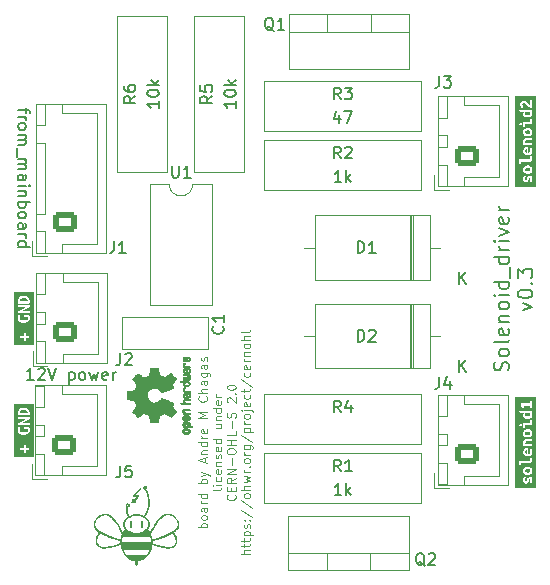
<source format=gto>
G04 #@! TF.GenerationSoftware,KiCad,Pcbnew,(6.0.7)*
G04 #@! TF.CreationDate,2023-03-09T18:45:31+00:00*
G04 #@! TF.ProjectId,solenoid_driver,736f6c65-6e6f-4696-945f-647269766572,rev?*
G04 #@! TF.SameCoordinates,Original*
G04 #@! TF.FileFunction,Legend,Top*
G04 #@! TF.FilePolarity,Positive*
%FSLAX46Y46*%
G04 Gerber Fmt 4.6, Leading zero omitted, Abs format (unit mm)*
G04 Created by KiCad (PCBNEW (6.0.7)) date 2023-03-09 18:45:31*
%MOMM*%
%LPD*%
G01*
G04 APERTURE LIST*
G04 Aperture macros list*
%AMRoundRect*
0 Rectangle with rounded corners*
0 $1 Rounding radius*
0 $2 $3 $4 $5 $6 $7 $8 $9 X,Y pos of 4 corners*
0 Add a 4 corners polygon primitive as box body*
4,1,4,$2,$3,$4,$5,$6,$7,$8,$9,$2,$3,0*
0 Add four circle primitives for the rounded corners*
1,1,$1+$1,$2,$3*
1,1,$1+$1,$4,$5*
1,1,$1+$1,$6,$7*
1,1,$1+$1,$8,$9*
0 Add four rect primitives between the rounded corners*
20,1,$1+$1,$2,$3,$4,$5,0*
20,1,$1+$1,$4,$5,$6,$7,0*
20,1,$1+$1,$6,$7,$8,$9,0*
20,1,$1+$1,$8,$9,$2,$3,0*%
G04 Aperture macros list end*
%ADD10C,0.100000*%
%ADD11C,0.200000*%
%ADD12C,0.150000*%
%ADD13C,0.010000*%
%ADD14C,0.120000*%
%ADD15R,1.600000X1.600000*%
%ADD16O,1.600000X1.600000*%
%ADD17C,2.000000*%
%ADD18C,1.600000*%
%ADD19C,3.200000*%
%ADD20RoundRect,0.250000X0.725000X-0.600000X0.725000X0.600000X-0.725000X0.600000X-0.725000X-0.600000X0*%
%ADD21O,1.950000X1.700000*%
%ADD22O,3.200000X3.200000*%
%ADD23R,3.200000X3.200000*%
%ADD24O,2.000000X1.700000*%
%ADD25RoundRect,0.250000X0.750000X-0.600000X0.750000X0.600000X-0.750000X0.600000X-0.750000X-0.600000X0*%
%ADD26R,1.905000X2.000000*%
%ADD27O,1.905000X2.000000*%
G04 APERTURE END LIST*
D10*
X129028035Y-124696428D02*
X128278035Y-124696428D01*
X128563750Y-124696428D02*
X128528035Y-124625000D01*
X128528035Y-124482142D01*
X128563750Y-124410714D01*
X128599464Y-124375000D01*
X128670892Y-124339285D01*
X128885178Y-124339285D01*
X128956607Y-124375000D01*
X128992321Y-124410714D01*
X129028035Y-124482142D01*
X129028035Y-124625000D01*
X128992321Y-124696428D01*
X129028035Y-123910714D02*
X128992321Y-123982142D01*
X128956607Y-124017857D01*
X128885178Y-124053571D01*
X128670892Y-124053571D01*
X128599464Y-124017857D01*
X128563750Y-123982142D01*
X128528035Y-123910714D01*
X128528035Y-123803571D01*
X128563750Y-123732142D01*
X128599464Y-123696428D01*
X128670892Y-123660714D01*
X128885178Y-123660714D01*
X128956607Y-123696428D01*
X128992321Y-123732142D01*
X129028035Y-123803571D01*
X129028035Y-123910714D01*
X129028035Y-123017857D02*
X128635178Y-123017857D01*
X128563750Y-123053571D01*
X128528035Y-123125000D01*
X128528035Y-123267857D01*
X128563750Y-123339285D01*
X128992321Y-123017857D02*
X129028035Y-123089285D01*
X129028035Y-123267857D01*
X128992321Y-123339285D01*
X128920892Y-123375000D01*
X128849464Y-123375000D01*
X128778035Y-123339285D01*
X128742321Y-123267857D01*
X128742321Y-123089285D01*
X128706607Y-123017857D01*
X129028035Y-122660714D02*
X128528035Y-122660714D01*
X128670892Y-122660714D02*
X128599464Y-122625000D01*
X128563750Y-122589285D01*
X128528035Y-122517857D01*
X128528035Y-122446428D01*
X129028035Y-121875000D02*
X128278035Y-121875000D01*
X128992321Y-121875000D02*
X129028035Y-121946428D01*
X129028035Y-122089285D01*
X128992321Y-122160714D01*
X128956607Y-122196428D01*
X128885178Y-122232142D01*
X128670892Y-122232142D01*
X128599464Y-122196428D01*
X128563750Y-122160714D01*
X128528035Y-122089285D01*
X128528035Y-121946428D01*
X128563750Y-121875000D01*
X129028035Y-120946428D02*
X128278035Y-120946428D01*
X128563750Y-120946428D02*
X128528035Y-120875000D01*
X128528035Y-120732142D01*
X128563750Y-120660714D01*
X128599464Y-120625000D01*
X128670892Y-120589285D01*
X128885178Y-120589285D01*
X128956607Y-120625000D01*
X128992321Y-120660714D01*
X129028035Y-120732142D01*
X129028035Y-120875000D01*
X128992321Y-120946428D01*
X128528035Y-120339285D02*
X129028035Y-120160714D01*
X128528035Y-119982142D02*
X129028035Y-120160714D01*
X129206607Y-120232142D01*
X129242321Y-120267857D01*
X129278035Y-120339285D01*
X128813750Y-119160714D02*
X128813750Y-118803571D01*
X129028035Y-119232142D02*
X128278035Y-118982142D01*
X129028035Y-118732142D01*
X128528035Y-118482142D02*
X129028035Y-118482142D01*
X128599464Y-118482142D02*
X128563750Y-118446428D01*
X128528035Y-118375000D01*
X128528035Y-118267857D01*
X128563750Y-118196428D01*
X128635178Y-118160714D01*
X129028035Y-118160714D01*
X129028035Y-117482142D02*
X128278035Y-117482142D01*
X128992321Y-117482142D02*
X129028035Y-117553571D01*
X129028035Y-117696428D01*
X128992321Y-117767857D01*
X128956607Y-117803571D01*
X128885178Y-117839285D01*
X128670892Y-117839285D01*
X128599464Y-117803571D01*
X128563750Y-117767857D01*
X128528035Y-117696428D01*
X128528035Y-117553571D01*
X128563750Y-117482142D01*
X129028035Y-117125000D02*
X128528035Y-117125000D01*
X128670892Y-117125000D02*
X128599464Y-117089285D01*
X128563750Y-117053571D01*
X128528035Y-116982142D01*
X128528035Y-116910714D01*
X128992321Y-116375000D02*
X129028035Y-116446428D01*
X129028035Y-116589285D01*
X128992321Y-116660714D01*
X128920892Y-116696428D01*
X128635178Y-116696428D01*
X128563750Y-116660714D01*
X128528035Y-116589285D01*
X128528035Y-116446428D01*
X128563750Y-116375000D01*
X128635178Y-116339285D01*
X128706607Y-116339285D01*
X128778035Y-116696428D01*
X129028035Y-115446428D02*
X128278035Y-115446428D01*
X128813750Y-115196428D01*
X128278035Y-114946428D01*
X129028035Y-114946428D01*
X128956607Y-113589285D02*
X128992321Y-113625000D01*
X129028035Y-113732142D01*
X129028035Y-113803571D01*
X128992321Y-113910714D01*
X128920892Y-113982142D01*
X128849464Y-114017857D01*
X128706607Y-114053571D01*
X128599464Y-114053571D01*
X128456607Y-114017857D01*
X128385178Y-113982142D01*
X128313750Y-113910714D01*
X128278035Y-113803571D01*
X128278035Y-113732142D01*
X128313750Y-113625000D01*
X128349464Y-113589285D01*
X129028035Y-113267857D02*
X128278035Y-113267857D01*
X129028035Y-112946428D02*
X128635178Y-112946428D01*
X128563750Y-112982142D01*
X128528035Y-113053571D01*
X128528035Y-113160714D01*
X128563750Y-113232142D01*
X128599464Y-113267857D01*
X129028035Y-112267857D02*
X128635178Y-112267857D01*
X128563750Y-112303571D01*
X128528035Y-112375000D01*
X128528035Y-112517857D01*
X128563750Y-112589285D01*
X128992321Y-112267857D02*
X129028035Y-112339285D01*
X129028035Y-112517857D01*
X128992321Y-112589285D01*
X128920892Y-112625000D01*
X128849464Y-112625000D01*
X128778035Y-112589285D01*
X128742321Y-112517857D01*
X128742321Y-112339285D01*
X128706607Y-112267857D01*
X128528035Y-111589285D02*
X129135178Y-111589285D01*
X129206607Y-111625000D01*
X129242321Y-111660714D01*
X129278035Y-111732142D01*
X129278035Y-111839285D01*
X129242321Y-111910714D01*
X128992321Y-111589285D02*
X129028035Y-111660714D01*
X129028035Y-111803571D01*
X128992321Y-111875000D01*
X128956607Y-111910714D01*
X128885178Y-111946428D01*
X128670892Y-111946428D01*
X128599464Y-111910714D01*
X128563750Y-111875000D01*
X128528035Y-111803571D01*
X128528035Y-111660714D01*
X128563750Y-111589285D01*
X129028035Y-110910714D02*
X128635178Y-110910714D01*
X128563750Y-110946428D01*
X128528035Y-111017857D01*
X128528035Y-111160714D01*
X128563750Y-111232142D01*
X128992321Y-110910714D02*
X129028035Y-110982142D01*
X129028035Y-111160714D01*
X128992321Y-111232142D01*
X128920892Y-111267857D01*
X128849464Y-111267857D01*
X128778035Y-111232142D01*
X128742321Y-111160714D01*
X128742321Y-110982142D01*
X128706607Y-110910714D01*
X128992321Y-110589285D02*
X129028035Y-110517857D01*
X129028035Y-110375000D01*
X128992321Y-110303571D01*
X128920892Y-110267857D01*
X128885178Y-110267857D01*
X128813750Y-110303571D01*
X128778035Y-110375000D01*
X128778035Y-110482142D01*
X128742321Y-110553571D01*
X128670892Y-110589285D01*
X128635178Y-110589285D01*
X128563750Y-110553571D01*
X128528035Y-110482142D01*
X128528035Y-110375000D01*
X128563750Y-110303571D01*
X130235535Y-121392857D02*
X130199821Y-121464285D01*
X130128392Y-121500000D01*
X129485535Y-121500000D01*
X130235535Y-121107142D02*
X129735535Y-121107142D01*
X129485535Y-121107142D02*
X129521250Y-121142857D01*
X129556964Y-121107142D01*
X129521250Y-121071428D01*
X129485535Y-121107142D01*
X129556964Y-121107142D01*
X130199821Y-120428571D02*
X130235535Y-120500000D01*
X130235535Y-120642857D01*
X130199821Y-120714285D01*
X130164107Y-120750000D01*
X130092678Y-120785714D01*
X129878392Y-120785714D01*
X129806964Y-120750000D01*
X129771250Y-120714285D01*
X129735535Y-120642857D01*
X129735535Y-120500000D01*
X129771250Y-120428571D01*
X130199821Y-119821428D02*
X130235535Y-119892857D01*
X130235535Y-120035714D01*
X130199821Y-120107142D01*
X130128392Y-120142857D01*
X129842678Y-120142857D01*
X129771250Y-120107142D01*
X129735535Y-120035714D01*
X129735535Y-119892857D01*
X129771250Y-119821428D01*
X129842678Y-119785714D01*
X129914107Y-119785714D01*
X129985535Y-120142857D01*
X129735535Y-119464285D02*
X130235535Y-119464285D01*
X129806964Y-119464285D02*
X129771250Y-119428571D01*
X129735535Y-119357142D01*
X129735535Y-119250000D01*
X129771250Y-119178571D01*
X129842678Y-119142857D01*
X130235535Y-119142857D01*
X130199821Y-118821428D02*
X130235535Y-118750000D01*
X130235535Y-118607142D01*
X130199821Y-118535714D01*
X130128392Y-118500000D01*
X130092678Y-118500000D01*
X130021250Y-118535714D01*
X129985535Y-118607142D01*
X129985535Y-118714285D01*
X129949821Y-118785714D01*
X129878392Y-118821428D01*
X129842678Y-118821428D01*
X129771250Y-118785714D01*
X129735535Y-118714285D01*
X129735535Y-118607142D01*
X129771250Y-118535714D01*
X130199821Y-117892857D02*
X130235535Y-117964285D01*
X130235535Y-118107142D01*
X130199821Y-118178571D01*
X130128392Y-118214285D01*
X129842678Y-118214285D01*
X129771250Y-118178571D01*
X129735535Y-118107142D01*
X129735535Y-117964285D01*
X129771250Y-117892857D01*
X129842678Y-117857142D01*
X129914107Y-117857142D01*
X129985535Y-118214285D01*
X130235535Y-117214285D02*
X129485535Y-117214285D01*
X130199821Y-117214285D02*
X130235535Y-117285714D01*
X130235535Y-117428571D01*
X130199821Y-117500000D01*
X130164107Y-117535714D01*
X130092678Y-117571428D01*
X129878392Y-117571428D01*
X129806964Y-117535714D01*
X129771250Y-117500000D01*
X129735535Y-117428571D01*
X129735535Y-117285714D01*
X129771250Y-117214285D01*
X129735535Y-115964285D02*
X130235535Y-115964285D01*
X129735535Y-116285714D02*
X130128392Y-116285714D01*
X130199821Y-116250000D01*
X130235535Y-116178571D01*
X130235535Y-116071428D01*
X130199821Y-116000000D01*
X130164107Y-115964285D01*
X129735535Y-115607142D02*
X130235535Y-115607142D01*
X129806964Y-115607142D02*
X129771250Y-115571428D01*
X129735535Y-115500000D01*
X129735535Y-115392857D01*
X129771250Y-115321428D01*
X129842678Y-115285714D01*
X130235535Y-115285714D01*
X130235535Y-114607142D02*
X129485535Y-114607142D01*
X130199821Y-114607142D02*
X130235535Y-114678571D01*
X130235535Y-114821428D01*
X130199821Y-114892857D01*
X130164107Y-114928571D01*
X130092678Y-114964285D01*
X129878392Y-114964285D01*
X129806964Y-114928571D01*
X129771250Y-114892857D01*
X129735535Y-114821428D01*
X129735535Y-114678571D01*
X129771250Y-114607142D01*
X130199821Y-113964285D02*
X130235535Y-114035714D01*
X130235535Y-114178571D01*
X130199821Y-114250000D01*
X130128392Y-114285714D01*
X129842678Y-114285714D01*
X129771250Y-114250000D01*
X129735535Y-114178571D01*
X129735535Y-114035714D01*
X129771250Y-113964285D01*
X129842678Y-113928571D01*
X129914107Y-113928571D01*
X129985535Y-114285714D01*
X130235535Y-113607142D02*
X129735535Y-113607142D01*
X129878392Y-113607142D02*
X129806964Y-113571428D01*
X129771250Y-113535714D01*
X129735535Y-113464285D01*
X129735535Y-113392857D01*
X131371607Y-121928571D02*
X131407321Y-121964285D01*
X131443035Y-122071428D01*
X131443035Y-122142857D01*
X131407321Y-122250000D01*
X131335892Y-122321428D01*
X131264464Y-122357142D01*
X131121607Y-122392857D01*
X131014464Y-122392857D01*
X130871607Y-122357142D01*
X130800178Y-122321428D01*
X130728750Y-122250000D01*
X130693035Y-122142857D01*
X130693035Y-122071428D01*
X130728750Y-121964285D01*
X130764464Y-121928571D01*
X131050178Y-121607142D02*
X131050178Y-121357142D01*
X131443035Y-121250000D02*
X131443035Y-121607142D01*
X130693035Y-121607142D01*
X130693035Y-121250000D01*
X131443035Y-120500000D02*
X131085892Y-120750000D01*
X131443035Y-120928571D02*
X130693035Y-120928571D01*
X130693035Y-120642857D01*
X130728750Y-120571428D01*
X130764464Y-120535714D01*
X130835892Y-120500000D01*
X130943035Y-120500000D01*
X131014464Y-120535714D01*
X131050178Y-120571428D01*
X131085892Y-120642857D01*
X131085892Y-120928571D01*
X131443035Y-120178571D02*
X130693035Y-120178571D01*
X131443035Y-119750000D01*
X130693035Y-119750000D01*
X131157321Y-119392857D02*
X131157321Y-118821428D01*
X130693035Y-118321428D02*
X130693035Y-118178571D01*
X130728750Y-118107142D01*
X130800178Y-118035714D01*
X130943035Y-118000000D01*
X131193035Y-118000000D01*
X131335892Y-118035714D01*
X131407321Y-118107142D01*
X131443035Y-118178571D01*
X131443035Y-118321428D01*
X131407321Y-118392857D01*
X131335892Y-118464285D01*
X131193035Y-118500000D01*
X130943035Y-118500000D01*
X130800178Y-118464285D01*
X130728750Y-118392857D01*
X130693035Y-118321428D01*
X131443035Y-117678571D02*
X130693035Y-117678571D01*
X131050178Y-117678571D02*
X131050178Y-117250000D01*
X131443035Y-117250000D02*
X130693035Y-117250000D01*
X131443035Y-116535714D02*
X131443035Y-116892857D01*
X130693035Y-116892857D01*
X131157321Y-116285714D02*
X131157321Y-115714285D01*
X131407321Y-115392857D02*
X131443035Y-115285714D01*
X131443035Y-115107142D01*
X131407321Y-115035714D01*
X131371607Y-115000000D01*
X131300178Y-114964285D01*
X131228750Y-114964285D01*
X131157321Y-115000000D01*
X131121607Y-115035714D01*
X131085892Y-115107142D01*
X131050178Y-115250000D01*
X131014464Y-115321428D01*
X130978750Y-115357142D01*
X130907321Y-115392857D01*
X130835892Y-115392857D01*
X130764464Y-115357142D01*
X130728750Y-115321428D01*
X130693035Y-115250000D01*
X130693035Y-115071428D01*
X130728750Y-114964285D01*
X130764464Y-114107142D02*
X130728750Y-114071428D01*
X130693035Y-114000000D01*
X130693035Y-113821428D01*
X130728750Y-113750000D01*
X130764464Y-113714285D01*
X130835892Y-113678571D01*
X130907321Y-113678571D01*
X131014464Y-113714285D01*
X131443035Y-114142857D01*
X131443035Y-113678571D01*
X131371607Y-113357142D02*
X131407321Y-113321428D01*
X131443035Y-113357142D01*
X131407321Y-113392857D01*
X131371607Y-113357142D01*
X131443035Y-113357142D01*
X130693035Y-112857142D02*
X130693035Y-112785714D01*
X130728750Y-112714285D01*
X130764464Y-112678571D01*
X130835892Y-112642857D01*
X130978750Y-112607142D01*
X131157321Y-112607142D01*
X131300178Y-112642857D01*
X131371607Y-112678571D01*
X131407321Y-112714285D01*
X131443035Y-112785714D01*
X131443035Y-112857142D01*
X131407321Y-112928571D01*
X131371607Y-112964285D01*
X131300178Y-113000000D01*
X131157321Y-113035714D01*
X130978750Y-113035714D01*
X130835892Y-113000000D01*
X130764464Y-112964285D01*
X130728750Y-112928571D01*
X130693035Y-112857142D01*
X132650535Y-126910714D02*
X131900535Y-126910714D01*
X132650535Y-126589285D02*
X132257678Y-126589285D01*
X132186250Y-126625000D01*
X132150535Y-126696428D01*
X132150535Y-126803571D01*
X132186250Y-126875000D01*
X132221964Y-126910714D01*
X132150535Y-126339285D02*
X132150535Y-126053571D01*
X131900535Y-126232142D02*
X132543392Y-126232142D01*
X132614821Y-126196428D01*
X132650535Y-126125000D01*
X132650535Y-126053571D01*
X132150535Y-125910714D02*
X132150535Y-125625000D01*
X131900535Y-125803571D02*
X132543392Y-125803571D01*
X132614821Y-125767857D01*
X132650535Y-125696428D01*
X132650535Y-125625000D01*
X132150535Y-125375000D02*
X132900535Y-125375000D01*
X132186250Y-125375000D02*
X132150535Y-125303571D01*
X132150535Y-125160714D01*
X132186250Y-125089285D01*
X132221964Y-125053571D01*
X132293392Y-125017857D01*
X132507678Y-125017857D01*
X132579107Y-125053571D01*
X132614821Y-125089285D01*
X132650535Y-125160714D01*
X132650535Y-125303571D01*
X132614821Y-125375000D01*
X132614821Y-124732142D02*
X132650535Y-124660714D01*
X132650535Y-124517857D01*
X132614821Y-124446428D01*
X132543392Y-124410714D01*
X132507678Y-124410714D01*
X132436250Y-124446428D01*
X132400535Y-124517857D01*
X132400535Y-124625000D01*
X132364821Y-124696428D01*
X132293392Y-124732142D01*
X132257678Y-124732142D01*
X132186250Y-124696428D01*
X132150535Y-124625000D01*
X132150535Y-124517857D01*
X132186250Y-124446428D01*
X132579107Y-124089285D02*
X132614821Y-124053571D01*
X132650535Y-124089285D01*
X132614821Y-124125000D01*
X132579107Y-124089285D01*
X132650535Y-124089285D01*
X132186250Y-124089285D02*
X132221964Y-124053571D01*
X132257678Y-124089285D01*
X132221964Y-124125000D01*
X132186250Y-124089285D01*
X132257678Y-124089285D01*
X131864821Y-123196428D02*
X132829107Y-123839285D01*
X131864821Y-122410714D02*
X132829107Y-123053571D01*
X132650535Y-122053571D02*
X132614821Y-122125000D01*
X132579107Y-122160714D01*
X132507678Y-122196428D01*
X132293392Y-122196428D01*
X132221964Y-122160714D01*
X132186250Y-122125000D01*
X132150535Y-122053571D01*
X132150535Y-121946428D01*
X132186250Y-121875000D01*
X132221964Y-121839285D01*
X132293392Y-121803571D01*
X132507678Y-121803571D01*
X132579107Y-121839285D01*
X132614821Y-121875000D01*
X132650535Y-121946428D01*
X132650535Y-122053571D01*
X132650535Y-121482142D02*
X131900535Y-121482142D01*
X132650535Y-121160714D02*
X132257678Y-121160714D01*
X132186250Y-121196428D01*
X132150535Y-121267857D01*
X132150535Y-121375000D01*
X132186250Y-121446428D01*
X132221964Y-121482142D01*
X132150535Y-120875000D02*
X132650535Y-120732142D01*
X132293392Y-120589285D01*
X132650535Y-120446428D01*
X132150535Y-120303571D01*
X132650535Y-120017857D02*
X132150535Y-120017857D01*
X132293392Y-120017857D02*
X132221964Y-119982142D01*
X132186250Y-119946428D01*
X132150535Y-119875000D01*
X132150535Y-119803571D01*
X132579107Y-119553571D02*
X132614821Y-119517857D01*
X132650535Y-119553571D01*
X132614821Y-119589285D01*
X132579107Y-119553571D01*
X132650535Y-119553571D01*
X132650535Y-119089285D02*
X132614821Y-119160714D01*
X132579107Y-119196428D01*
X132507678Y-119232142D01*
X132293392Y-119232142D01*
X132221964Y-119196428D01*
X132186250Y-119160714D01*
X132150535Y-119089285D01*
X132150535Y-118982142D01*
X132186250Y-118910714D01*
X132221964Y-118875000D01*
X132293392Y-118839285D01*
X132507678Y-118839285D01*
X132579107Y-118875000D01*
X132614821Y-118910714D01*
X132650535Y-118982142D01*
X132650535Y-119089285D01*
X132650535Y-118517857D02*
X132150535Y-118517857D01*
X132293392Y-118517857D02*
X132221964Y-118482142D01*
X132186250Y-118446428D01*
X132150535Y-118375000D01*
X132150535Y-118303571D01*
X132150535Y-117732142D02*
X132757678Y-117732142D01*
X132829107Y-117767857D01*
X132864821Y-117803571D01*
X132900535Y-117875000D01*
X132900535Y-117982142D01*
X132864821Y-118053571D01*
X132614821Y-117732142D02*
X132650535Y-117803571D01*
X132650535Y-117946428D01*
X132614821Y-118017857D01*
X132579107Y-118053571D01*
X132507678Y-118089285D01*
X132293392Y-118089285D01*
X132221964Y-118053571D01*
X132186250Y-118017857D01*
X132150535Y-117946428D01*
X132150535Y-117803571D01*
X132186250Y-117732142D01*
X131864821Y-116839285D02*
X132829107Y-117482142D01*
X132150535Y-116589285D02*
X132900535Y-116589285D01*
X132186250Y-116589285D02*
X132150535Y-116517857D01*
X132150535Y-116375000D01*
X132186250Y-116303571D01*
X132221964Y-116267857D01*
X132293392Y-116232142D01*
X132507678Y-116232142D01*
X132579107Y-116267857D01*
X132614821Y-116303571D01*
X132650535Y-116375000D01*
X132650535Y-116517857D01*
X132614821Y-116589285D01*
X132650535Y-115910714D02*
X132150535Y-115910714D01*
X132293392Y-115910714D02*
X132221964Y-115875000D01*
X132186250Y-115839285D01*
X132150535Y-115767857D01*
X132150535Y-115696428D01*
X132650535Y-115339285D02*
X132614821Y-115410714D01*
X132579107Y-115446428D01*
X132507678Y-115482142D01*
X132293392Y-115482142D01*
X132221964Y-115446428D01*
X132186250Y-115410714D01*
X132150535Y-115339285D01*
X132150535Y-115232142D01*
X132186250Y-115160714D01*
X132221964Y-115125000D01*
X132293392Y-115089285D01*
X132507678Y-115089285D01*
X132579107Y-115125000D01*
X132614821Y-115160714D01*
X132650535Y-115232142D01*
X132650535Y-115339285D01*
X132150535Y-114767857D02*
X132793392Y-114767857D01*
X132864821Y-114803571D01*
X132900535Y-114875000D01*
X132900535Y-114910714D01*
X131900535Y-114767857D02*
X131936250Y-114803571D01*
X131971964Y-114767857D01*
X131936250Y-114732142D01*
X131900535Y-114767857D01*
X131971964Y-114767857D01*
X132614821Y-114125000D02*
X132650535Y-114196428D01*
X132650535Y-114339285D01*
X132614821Y-114410714D01*
X132543392Y-114446428D01*
X132257678Y-114446428D01*
X132186250Y-114410714D01*
X132150535Y-114339285D01*
X132150535Y-114196428D01*
X132186250Y-114125000D01*
X132257678Y-114089285D01*
X132329107Y-114089285D01*
X132400535Y-114446428D01*
X132614821Y-113446428D02*
X132650535Y-113517857D01*
X132650535Y-113660714D01*
X132614821Y-113732142D01*
X132579107Y-113767857D01*
X132507678Y-113803571D01*
X132293392Y-113803571D01*
X132221964Y-113767857D01*
X132186250Y-113732142D01*
X132150535Y-113660714D01*
X132150535Y-113517857D01*
X132186250Y-113446428D01*
X132150535Y-113232142D02*
X132150535Y-112946428D01*
X131900535Y-113125000D02*
X132543392Y-113125000D01*
X132614821Y-113089285D01*
X132650535Y-113017857D01*
X132650535Y-112946428D01*
X131864821Y-112160714D02*
X132829107Y-112803571D01*
X132614821Y-111589285D02*
X132650535Y-111660714D01*
X132650535Y-111803571D01*
X132614821Y-111875000D01*
X132579107Y-111910714D01*
X132507678Y-111946428D01*
X132293392Y-111946428D01*
X132221964Y-111910714D01*
X132186250Y-111875000D01*
X132150535Y-111803571D01*
X132150535Y-111660714D01*
X132186250Y-111589285D01*
X132614821Y-110982142D02*
X132650535Y-111053571D01*
X132650535Y-111196428D01*
X132614821Y-111267857D01*
X132543392Y-111303571D01*
X132257678Y-111303571D01*
X132186250Y-111267857D01*
X132150535Y-111196428D01*
X132150535Y-111053571D01*
X132186250Y-110982142D01*
X132257678Y-110946428D01*
X132329107Y-110946428D01*
X132400535Y-111303571D01*
X132650535Y-110625000D02*
X132150535Y-110625000D01*
X132293392Y-110625000D02*
X132221964Y-110589285D01*
X132186250Y-110553571D01*
X132150535Y-110482142D01*
X132150535Y-110410714D01*
X132150535Y-110160714D02*
X132650535Y-110160714D01*
X132221964Y-110160714D02*
X132186250Y-110125000D01*
X132150535Y-110053571D01*
X132150535Y-109946428D01*
X132186250Y-109875000D01*
X132257678Y-109839285D01*
X132650535Y-109839285D01*
X132650535Y-109375000D02*
X132614821Y-109446428D01*
X132579107Y-109482142D01*
X132507678Y-109517857D01*
X132293392Y-109517857D01*
X132221964Y-109482142D01*
X132186250Y-109446428D01*
X132150535Y-109375000D01*
X132150535Y-109267857D01*
X132186250Y-109196428D01*
X132221964Y-109160714D01*
X132293392Y-109125000D01*
X132507678Y-109125000D01*
X132579107Y-109160714D01*
X132614821Y-109196428D01*
X132650535Y-109267857D01*
X132650535Y-109375000D01*
X132650535Y-108803571D02*
X131900535Y-108803571D01*
X132650535Y-108482142D02*
X132257678Y-108482142D01*
X132186250Y-108517857D01*
X132150535Y-108589285D01*
X132150535Y-108696428D01*
X132186250Y-108767857D01*
X132221964Y-108803571D01*
X132650535Y-108017857D02*
X132614821Y-108089285D01*
X132543392Y-108125000D01*
X131900535Y-108125000D01*
D11*
X154499702Y-111404761D02*
X154559226Y-111226190D01*
X154559226Y-110928571D01*
X154499702Y-110809523D01*
X154440178Y-110750000D01*
X154321130Y-110690476D01*
X154202083Y-110690476D01*
X154083035Y-110750000D01*
X154023511Y-110809523D01*
X153963988Y-110928571D01*
X153904464Y-111166666D01*
X153844940Y-111285714D01*
X153785416Y-111345238D01*
X153666369Y-111404761D01*
X153547321Y-111404761D01*
X153428273Y-111345238D01*
X153368750Y-111285714D01*
X153309226Y-111166666D01*
X153309226Y-110869047D01*
X153368750Y-110690476D01*
X154559226Y-109976190D02*
X154499702Y-110095238D01*
X154440178Y-110154761D01*
X154321130Y-110214285D01*
X153963988Y-110214285D01*
X153844940Y-110154761D01*
X153785416Y-110095238D01*
X153725892Y-109976190D01*
X153725892Y-109797619D01*
X153785416Y-109678571D01*
X153844940Y-109619047D01*
X153963988Y-109559523D01*
X154321130Y-109559523D01*
X154440178Y-109619047D01*
X154499702Y-109678571D01*
X154559226Y-109797619D01*
X154559226Y-109976190D01*
X154559226Y-108845238D02*
X154499702Y-108964285D01*
X154380654Y-109023809D01*
X153309226Y-109023809D01*
X154499702Y-107892857D02*
X154559226Y-108011904D01*
X154559226Y-108250000D01*
X154499702Y-108369047D01*
X154380654Y-108428571D01*
X153904464Y-108428571D01*
X153785416Y-108369047D01*
X153725892Y-108250000D01*
X153725892Y-108011904D01*
X153785416Y-107892857D01*
X153904464Y-107833333D01*
X154023511Y-107833333D01*
X154142559Y-108428571D01*
X153725892Y-107297619D02*
X154559226Y-107297619D01*
X153844940Y-107297619D02*
X153785416Y-107238095D01*
X153725892Y-107119047D01*
X153725892Y-106940476D01*
X153785416Y-106821428D01*
X153904464Y-106761904D01*
X154559226Y-106761904D01*
X154559226Y-105988095D02*
X154499702Y-106107142D01*
X154440178Y-106166666D01*
X154321130Y-106226190D01*
X153963988Y-106226190D01*
X153844940Y-106166666D01*
X153785416Y-106107142D01*
X153725892Y-105988095D01*
X153725892Y-105809523D01*
X153785416Y-105690476D01*
X153844940Y-105630952D01*
X153963988Y-105571428D01*
X154321130Y-105571428D01*
X154440178Y-105630952D01*
X154499702Y-105690476D01*
X154559226Y-105809523D01*
X154559226Y-105988095D01*
X154559226Y-105035714D02*
X153725892Y-105035714D01*
X153309226Y-105035714D02*
X153368750Y-105095238D01*
X153428273Y-105035714D01*
X153368750Y-104976190D01*
X153309226Y-105035714D01*
X153428273Y-105035714D01*
X154559226Y-103904761D02*
X153309226Y-103904761D01*
X154499702Y-103904761D02*
X154559226Y-104023809D01*
X154559226Y-104261904D01*
X154499702Y-104380952D01*
X154440178Y-104440476D01*
X154321130Y-104500000D01*
X153963988Y-104500000D01*
X153844940Y-104440476D01*
X153785416Y-104380952D01*
X153725892Y-104261904D01*
X153725892Y-104023809D01*
X153785416Y-103904761D01*
X154678273Y-103607142D02*
X154678273Y-102654761D01*
X154559226Y-101821428D02*
X153309226Y-101821428D01*
X154499702Y-101821428D02*
X154559226Y-101940476D01*
X154559226Y-102178571D01*
X154499702Y-102297619D01*
X154440178Y-102357142D01*
X154321130Y-102416666D01*
X153963988Y-102416666D01*
X153844940Y-102357142D01*
X153785416Y-102297619D01*
X153725892Y-102178571D01*
X153725892Y-101940476D01*
X153785416Y-101821428D01*
X154559226Y-101226190D02*
X153725892Y-101226190D01*
X153963988Y-101226190D02*
X153844940Y-101166666D01*
X153785416Y-101107142D01*
X153725892Y-100988095D01*
X153725892Y-100869047D01*
X154559226Y-100452380D02*
X153725892Y-100452380D01*
X153309226Y-100452380D02*
X153368750Y-100511904D01*
X153428273Y-100452380D01*
X153368750Y-100392857D01*
X153309226Y-100452380D01*
X153428273Y-100452380D01*
X153725892Y-99976190D02*
X154559226Y-99678571D01*
X153725892Y-99380952D01*
X154499702Y-98428571D02*
X154559226Y-98547619D01*
X154559226Y-98785714D01*
X154499702Y-98904761D01*
X154380654Y-98964285D01*
X153904464Y-98964285D01*
X153785416Y-98904761D01*
X153725892Y-98785714D01*
X153725892Y-98547619D01*
X153785416Y-98428571D01*
X153904464Y-98369047D01*
X154023511Y-98369047D01*
X154142559Y-98964285D01*
X154559226Y-97833333D02*
X153725892Y-97833333D01*
X153963988Y-97833333D02*
X153844940Y-97773809D01*
X153785416Y-97714285D01*
X153725892Y-97595238D01*
X153725892Y-97476190D01*
X155738392Y-106285714D02*
X156571726Y-105988095D01*
X155738392Y-105690476D01*
X155321726Y-104976190D02*
X155321726Y-104857142D01*
X155381250Y-104738095D01*
X155440773Y-104678571D01*
X155559821Y-104619047D01*
X155797916Y-104559523D01*
X156095535Y-104559523D01*
X156333630Y-104619047D01*
X156452678Y-104678571D01*
X156512202Y-104738095D01*
X156571726Y-104857142D01*
X156571726Y-104976190D01*
X156512202Y-105095238D01*
X156452678Y-105154761D01*
X156333630Y-105214285D01*
X156095535Y-105273809D01*
X155797916Y-105273809D01*
X155559821Y-105214285D01*
X155440773Y-105154761D01*
X155381250Y-105095238D01*
X155321726Y-104976190D01*
X156452678Y-104023809D02*
X156512202Y-103964285D01*
X156571726Y-104023809D01*
X156512202Y-104083333D01*
X156452678Y-104023809D01*
X156571726Y-104023809D01*
X155321726Y-103547619D02*
X155321726Y-102773809D01*
X155797916Y-103190476D01*
X155797916Y-103011904D01*
X155857440Y-102892857D01*
X155916964Y-102833333D01*
X156036011Y-102773809D01*
X156333630Y-102773809D01*
X156452678Y-102833333D01*
X156512202Y-102892857D01*
X156571726Y-103011904D01*
X156571726Y-103369047D01*
X156512202Y-103488095D01*
X156452678Y-103547619D01*
D12*
X126048095Y-94072380D02*
X126048095Y-94881904D01*
X126095714Y-94977142D01*
X126143333Y-95024761D01*
X126238571Y-95072380D01*
X126429047Y-95072380D01*
X126524285Y-95024761D01*
X126571904Y-94977142D01*
X126619523Y-94881904D01*
X126619523Y-94072380D01*
X127619523Y-95072380D02*
X127048095Y-95072380D01*
X127333809Y-95072380D02*
X127333809Y-94072380D01*
X127238571Y-94215238D01*
X127143333Y-94310476D01*
X127048095Y-94358095D01*
X122952380Y-88166666D02*
X122476190Y-88500000D01*
X122952380Y-88738095D02*
X121952380Y-88738095D01*
X121952380Y-88357142D01*
X122000000Y-88261904D01*
X122047619Y-88214285D01*
X122142857Y-88166666D01*
X122285714Y-88166666D01*
X122380952Y-88214285D01*
X122428571Y-88261904D01*
X122476190Y-88357142D01*
X122476190Y-88738095D01*
X121952380Y-87309523D02*
X121952380Y-87500000D01*
X122000000Y-87595238D01*
X122047619Y-87642857D01*
X122190476Y-87738095D01*
X122380952Y-87785714D01*
X122761904Y-87785714D01*
X122857142Y-87738095D01*
X122904761Y-87690476D01*
X122952380Y-87595238D01*
X122952380Y-87404761D01*
X122904761Y-87309523D01*
X122857142Y-87261904D01*
X122761904Y-87214285D01*
X122523809Y-87214285D01*
X122428571Y-87261904D01*
X122380952Y-87309523D01*
X122333333Y-87404761D01*
X122333333Y-87595238D01*
X122380952Y-87690476D01*
X122428571Y-87738095D01*
X122523809Y-87785714D01*
X124952380Y-88595238D02*
X124952380Y-89166666D01*
X124952380Y-88880952D02*
X123952380Y-88880952D01*
X124095238Y-88976190D01*
X124190476Y-89071428D01*
X124238095Y-89166666D01*
X123952380Y-87976190D02*
X123952380Y-87880952D01*
X124000000Y-87785714D01*
X124047619Y-87738095D01*
X124142857Y-87690476D01*
X124333333Y-87642857D01*
X124571428Y-87642857D01*
X124761904Y-87690476D01*
X124857142Y-87738095D01*
X124904761Y-87785714D01*
X124952380Y-87880952D01*
X124952380Y-87976190D01*
X124904761Y-88071428D01*
X124857142Y-88119047D01*
X124761904Y-88166666D01*
X124571428Y-88214285D01*
X124333333Y-88214285D01*
X124142857Y-88166666D01*
X124047619Y-88119047D01*
X124000000Y-88071428D01*
X123952380Y-87976190D01*
X124952380Y-87214285D02*
X123952380Y-87214285D01*
X124571428Y-87119047D02*
X124952380Y-86833333D01*
X124285714Y-86833333D02*
X124666666Y-87214285D01*
X129452380Y-88166666D02*
X128976190Y-88500000D01*
X129452380Y-88738095D02*
X128452380Y-88738095D01*
X128452380Y-88357142D01*
X128500000Y-88261904D01*
X128547619Y-88214285D01*
X128642857Y-88166666D01*
X128785714Y-88166666D01*
X128880952Y-88214285D01*
X128928571Y-88261904D01*
X128976190Y-88357142D01*
X128976190Y-88738095D01*
X128452380Y-87261904D02*
X128452380Y-87738095D01*
X128928571Y-87785714D01*
X128880952Y-87738095D01*
X128833333Y-87642857D01*
X128833333Y-87404761D01*
X128880952Y-87309523D01*
X128928571Y-87261904D01*
X129023809Y-87214285D01*
X129261904Y-87214285D01*
X129357142Y-87261904D01*
X129404761Y-87309523D01*
X129452380Y-87404761D01*
X129452380Y-87642857D01*
X129404761Y-87738095D01*
X129357142Y-87785714D01*
X131452380Y-88595238D02*
X131452380Y-89166666D01*
X131452380Y-88880952D02*
X130452380Y-88880952D01*
X130595238Y-88976190D01*
X130690476Y-89071428D01*
X130738095Y-89166666D01*
X130452380Y-87976190D02*
X130452380Y-87880952D01*
X130500000Y-87785714D01*
X130547619Y-87738095D01*
X130642857Y-87690476D01*
X130833333Y-87642857D01*
X131071428Y-87642857D01*
X131261904Y-87690476D01*
X131357142Y-87738095D01*
X131404761Y-87785714D01*
X131452380Y-87880952D01*
X131452380Y-87976190D01*
X131404761Y-88071428D01*
X131357142Y-88119047D01*
X131261904Y-88166666D01*
X131071428Y-88214285D01*
X130833333Y-88214285D01*
X130642857Y-88166666D01*
X130547619Y-88119047D01*
X130500000Y-88071428D01*
X130452380Y-87976190D01*
X131452380Y-87214285D02*
X130452380Y-87214285D01*
X131071428Y-87119047D02*
X131452380Y-86833333D01*
X130785714Y-86833333D02*
X131166666Y-87214285D01*
X130357142Y-107666666D02*
X130404761Y-107714285D01*
X130452380Y-107857142D01*
X130452380Y-107952380D01*
X130404761Y-108095238D01*
X130309523Y-108190476D01*
X130214285Y-108238095D01*
X130023809Y-108285714D01*
X129880952Y-108285714D01*
X129690476Y-108238095D01*
X129595238Y-108190476D01*
X129500000Y-108095238D01*
X129452380Y-107952380D01*
X129452380Y-107857142D01*
X129500000Y-107714285D01*
X129547619Y-107666666D01*
X130452380Y-106714285D02*
X130452380Y-107285714D01*
X130452380Y-107000000D02*
X129452380Y-107000000D01*
X129595238Y-107095238D01*
X129690476Y-107190476D01*
X129738095Y-107285714D01*
X121141666Y-100452380D02*
X121141666Y-101166666D01*
X121094047Y-101309523D01*
X120998809Y-101404761D01*
X120855952Y-101452380D01*
X120760714Y-101452380D01*
X122141666Y-101452380D02*
X121570238Y-101452380D01*
X121855952Y-101452380D02*
X121855952Y-100452380D01*
X121760714Y-100595238D01*
X121665476Y-100690476D01*
X121570238Y-100738095D01*
X113689285Y-89194428D02*
X113689285Y-89575380D01*
X113022619Y-89337285D02*
X113879761Y-89337285D01*
X113975000Y-89384904D01*
X114022619Y-89480142D01*
X114022619Y-89575380D01*
X113022619Y-89908714D02*
X113689285Y-89908714D01*
X113498809Y-89908714D02*
X113594047Y-89956333D01*
X113641666Y-90003952D01*
X113689285Y-90099190D01*
X113689285Y-90194428D01*
X113022619Y-90670619D02*
X113070238Y-90575380D01*
X113117857Y-90527761D01*
X113213095Y-90480142D01*
X113498809Y-90480142D01*
X113594047Y-90527761D01*
X113641666Y-90575380D01*
X113689285Y-90670619D01*
X113689285Y-90813476D01*
X113641666Y-90908714D01*
X113594047Y-90956333D01*
X113498809Y-91003952D01*
X113213095Y-91003952D01*
X113117857Y-90956333D01*
X113070238Y-90908714D01*
X113022619Y-90813476D01*
X113022619Y-90670619D01*
X113022619Y-91432523D02*
X113689285Y-91432523D01*
X113594047Y-91432523D02*
X113641666Y-91480142D01*
X113689285Y-91575380D01*
X113689285Y-91718238D01*
X113641666Y-91813476D01*
X113546428Y-91861095D01*
X113022619Y-91861095D01*
X113546428Y-91861095D02*
X113641666Y-91908714D01*
X113689285Y-92003952D01*
X113689285Y-92146809D01*
X113641666Y-92242047D01*
X113546428Y-92289666D01*
X113022619Y-92289666D01*
X112927380Y-92527761D02*
X112927380Y-93289666D01*
X113022619Y-93527761D02*
X113689285Y-93527761D01*
X113594047Y-93527761D02*
X113641666Y-93575380D01*
X113689285Y-93670619D01*
X113689285Y-93813476D01*
X113641666Y-93908714D01*
X113546428Y-93956333D01*
X113022619Y-93956333D01*
X113546428Y-93956333D02*
X113641666Y-94003952D01*
X113689285Y-94099190D01*
X113689285Y-94242047D01*
X113641666Y-94337285D01*
X113546428Y-94384904D01*
X113022619Y-94384904D01*
X113022619Y-95289666D02*
X113546428Y-95289666D01*
X113641666Y-95242047D01*
X113689285Y-95146809D01*
X113689285Y-94956333D01*
X113641666Y-94861095D01*
X113070238Y-95289666D02*
X113022619Y-95194428D01*
X113022619Y-94956333D01*
X113070238Y-94861095D01*
X113165476Y-94813476D01*
X113260714Y-94813476D01*
X113355952Y-94861095D01*
X113403571Y-94956333D01*
X113403571Y-95194428D01*
X113451190Y-95289666D01*
X113022619Y-95765857D02*
X113689285Y-95765857D01*
X114022619Y-95765857D02*
X113975000Y-95718238D01*
X113927380Y-95765857D01*
X113975000Y-95813476D01*
X114022619Y-95765857D01*
X113927380Y-95765857D01*
X113689285Y-96242047D02*
X113022619Y-96242047D01*
X113594047Y-96242047D02*
X113641666Y-96289666D01*
X113689285Y-96384904D01*
X113689285Y-96527761D01*
X113641666Y-96623000D01*
X113546428Y-96670619D01*
X113022619Y-96670619D01*
X113022619Y-97146809D02*
X114022619Y-97146809D01*
X113641666Y-97146809D02*
X113689285Y-97242047D01*
X113689285Y-97432523D01*
X113641666Y-97527761D01*
X113594047Y-97575380D01*
X113498809Y-97623000D01*
X113213095Y-97623000D01*
X113117857Y-97575380D01*
X113070238Y-97527761D01*
X113022619Y-97432523D01*
X113022619Y-97242047D01*
X113070238Y-97146809D01*
X113022619Y-98194428D02*
X113070238Y-98099190D01*
X113117857Y-98051571D01*
X113213095Y-98003952D01*
X113498809Y-98003952D01*
X113594047Y-98051571D01*
X113641666Y-98099190D01*
X113689285Y-98194428D01*
X113689285Y-98337285D01*
X113641666Y-98432523D01*
X113594047Y-98480142D01*
X113498809Y-98527761D01*
X113213095Y-98527761D01*
X113117857Y-98480142D01*
X113070238Y-98432523D01*
X113022619Y-98337285D01*
X113022619Y-98194428D01*
X113022619Y-99384904D02*
X113546428Y-99384904D01*
X113641666Y-99337285D01*
X113689285Y-99242047D01*
X113689285Y-99051571D01*
X113641666Y-98956333D01*
X113070238Y-99384904D02*
X113022619Y-99289666D01*
X113022619Y-99051571D01*
X113070238Y-98956333D01*
X113165476Y-98908714D01*
X113260714Y-98908714D01*
X113355952Y-98956333D01*
X113403571Y-99051571D01*
X113403571Y-99289666D01*
X113451190Y-99384904D01*
X113022619Y-99861095D02*
X113689285Y-99861095D01*
X113498809Y-99861095D02*
X113594047Y-99908714D01*
X113641666Y-99956333D01*
X113689285Y-100051571D01*
X113689285Y-100146809D01*
X113022619Y-100908714D02*
X114022619Y-100908714D01*
X113070238Y-100908714D02*
X113022619Y-100813476D01*
X113022619Y-100623000D01*
X113070238Y-100527761D01*
X113117857Y-100480142D01*
X113213095Y-100432523D01*
X113498809Y-100432523D01*
X113594047Y-100480142D01*
X113641666Y-100527761D01*
X113689285Y-100623000D01*
X113689285Y-100813476D01*
X113641666Y-100908714D01*
X140333333Y-119952380D02*
X140000000Y-119476190D01*
X139761904Y-119952380D02*
X139761904Y-118952380D01*
X140142857Y-118952380D01*
X140238095Y-119000000D01*
X140285714Y-119047619D01*
X140333333Y-119142857D01*
X140333333Y-119285714D01*
X140285714Y-119380952D01*
X140238095Y-119428571D01*
X140142857Y-119476190D01*
X139761904Y-119476190D01*
X141285714Y-119952380D02*
X140714285Y-119952380D01*
X141000000Y-119952380D02*
X141000000Y-118952380D01*
X140904761Y-119095238D01*
X140809523Y-119190476D01*
X140714285Y-119238095D01*
X140380952Y-121952380D02*
X139809523Y-121952380D01*
X140095238Y-121952380D02*
X140095238Y-120952380D01*
X140000000Y-121095238D01*
X139904761Y-121190476D01*
X139809523Y-121238095D01*
X140809523Y-121952380D02*
X140809523Y-120952380D01*
X140904761Y-121571428D02*
X141190476Y-121952380D01*
X141190476Y-121285714D02*
X140809523Y-121666666D01*
X141761904Y-101452380D02*
X141761904Y-100452380D01*
X142000000Y-100452380D01*
X142142857Y-100500000D01*
X142238095Y-100595238D01*
X142285714Y-100690476D01*
X142333333Y-100880952D01*
X142333333Y-101023809D01*
X142285714Y-101214285D01*
X142238095Y-101309523D01*
X142142857Y-101404761D01*
X142000000Y-101452380D01*
X141761904Y-101452380D01*
X143285714Y-101452380D02*
X142714285Y-101452380D01*
X143000000Y-101452380D02*
X143000000Y-100452380D01*
X142904761Y-100595238D01*
X142809523Y-100690476D01*
X142714285Y-100738095D01*
X150358095Y-104052380D02*
X150358095Y-103052380D01*
X150929523Y-104052380D02*
X150500952Y-103480952D01*
X150929523Y-103052380D02*
X150358095Y-103623809D01*
X141761904Y-108952380D02*
X141761904Y-107952380D01*
X142000000Y-107952380D01*
X142142857Y-108000000D01*
X142238095Y-108095238D01*
X142285714Y-108190476D01*
X142333333Y-108380952D01*
X142333333Y-108523809D01*
X142285714Y-108714285D01*
X142238095Y-108809523D01*
X142142857Y-108904761D01*
X142000000Y-108952380D01*
X141761904Y-108952380D01*
X142714285Y-108047619D02*
X142761904Y-108000000D01*
X142857142Y-107952380D01*
X143095238Y-107952380D01*
X143190476Y-108000000D01*
X143238095Y-108047619D01*
X143285714Y-108142857D01*
X143285714Y-108238095D01*
X143238095Y-108380952D01*
X142666666Y-108952380D01*
X143285714Y-108952380D01*
X150358095Y-111552380D02*
X150358095Y-110552380D01*
X150929523Y-111552380D02*
X150500952Y-110980952D01*
X150929523Y-110552380D02*
X150358095Y-111123809D01*
X148666666Y-111952380D02*
X148666666Y-112666666D01*
X148619047Y-112809523D01*
X148523809Y-112904761D01*
X148380952Y-112952380D01*
X148285714Y-112952380D01*
X149571428Y-112285714D02*
X149571428Y-112952380D01*
X149333333Y-111904761D02*
X149095238Y-112619047D01*
X149714285Y-112619047D01*
X134651761Y-82634619D02*
X134556523Y-82587000D01*
X134461285Y-82491761D01*
X134318428Y-82348904D01*
X134223190Y-82301285D01*
X134127952Y-82301285D01*
X134175571Y-82539380D02*
X134080333Y-82491761D01*
X133985095Y-82396523D01*
X133937476Y-82206047D01*
X133937476Y-81872714D01*
X133985095Y-81682238D01*
X134080333Y-81587000D01*
X134175571Y-81539380D01*
X134366047Y-81539380D01*
X134461285Y-81587000D01*
X134556523Y-81682238D01*
X134604142Y-81872714D01*
X134604142Y-82206047D01*
X134556523Y-82396523D01*
X134461285Y-82491761D01*
X134366047Y-82539380D01*
X134175571Y-82539380D01*
X135556523Y-82539380D02*
X134985095Y-82539380D01*
X135270809Y-82539380D02*
X135270809Y-81539380D01*
X135175571Y-81682238D01*
X135080333Y-81777476D01*
X134985095Y-81825095D01*
X147445261Y-127952119D02*
X147350023Y-127904500D01*
X147254785Y-127809261D01*
X147111928Y-127666404D01*
X147016690Y-127618785D01*
X146921452Y-127618785D01*
X146969071Y-127856880D02*
X146873833Y-127809261D01*
X146778595Y-127714023D01*
X146730976Y-127523547D01*
X146730976Y-127190214D01*
X146778595Y-126999738D01*
X146873833Y-126904500D01*
X146969071Y-126856880D01*
X147159547Y-126856880D01*
X147254785Y-126904500D01*
X147350023Y-126999738D01*
X147397642Y-127190214D01*
X147397642Y-127523547D01*
X147350023Y-127714023D01*
X147254785Y-127809261D01*
X147159547Y-127856880D01*
X146969071Y-127856880D01*
X147778595Y-126952119D02*
X147826214Y-126904500D01*
X147921452Y-126856880D01*
X148159547Y-126856880D01*
X148254785Y-126904500D01*
X148302404Y-126952119D01*
X148350023Y-127047357D01*
X148350023Y-127142595D01*
X148302404Y-127285452D01*
X147730976Y-127856880D01*
X148350023Y-127856880D01*
X140333333Y-93452380D02*
X140000000Y-92976190D01*
X139761904Y-93452380D02*
X139761904Y-92452380D01*
X140142857Y-92452380D01*
X140238095Y-92500000D01*
X140285714Y-92547619D01*
X140333333Y-92642857D01*
X140333333Y-92785714D01*
X140285714Y-92880952D01*
X140238095Y-92928571D01*
X140142857Y-92976190D01*
X139761904Y-92976190D01*
X140714285Y-92547619D02*
X140761904Y-92500000D01*
X140857142Y-92452380D01*
X141095238Y-92452380D01*
X141190476Y-92500000D01*
X141238095Y-92547619D01*
X141285714Y-92642857D01*
X141285714Y-92738095D01*
X141238095Y-92880952D01*
X140666666Y-93452380D01*
X141285714Y-93452380D01*
X140380952Y-95452380D02*
X139809523Y-95452380D01*
X140095238Y-95452380D02*
X140095238Y-94452380D01*
X140000000Y-94595238D01*
X139904761Y-94690476D01*
X139809523Y-94738095D01*
X140809523Y-95452380D02*
X140809523Y-94452380D01*
X140904761Y-95071428D02*
X141190476Y-95452380D01*
X141190476Y-94785714D02*
X140809523Y-95166666D01*
X121666666Y-109952380D02*
X121666666Y-110666666D01*
X121619047Y-110809523D01*
X121523809Y-110904761D01*
X121380952Y-110952380D01*
X121285714Y-110952380D01*
X122095238Y-110047619D02*
X122142857Y-110000000D01*
X122238095Y-109952380D01*
X122476190Y-109952380D01*
X122571428Y-110000000D01*
X122619047Y-110047619D01*
X122666666Y-110142857D01*
X122666666Y-110238095D01*
X122619047Y-110380952D01*
X122047619Y-110952380D01*
X122666666Y-110952380D01*
X114333333Y-112202380D02*
X113761904Y-112202380D01*
X114047619Y-112202380D02*
X114047619Y-111202380D01*
X113952380Y-111345238D01*
X113857142Y-111440476D01*
X113761904Y-111488095D01*
X114714285Y-111297619D02*
X114761904Y-111250000D01*
X114857142Y-111202380D01*
X115095238Y-111202380D01*
X115190476Y-111250000D01*
X115238095Y-111297619D01*
X115285714Y-111392857D01*
X115285714Y-111488095D01*
X115238095Y-111630952D01*
X114666666Y-112202380D01*
X115285714Y-112202380D01*
X115571428Y-111202380D02*
X115904761Y-112202380D01*
X116238095Y-111202380D01*
X117333333Y-111535714D02*
X117333333Y-112535714D01*
X117333333Y-111583333D02*
X117428571Y-111535714D01*
X117619047Y-111535714D01*
X117714285Y-111583333D01*
X117761904Y-111630952D01*
X117809523Y-111726190D01*
X117809523Y-112011904D01*
X117761904Y-112107142D01*
X117714285Y-112154761D01*
X117619047Y-112202380D01*
X117428571Y-112202380D01*
X117333333Y-112154761D01*
X118380952Y-112202380D02*
X118285714Y-112154761D01*
X118238095Y-112107142D01*
X118190476Y-112011904D01*
X118190476Y-111726190D01*
X118238095Y-111630952D01*
X118285714Y-111583333D01*
X118380952Y-111535714D01*
X118523809Y-111535714D01*
X118619047Y-111583333D01*
X118666666Y-111630952D01*
X118714285Y-111726190D01*
X118714285Y-112011904D01*
X118666666Y-112107142D01*
X118619047Y-112154761D01*
X118523809Y-112202380D01*
X118380952Y-112202380D01*
X119047619Y-111535714D02*
X119238095Y-112202380D01*
X119428571Y-111726190D01*
X119619047Y-112202380D01*
X119809523Y-111535714D01*
X120571428Y-112154761D02*
X120476190Y-112202380D01*
X120285714Y-112202380D01*
X120190476Y-112154761D01*
X120142857Y-112059523D01*
X120142857Y-111678571D01*
X120190476Y-111583333D01*
X120285714Y-111535714D01*
X120476190Y-111535714D01*
X120571428Y-111583333D01*
X120619047Y-111678571D01*
X120619047Y-111773809D01*
X120142857Y-111869047D01*
X121047619Y-112202380D02*
X121047619Y-111535714D01*
X121047619Y-111726190D02*
X121095238Y-111630952D01*
X121142857Y-111583333D01*
X121238095Y-111535714D01*
X121333333Y-111535714D01*
X148666666Y-86452380D02*
X148666666Y-87166666D01*
X148619047Y-87309523D01*
X148523809Y-87404761D01*
X148380952Y-87452380D01*
X148285714Y-87452380D01*
X149047619Y-86452380D02*
X149666666Y-86452380D01*
X149333333Y-86833333D01*
X149476190Y-86833333D01*
X149571428Y-86880952D01*
X149619047Y-86928571D01*
X149666666Y-87023809D01*
X149666666Y-87261904D01*
X149619047Y-87357142D01*
X149571428Y-87404761D01*
X149476190Y-87452380D01*
X149190476Y-87452380D01*
X149095238Y-87404761D01*
X149047619Y-87357142D01*
X140333333Y-114952380D02*
X140000000Y-114476190D01*
X139761904Y-114952380D02*
X139761904Y-113952380D01*
X140142857Y-113952380D01*
X140238095Y-114000000D01*
X140285714Y-114047619D01*
X140333333Y-114142857D01*
X140333333Y-114285714D01*
X140285714Y-114380952D01*
X140238095Y-114428571D01*
X140142857Y-114476190D01*
X139761904Y-114476190D01*
X141190476Y-114285714D02*
X141190476Y-114952380D01*
X140952380Y-113904761D02*
X140714285Y-114619047D01*
X141333333Y-114619047D01*
X140333333Y-88452380D02*
X140000000Y-87976190D01*
X139761904Y-88452380D02*
X139761904Y-87452380D01*
X140142857Y-87452380D01*
X140238095Y-87500000D01*
X140285714Y-87547619D01*
X140333333Y-87642857D01*
X140333333Y-87785714D01*
X140285714Y-87880952D01*
X140238095Y-87928571D01*
X140142857Y-87976190D01*
X139761904Y-87976190D01*
X140666666Y-87452380D02*
X141285714Y-87452380D01*
X140952380Y-87833333D01*
X141095238Y-87833333D01*
X141190476Y-87880952D01*
X141238095Y-87928571D01*
X141285714Y-88023809D01*
X141285714Y-88261904D01*
X141238095Y-88357142D01*
X141190476Y-88404761D01*
X141095238Y-88452380D01*
X140809523Y-88452380D01*
X140714285Y-88404761D01*
X140666666Y-88357142D01*
X140214285Y-89785714D02*
X140214285Y-90452380D01*
X139976190Y-89404761D02*
X139738095Y-90119047D01*
X140357142Y-90119047D01*
X140642857Y-89452380D02*
X141309523Y-89452380D01*
X140880952Y-90452380D01*
X121666666Y-119452380D02*
X121666666Y-120166666D01*
X121619047Y-120309523D01*
X121523809Y-120404761D01*
X121380952Y-120452380D01*
X121285714Y-120452380D01*
X122619047Y-119452380D02*
X122142857Y-119452380D01*
X122095238Y-119928571D01*
X122142857Y-119880952D01*
X122238095Y-119833333D01*
X122476190Y-119833333D01*
X122571428Y-119880952D01*
X122619047Y-119928571D01*
X122666666Y-120023809D01*
X122666666Y-120261904D01*
X122619047Y-120357142D01*
X122571428Y-120404761D01*
X122476190Y-120452380D01*
X122238095Y-120452380D01*
X122142857Y-120404761D01*
X122095238Y-120357142D01*
G36*
X123508000Y-124673182D02*
G01*
X123404091Y-124673182D01*
X123404091Y-124130546D01*
X123508000Y-124130546D01*
X123508000Y-124673182D01*
G37*
D13*
X123508000Y-124673182D02*
X123404091Y-124673182D01*
X123404091Y-124130546D01*
X123508000Y-124130546D01*
X123508000Y-124673182D01*
G36*
X121691941Y-126142973D02*
G01*
X121689637Y-126125739D01*
X121682618Y-126071614D01*
X121570650Y-126112882D01*
X121370135Y-126183029D01*
X121174241Y-126244185D01*
X120985000Y-126295944D01*
X120804445Y-126337898D01*
X120634607Y-126369639D01*
X120477521Y-126390760D01*
X120335217Y-126400853D01*
X120209729Y-126399511D01*
X120161686Y-126395344D01*
X120037910Y-126375638D01*
X119933391Y-126346125D01*
X119845897Y-126305450D01*
X119773197Y-126252259D01*
X119713059Y-126185198D01*
X119663253Y-126102914D01*
X119656254Y-126088582D01*
X119614305Y-125981123D01*
X119591058Y-125872110D01*
X119588525Y-125820836D01*
X119642626Y-125820836D01*
X119650949Y-125903928D01*
X119669686Y-125980954D01*
X119700217Y-126059775D01*
X119703636Y-126067326D01*
X119743730Y-126134464D01*
X119798466Y-126197768D01*
X119861279Y-126250591D01*
X119915738Y-126282114D01*
X120006610Y-126313382D01*
X120115022Y-126334294D01*
X120237756Y-126344603D01*
X120371592Y-126344064D01*
X120513309Y-126332430D01*
X120536022Y-126329585D01*
X120747840Y-126294568D01*
X120973675Y-126243379D01*
X121211572Y-126176523D01*
X121459575Y-126094501D01*
X121489038Y-126083982D01*
X121674809Y-126017150D01*
X121676918Y-125954728D01*
X121730000Y-125954728D01*
X124273528Y-125954728D01*
X124266408Y-125830287D01*
X124260547Y-125763060D01*
X124316252Y-125763060D01*
X124321954Y-126012174D01*
X124368136Y-126030811D01*
X124439484Y-126058222D01*
X124526724Y-126089564D01*
X124623473Y-126122685D01*
X124723350Y-126155429D01*
X124819972Y-126185644D01*
X124878735Y-126203118D01*
X125093291Y-126260255D01*
X125292609Y-126302908D01*
X125476182Y-126331017D01*
X125643500Y-126344517D01*
X125794056Y-126343349D01*
X125916290Y-126329447D01*
X126012927Y-126307479D01*
X126091872Y-126277436D01*
X126157765Y-126237114D01*
X126209942Y-126190006D01*
X126274118Y-126107281D01*
X126319819Y-126013726D01*
X126347495Y-125907928D01*
X126357597Y-125788470D01*
X126356526Y-125729811D01*
X126340665Y-125588035D01*
X126306955Y-125460390D01*
X126255506Y-125347166D01*
X126186427Y-125248656D01*
X126170098Y-125230306D01*
X126127268Y-125185713D01*
X126094795Y-125157447D01*
X126068600Y-125143813D01*
X126044605Y-125143112D01*
X126018734Y-125153650D01*
X126005226Y-125161713D01*
X125958944Y-125188662D01*
X125895930Y-125222084D01*
X125820825Y-125259719D01*
X125738272Y-125299303D01*
X125652912Y-125338574D01*
X125569387Y-125375271D01*
X125550619Y-125383239D01*
X125457139Y-125420633D01*
X125346529Y-125461571D01*
X125223166Y-125504679D01*
X125091430Y-125548584D01*
X124955698Y-125591912D01*
X124820349Y-125633289D01*
X124689763Y-125671341D01*
X124568317Y-125704694D01*
X124460390Y-125731975D01*
X124385859Y-125748683D01*
X124316252Y-125763060D01*
X124260547Y-125763060D01*
X124259747Y-125753895D01*
X124248535Y-125667625D01*
X124234147Y-125579964D01*
X124217961Y-125499400D01*
X124203276Y-125440955D01*
X124193293Y-125406319D01*
X121805696Y-125406319D01*
X121779732Y-125510228D01*
X121760890Y-125598477D01*
X121745499Y-125695531D01*
X121734820Y-125791740D01*
X121730115Y-125877451D01*
X121730000Y-125890773D01*
X121730000Y-125954728D01*
X121676918Y-125954728D01*
X121679079Y-125890773D01*
X121683355Y-125764228D01*
X121565246Y-125736895D01*
X121498203Y-125720410D01*
X121414263Y-125698273D01*
X121318492Y-125671947D01*
X121215960Y-125642901D01*
X121111733Y-125612598D01*
X121010881Y-125582507D01*
X120918470Y-125554092D01*
X120839569Y-125528820D01*
X120800591Y-125515696D01*
X120676818Y-125471175D01*
X120551015Y-125422730D01*
X120427016Y-125372035D01*
X120308655Y-125320767D01*
X120199765Y-125270601D01*
X120104180Y-125223212D01*
X120025735Y-125180275D01*
X120006185Y-125168554D01*
X119972853Y-125149909D01*
X119946470Y-125142358D01*
X119921874Y-125147357D01*
X119893904Y-125166363D01*
X119857397Y-125200832D01*
X119844130Y-125214282D01*
X119767283Y-125309128D01*
X119708642Y-125418026D01*
X119668325Y-125540673D01*
X119646453Y-125676766D01*
X119643336Y-125723819D01*
X119642626Y-125820836D01*
X119588525Y-125820836D01*
X119585266Y-125754894D01*
X119586693Y-125718046D01*
X119603868Y-125580679D01*
X119638812Y-125452052D01*
X119690427Y-125334840D01*
X119757615Y-125231716D01*
X119811015Y-125171619D01*
X119843100Y-125139059D01*
X119867208Y-125113101D01*
X119879873Y-125097552D01*
X119880861Y-125094895D01*
X119870500Y-125086909D01*
X119845711Y-125068322D01*
X119810646Y-125042238D01*
X119783911Y-125022438D01*
X119707269Y-124961203D01*
X119633882Y-124894100D01*
X119568395Y-124825854D01*
X119515453Y-124761184D01*
X119490478Y-124724148D01*
X119443731Y-124625261D01*
X119417706Y-124519820D01*
X119412710Y-124428698D01*
X119468525Y-124428698D01*
X119469169Y-124460394D01*
X119472559Y-124515291D01*
X119478635Y-124556568D01*
X119489764Y-124593692D01*
X119508315Y-124636134D01*
X119518186Y-124656403D01*
X119574973Y-124748295D01*
X119654171Y-124840169D01*
X119755105Y-124931635D01*
X119877099Y-125022299D01*
X120019476Y-125111771D01*
X120181560Y-125199659D01*
X120362676Y-125285571D01*
X120562148Y-125369116D01*
X120779298Y-125449901D01*
X121013452Y-125527535D01*
X121031500Y-125533164D01*
X121100348Y-125553987D01*
X121176581Y-125576095D01*
X121257097Y-125598684D01*
X121338796Y-125620951D01*
X121418579Y-125642094D01*
X121493343Y-125661309D01*
X121559989Y-125677795D01*
X121615416Y-125690747D01*
X121656524Y-125699364D01*
X121680212Y-125702841D01*
X121684669Y-125702301D01*
X121689475Y-125688430D01*
X121696977Y-125657156D01*
X121705952Y-125613834D01*
X121711356Y-125585273D01*
X121724462Y-125523924D01*
X121742534Y-125452675D01*
X121762502Y-125383276D01*
X121771256Y-125355882D01*
X121811093Y-125236173D01*
X121809078Y-125231736D01*
X124187715Y-125231736D01*
X124224028Y-125341244D01*
X124244940Y-125408541D01*
X124264527Y-125479266D01*
X124281511Y-125548020D01*
X124294618Y-125609401D01*
X124302571Y-125658011D01*
X124304386Y-125681301D01*
X124307638Y-125704155D01*
X124319280Y-125709081D01*
X124324841Y-125707791D01*
X124342821Y-125702968D01*
X124378686Y-125693763D01*
X124427904Y-125681327D01*
X124485942Y-125666807D01*
X124512454Y-125660216D01*
X124763100Y-125594106D01*
X125000962Y-125523487D01*
X125225116Y-125448828D01*
X125434641Y-125370599D01*
X125628614Y-125289271D01*
X125806113Y-125205311D01*
X125966216Y-125119190D01*
X126108001Y-125031377D01*
X126230545Y-124942341D01*
X126332927Y-124852553D01*
X126414223Y-124762482D01*
X126473511Y-124672596D01*
X126480994Y-124658060D01*
X126502829Y-124611304D01*
X126516532Y-124572763D01*
X126524475Y-124533013D01*
X126529027Y-124482632D01*
X126530161Y-124462596D01*
X126525184Y-124339396D01*
X126497675Y-124218093D01*
X126448182Y-124099913D01*
X126377254Y-123986079D01*
X126285439Y-123877816D01*
X126254250Y-123846936D01*
X126145360Y-123755110D01*
X126031263Y-123681317D01*
X125914113Y-123626285D01*
X125796064Y-123590743D01*
X125679268Y-123575421D01*
X125565881Y-123581048D01*
X125505364Y-123593438D01*
X125393310Y-123634032D01*
X125278736Y-123696846D01*
X125162206Y-123781216D01*
X125044283Y-123886476D01*
X124925533Y-124011964D01*
X124806520Y-124157014D01*
X124687807Y-124320963D01*
X124569960Y-124503146D01*
X124453542Y-124702899D01*
X124339118Y-124919558D01*
X124284575Y-125030391D01*
X124187715Y-125231736D01*
X121809078Y-125231736D01*
X121757951Y-125119200D01*
X121655032Y-124903905D01*
X121547824Y-124701117D01*
X121437149Y-124511828D01*
X121323828Y-124337030D01*
X121208682Y-124177714D01*
X121092532Y-124034873D01*
X120976200Y-123909498D01*
X120860506Y-123802582D01*
X120746273Y-123715115D01*
X120634320Y-123648091D01*
X120525470Y-123602500D01*
X120494636Y-123593438D01*
X120384062Y-123575901D01*
X120268887Y-123579716D01*
X120151266Y-123604154D01*
X120033352Y-123648486D01*
X119917299Y-123711983D01*
X119805260Y-123793916D01*
X119745750Y-123846936D01*
X119647717Y-123953518D01*
X119570432Y-124066197D01*
X119514441Y-124183761D01*
X119480290Y-124304999D01*
X119468525Y-124428698D01*
X119412710Y-124428698D01*
X119411675Y-124409826D01*
X119424909Y-124297277D01*
X119456681Y-124184172D01*
X119506264Y-124072512D01*
X119572929Y-123964294D01*
X119655948Y-123861519D01*
X119754595Y-123766185D01*
X119868142Y-123680291D01*
X119871182Y-123678271D01*
X119996469Y-123605441D01*
X120119546Y-123554719D01*
X120241019Y-123526203D01*
X120361491Y-123519991D01*
X120481568Y-123536180D01*
X120601854Y-123574869D01*
X120722954Y-123636155D01*
X120845472Y-123720138D01*
X120970013Y-123826913D01*
X121006715Y-123862274D01*
X121123336Y-123985504D01*
X121236410Y-124121933D01*
X121347122Y-124273333D01*
X121456661Y-124441473D01*
X121566214Y-124628125D01*
X121676968Y-124835058D01*
X121730855Y-124942009D01*
X121843875Y-125170426D01*
X121890709Y-125080554D01*
X121921505Y-125026225D01*
X121959413Y-124966059D01*
X121996845Y-124912031D01*
X122001184Y-124906212D01*
X122064825Y-124821741D01*
X122037249Y-124784984D01*
X121978967Y-124688878D01*
X121938062Y-124581090D01*
X121916267Y-124466923D01*
X121913055Y-124405066D01*
X121913459Y-124395419D01*
X121964040Y-124395419D01*
X121973846Y-124504092D01*
X122004554Y-124609498D01*
X122055071Y-124710166D01*
X122124304Y-124804621D01*
X122211160Y-124891391D01*
X122314544Y-124969002D01*
X122433365Y-125035983D01*
X122566528Y-125090859D01*
X122576997Y-125094423D01*
X122656852Y-125118909D01*
X122731998Y-125136303D01*
X122808715Y-125147415D01*
X122893290Y-125153053D01*
X122992003Y-125154028D01*
X123034636Y-125153341D01*
X123112848Y-125151127D01*
X123174050Y-125147841D01*
X123224321Y-125142791D01*
X123269739Y-125135286D01*
X123316383Y-125124634D01*
X123339248Y-125118667D01*
X123480280Y-125072409D01*
X123607990Y-125013494D01*
X123721255Y-124943288D01*
X123818952Y-124863159D01*
X123899960Y-124774475D01*
X123963155Y-124678601D01*
X124007416Y-124576906D01*
X124031619Y-124470757D01*
X124034643Y-124361520D01*
X124023770Y-124284954D01*
X123988557Y-124173780D01*
X123932382Y-124069313D01*
X123856726Y-123972836D01*
X123763074Y-123885635D01*
X123652907Y-123808997D01*
X123527709Y-123744206D01*
X123388962Y-123692548D01*
X123317435Y-123672657D01*
X123265651Y-123660373D01*
X123220998Y-123651717D01*
X123177290Y-123646071D01*
X123128345Y-123642820D01*
X123067978Y-123641348D01*
X123000000Y-123641035D01*
X122924172Y-123641454D01*
X122865222Y-123643121D01*
X122816945Y-123646649D01*
X122773138Y-123652654D01*
X122727596Y-123661749D01*
X122682500Y-123672464D01*
X122537806Y-123717080D01*
X122405922Y-123775533D01*
X122288332Y-123846534D01*
X122186518Y-123928798D01*
X122101965Y-124021038D01*
X122036156Y-124121968D01*
X121990574Y-124230302D01*
X121976230Y-124284954D01*
X121964040Y-124395419D01*
X121913459Y-124395419D01*
X121916615Y-124320109D01*
X121929268Y-124245900D01*
X121953329Y-124172422D01*
X121981455Y-124109279D01*
X122019793Y-124044292D01*
X122072801Y-123974153D01*
X122135018Y-123905016D01*
X122200982Y-123843036D01*
X122254621Y-123801468D01*
X122318123Y-123757732D01*
X122288693Y-123710343D01*
X122224618Y-123587960D01*
X122184192Y-123472455D01*
X122172388Y-123409787D01*
X122165198Y-123331715D01*
X122162617Y-123245462D01*
X122164642Y-123158249D01*
X122171267Y-123077298D01*
X122182490Y-123009829D01*
X122184453Y-123001771D01*
X122205952Y-122917860D01*
X122176192Y-122894450D01*
X122144897Y-122856554D01*
X122131127Y-122810078D01*
X122132270Y-122793355D01*
X122180273Y-122793355D01*
X122189793Y-122820115D01*
X122213029Y-122847132D01*
X122241995Y-122866780D01*
X122262708Y-122872091D01*
X122289388Y-122864409D01*
X122315188Y-122846988D01*
X122336956Y-122813487D01*
X122340001Y-122777009D01*
X122326694Y-122743629D01*
X122299404Y-122719423D01*
X122261929Y-122710455D01*
X122228815Y-122720588D01*
X122199759Y-122745871D01*
X122182319Y-122778631D01*
X122180273Y-122793355D01*
X122132270Y-122793355D01*
X122134482Y-122760995D01*
X122154561Y-122715281D01*
X122190639Y-122679127D01*
X122235769Y-122657224D01*
X122280150Y-122655593D01*
X122324840Y-122670938D01*
X122360827Y-122699189D01*
X122387568Y-122741053D01*
X122399436Y-122787339D01*
X122399593Y-122793018D01*
X122389292Y-122835048D01*
X122362265Y-122875474D01*
X122324138Y-122906889D01*
X122306671Y-122915417D01*
X122278105Y-122929314D01*
X122260289Y-122947830D01*
X122246674Y-122978772D01*
X122242249Y-122992216D01*
X122230692Y-123044140D01*
X122222568Y-123112171D01*
X122218052Y-123189554D01*
X122217322Y-123269535D01*
X122220553Y-123345360D01*
X122227923Y-123410275D01*
X122230896Y-123426273D01*
X122242704Y-123469706D01*
X122260960Y-123521690D01*
X122283226Y-123576706D01*
X122307064Y-123629238D01*
X122330036Y-123673769D01*
X122349702Y-123704781D01*
X122358025Y-123713911D01*
X122376069Y-123715922D01*
X122412586Y-123706792D01*
X122468325Y-123686330D01*
X122471124Y-123685209D01*
X122643658Y-123628002D01*
X122818957Y-123593434D01*
X122995575Y-123581505D01*
X123172062Y-123592214D01*
X123346972Y-123625560D01*
X123518857Y-123681543D01*
X123529286Y-123685721D01*
X123629227Y-123726196D01*
X123652693Y-123697536D01*
X123675511Y-123666002D01*
X123706046Y-123618665D01*
X123741548Y-123560305D01*
X123779269Y-123495701D01*
X123816461Y-123429633D01*
X123850376Y-123366882D01*
X123878263Y-123312228D01*
X123894974Y-123276182D01*
X123952283Y-123115435D01*
X123993139Y-122941550D01*
X124017692Y-122757437D01*
X124026091Y-122566006D01*
X124018488Y-122370166D01*
X123995032Y-122172826D01*
X123955874Y-121976897D01*
X123901163Y-121785288D01*
X123831050Y-121600908D01*
X123805599Y-121544364D01*
X123782039Y-121494997D01*
X123764405Y-121462296D01*
X123749165Y-121441861D01*
X123732786Y-121429291D01*
X123711739Y-121420188D01*
X123703660Y-121417364D01*
X123659252Y-121393175D01*
X123624129Y-121357209D01*
X123603562Y-121315794D01*
X123600364Y-121293288D01*
X123604074Y-121275694D01*
X123659665Y-121275694D01*
X123662521Y-121311046D01*
X123683492Y-121342990D01*
X123688511Y-121347253D01*
X123725237Y-121367768D01*
X123758193Y-121366362D01*
X123791365Y-121342866D01*
X123791388Y-121342843D01*
X123814899Y-121309669D01*
X123816319Y-121276715D01*
X123795819Y-121239993D01*
X123795798Y-121239966D01*
X123763930Y-121214496D01*
X123738071Y-121209546D01*
X123699613Y-121218908D01*
X123672753Y-121242969D01*
X123659665Y-121275694D01*
X123604074Y-121275694D01*
X123611034Y-121242695D01*
X123639695Y-121198985D01*
X123681320Y-121167184D01*
X123730884Y-121152318D01*
X123741833Y-121151819D01*
X123781124Y-121161728D01*
X123820066Y-121187377D01*
X123850866Y-121222650D01*
X123862381Y-121246443D01*
X123869381Y-121296169D01*
X123860040Y-121344164D01*
X123836291Y-121382547D01*
X123826963Y-121390772D01*
X123800557Y-121410690D01*
X123860848Y-121538141D01*
X123942059Y-121734093D01*
X124003933Y-121938313D01*
X124046800Y-122152394D01*
X124070993Y-122377926D01*
X124077124Y-122577682D01*
X124073712Y-122724672D01*
X124063437Y-122854827D01*
X124045563Y-122973574D01*
X124019354Y-123086342D01*
X123998815Y-123154955D01*
X123968368Y-123236987D01*
X123926952Y-123330997D01*
X123877686Y-123430665D01*
X123823684Y-123529672D01*
X123770857Y-123617323D01*
X123741321Y-123663729D01*
X123716056Y-123703479D01*
X123697810Y-123732246D01*
X123689434Y-123745534D01*
X123694321Y-123757729D01*
X123714538Y-123777895D01*
X123745386Y-123801472D01*
X123810309Y-123852845D01*
X123876016Y-123916479D01*
X123937047Y-123986221D01*
X123987937Y-124055915D01*
X124018545Y-124109279D01*
X124053095Y-124189128D01*
X124074433Y-124261905D01*
X124084874Y-124337629D01*
X124086945Y-124405066D01*
X124076086Y-124520467D01*
X124045188Y-124632328D01*
X123995987Y-124735343D01*
X123962750Y-124784984D01*
X123935175Y-124821741D01*
X123996225Y-124902894D01*
X124032255Y-124954242D01*
X124070613Y-125014339D01*
X124103634Y-125071117D01*
X124106810Y-125077014D01*
X124156345Y-125169982D01*
X124269255Y-124941786D01*
X124379742Y-124726784D01*
X124488243Y-124532834D01*
X124595982Y-124358121D01*
X124704185Y-124200830D01*
X124814075Y-124059147D01*
X124926878Y-123931257D01*
X125004467Y-123852605D01*
X125128950Y-123741502D01*
X125250200Y-123652962D01*
X125369160Y-123586836D01*
X125486770Y-123542977D01*
X125603972Y-123521236D01*
X125721707Y-123521466D01*
X125840917Y-123543519D01*
X125962542Y-123587246D01*
X126087524Y-123652499D01*
X126125835Y-123676265D01*
X126238046Y-123758565D01*
X126336093Y-123851205D01*
X126419199Y-123952068D01*
X126486591Y-124059035D01*
X126537492Y-124169990D01*
X126571127Y-124282815D01*
X126586721Y-124395393D01*
X126583499Y-124505605D01*
X126560685Y-124611335D01*
X126517504Y-124710464D01*
X126509522Y-124724138D01*
X126467783Y-124782863D01*
X126410567Y-124848425D01*
X126342435Y-124916194D01*
X126267951Y-124981537D01*
X126215409Y-125022663D01*
X126176019Y-125051978D01*
X126144162Y-125075822D01*
X126123999Y-125091072D01*
X126119139Y-125094895D01*
X126125036Y-125103996D01*
X126144107Y-125125315D01*
X126172877Y-125155066D01*
X126189509Y-125171619D01*
X126257910Y-125253170D01*
X126316458Y-125351565D01*
X126363304Y-125461991D01*
X126396598Y-125579634D01*
X126414493Y-125699678D01*
X126417102Y-125764228D01*
X126408130Y-125881577D01*
X126382350Y-125992330D01*
X126341250Y-126093721D01*
X126286317Y-126182986D01*
X126219038Y-126257360D01*
X126140903Y-126314077D01*
X126113719Y-126328107D01*
X126009087Y-126365839D01*
X125886866Y-126389603D01*
X125747784Y-126399491D01*
X125592566Y-126395596D01*
X125421940Y-126378011D01*
X125236633Y-126346829D01*
X125037372Y-126302142D01*
X124824883Y-126244044D01*
X124599893Y-126172626D01*
X124430663Y-126113046D01*
X124320008Y-126072564D01*
X124295866Y-126218578D01*
X124253030Y-126413354D01*
X124190764Y-126595947D01*
X124108640Y-126767293D01*
X124006231Y-126928329D01*
X123923258Y-127034228D01*
X123814822Y-127147279D01*
X123693857Y-127246765D01*
X123563822Y-127330581D01*
X123428175Y-127396622D01*
X123290374Y-127442784D01*
X123229531Y-127456334D01*
X123189546Y-127463931D01*
X123158226Y-127470106D01*
X123143514Y-127473255D01*
X123135688Y-127484969D01*
X123123584Y-127514497D01*
X123108873Y-127557339D01*
X123093667Y-127607452D01*
X123076809Y-127666365D01*
X123060376Y-127723781D01*
X123046500Y-127772257D01*
X123038811Y-127799114D01*
X123025628Y-127836932D01*
X123012258Y-127855729D01*
X123000000Y-127859728D01*
X122984712Y-127853083D01*
X122971596Y-127830514D01*
X122961189Y-127799114D01*
X122950794Y-127762807D01*
X122936178Y-127711743D01*
X122919471Y-127653364D01*
X122906333Y-127607452D01*
X122890689Y-127555982D01*
X122876029Y-127513455D01*
X122864023Y-127484371D01*
X122856485Y-127473255D01*
X122839344Y-127469615D01*
X122806870Y-127463240D01*
X122770469Y-127456334D01*
X122632814Y-127419651D01*
X122495781Y-127362154D01*
X122362825Y-127285947D01*
X122237404Y-127193133D01*
X122122974Y-127085815D01*
X122076731Y-127034228D01*
X121960970Y-126880330D01*
X121864743Y-126714564D01*
X121787917Y-126536622D01*
X121780414Y-126511796D01*
X121834015Y-126511796D01*
X121839372Y-126530696D01*
X121853819Y-126565300D01*
X121875126Y-126611187D01*
X121901067Y-126663934D01*
X121929412Y-126719118D01*
X121957934Y-126772316D01*
X121984405Y-126819106D01*
X122006597Y-126855066D01*
X122008015Y-126857185D01*
X122041421Y-126904438D01*
X122079128Y-126954363D01*
X122108646Y-126990932D01*
X122159987Y-127051546D01*
X123841033Y-127051546D01*
X123892441Y-126990932D01*
X123938430Y-126932196D01*
X123986502Y-126862985D01*
X124033888Y-126788071D01*
X124077819Y-126712231D01*
X124115523Y-126640238D01*
X124144233Y-126576867D01*
X124160841Y-126528255D01*
X124168594Y-126497364D01*
X123001251Y-126497364D01*
X122804356Y-126497416D01*
X122629430Y-126497583D01*
X122475352Y-126497878D01*
X122341000Y-126498316D01*
X122225254Y-126498909D01*
X122126991Y-126499671D01*
X122045090Y-126500618D01*
X121978430Y-126501762D01*
X121925889Y-126503117D01*
X121886347Y-126504698D01*
X121858681Y-126506517D01*
X121841771Y-126508590D01*
X121834494Y-126510930D01*
X121834015Y-126511796D01*
X121780414Y-126511796D01*
X121730360Y-126346195D01*
X121691941Y-126142973D01*
G37*
X121691941Y-126142973D02*
X121689637Y-126125739D01*
X121682618Y-126071614D01*
X121570650Y-126112882D01*
X121370135Y-126183029D01*
X121174241Y-126244185D01*
X120985000Y-126295944D01*
X120804445Y-126337898D01*
X120634607Y-126369639D01*
X120477521Y-126390760D01*
X120335217Y-126400853D01*
X120209729Y-126399511D01*
X120161686Y-126395344D01*
X120037910Y-126375638D01*
X119933391Y-126346125D01*
X119845897Y-126305450D01*
X119773197Y-126252259D01*
X119713059Y-126185198D01*
X119663253Y-126102914D01*
X119656254Y-126088582D01*
X119614305Y-125981123D01*
X119591058Y-125872110D01*
X119588525Y-125820836D01*
X119642626Y-125820836D01*
X119650949Y-125903928D01*
X119669686Y-125980954D01*
X119700217Y-126059775D01*
X119703636Y-126067326D01*
X119743730Y-126134464D01*
X119798466Y-126197768D01*
X119861279Y-126250591D01*
X119915738Y-126282114D01*
X120006610Y-126313382D01*
X120115022Y-126334294D01*
X120237756Y-126344603D01*
X120371592Y-126344064D01*
X120513309Y-126332430D01*
X120536022Y-126329585D01*
X120747840Y-126294568D01*
X120973675Y-126243379D01*
X121211572Y-126176523D01*
X121459575Y-126094501D01*
X121489038Y-126083982D01*
X121674809Y-126017150D01*
X121676918Y-125954728D01*
X121730000Y-125954728D01*
X124273528Y-125954728D01*
X124266408Y-125830287D01*
X124260547Y-125763060D01*
X124316252Y-125763060D01*
X124321954Y-126012174D01*
X124368136Y-126030811D01*
X124439484Y-126058222D01*
X124526724Y-126089564D01*
X124623473Y-126122685D01*
X124723350Y-126155429D01*
X124819972Y-126185644D01*
X124878735Y-126203118D01*
X125093291Y-126260255D01*
X125292609Y-126302908D01*
X125476182Y-126331017D01*
X125643500Y-126344517D01*
X125794056Y-126343349D01*
X125916290Y-126329447D01*
X126012927Y-126307479D01*
X126091872Y-126277436D01*
X126157765Y-126237114D01*
X126209942Y-126190006D01*
X126274118Y-126107281D01*
X126319819Y-126013726D01*
X126347495Y-125907928D01*
X126357597Y-125788470D01*
X126356526Y-125729811D01*
X126340665Y-125588035D01*
X126306955Y-125460390D01*
X126255506Y-125347166D01*
X126186427Y-125248656D01*
X126170098Y-125230306D01*
X126127268Y-125185713D01*
X126094795Y-125157447D01*
X126068600Y-125143813D01*
X126044605Y-125143112D01*
X126018734Y-125153650D01*
X126005226Y-125161713D01*
X125958944Y-125188662D01*
X125895930Y-125222084D01*
X125820825Y-125259719D01*
X125738272Y-125299303D01*
X125652912Y-125338574D01*
X125569387Y-125375271D01*
X125550619Y-125383239D01*
X125457139Y-125420633D01*
X125346529Y-125461571D01*
X125223166Y-125504679D01*
X125091430Y-125548584D01*
X124955698Y-125591912D01*
X124820349Y-125633289D01*
X124689763Y-125671341D01*
X124568317Y-125704694D01*
X124460390Y-125731975D01*
X124385859Y-125748683D01*
X124316252Y-125763060D01*
X124260547Y-125763060D01*
X124259747Y-125753895D01*
X124248535Y-125667625D01*
X124234147Y-125579964D01*
X124217961Y-125499400D01*
X124203276Y-125440955D01*
X124193293Y-125406319D01*
X121805696Y-125406319D01*
X121779732Y-125510228D01*
X121760890Y-125598477D01*
X121745499Y-125695531D01*
X121734820Y-125791740D01*
X121730115Y-125877451D01*
X121730000Y-125890773D01*
X121730000Y-125954728D01*
X121676918Y-125954728D01*
X121679079Y-125890773D01*
X121683355Y-125764228D01*
X121565246Y-125736895D01*
X121498203Y-125720410D01*
X121414263Y-125698273D01*
X121318492Y-125671947D01*
X121215960Y-125642901D01*
X121111733Y-125612598D01*
X121010881Y-125582507D01*
X120918470Y-125554092D01*
X120839569Y-125528820D01*
X120800591Y-125515696D01*
X120676818Y-125471175D01*
X120551015Y-125422730D01*
X120427016Y-125372035D01*
X120308655Y-125320767D01*
X120199765Y-125270601D01*
X120104180Y-125223212D01*
X120025735Y-125180275D01*
X120006185Y-125168554D01*
X119972853Y-125149909D01*
X119946470Y-125142358D01*
X119921874Y-125147357D01*
X119893904Y-125166363D01*
X119857397Y-125200832D01*
X119844130Y-125214282D01*
X119767283Y-125309128D01*
X119708642Y-125418026D01*
X119668325Y-125540673D01*
X119646453Y-125676766D01*
X119643336Y-125723819D01*
X119642626Y-125820836D01*
X119588525Y-125820836D01*
X119585266Y-125754894D01*
X119586693Y-125718046D01*
X119603868Y-125580679D01*
X119638812Y-125452052D01*
X119690427Y-125334840D01*
X119757615Y-125231716D01*
X119811015Y-125171619D01*
X119843100Y-125139059D01*
X119867208Y-125113101D01*
X119879873Y-125097552D01*
X119880861Y-125094895D01*
X119870500Y-125086909D01*
X119845711Y-125068322D01*
X119810646Y-125042238D01*
X119783911Y-125022438D01*
X119707269Y-124961203D01*
X119633882Y-124894100D01*
X119568395Y-124825854D01*
X119515453Y-124761184D01*
X119490478Y-124724148D01*
X119443731Y-124625261D01*
X119417706Y-124519820D01*
X119412710Y-124428698D01*
X119468525Y-124428698D01*
X119469169Y-124460394D01*
X119472559Y-124515291D01*
X119478635Y-124556568D01*
X119489764Y-124593692D01*
X119508315Y-124636134D01*
X119518186Y-124656403D01*
X119574973Y-124748295D01*
X119654171Y-124840169D01*
X119755105Y-124931635D01*
X119877099Y-125022299D01*
X120019476Y-125111771D01*
X120181560Y-125199659D01*
X120362676Y-125285571D01*
X120562148Y-125369116D01*
X120779298Y-125449901D01*
X121013452Y-125527535D01*
X121031500Y-125533164D01*
X121100348Y-125553987D01*
X121176581Y-125576095D01*
X121257097Y-125598684D01*
X121338796Y-125620951D01*
X121418579Y-125642094D01*
X121493343Y-125661309D01*
X121559989Y-125677795D01*
X121615416Y-125690747D01*
X121656524Y-125699364D01*
X121680212Y-125702841D01*
X121684669Y-125702301D01*
X121689475Y-125688430D01*
X121696977Y-125657156D01*
X121705952Y-125613834D01*
X121711356Y-125585273D01*
X121724462Y-125523924D01*
X121742534Y-125452675D01*
X121762502Y-125383276D01*
X121771256Y-125355882D01*
X121811093Y-125236173D01*
X121809078Y-125231736D01*
X124187715Y-125231736D01*
X124224028Y-125341244D01*
X124244940Y-125408541D01*
X124264527Y-125479266D01*
X124281511Y-125548020D01*
X124294618Y-125609401D01*
X124302571Y-125658011D01*
X124304386Y-125681301D01*
X124307638Y-125704155D01*
X124319280Y-125709081D01*
X124324841Y-125707791D01*
X124342821Y-125702968D01*
X124378686Y-125693763D01*
X124427904Y-125681327D01*
X124485942Y-125666807D01*
X124512454Y-125660216D01*
X124763100Y-125594106D01*
X125000962Y-125523487D01*
X125225116Y-125448828D01*
X125434641Y-125370599D01*
X125628614Y-125289271D01*
X125806113Y-125205311D01*
X125966216Y-125119190D01*
X126108001Y-125031377D01*
X126230545Y-124942341D01*
X126332927Y-124852553D01*
X126414223Y-124762482D01*
X126473511Y-124672596D01*
X126480994Y-124658060D01*
X126502829Y-124611304D01*
X126516532Y-124572763D01*
X126524475Y-124533013D01*
X126529027Y-124482632D01*
X126530161Y-124462596D01*
X126525184Y-124339396D01*
X126497675Y-124218093D01*
X126448182Y-124099913D01*
X126377254Y-123986079D01*
X126285439Y-123877816D01*
X126254250Y-123846936D01*
X126145360Y-123755110D01*
X126031263Y-123681317D01*
X125914113Y-123626285D01*
X125796064Y-123590743D01*
X125679268Y-123575421D01*
X125565881Y-123581048D01*
X125505364Y-123593438D01*
X125393310Y-123634032D01*
X125278736Y-123696846D01*
X125162206Y-123781216D01*
X125044283Y-123886476D01*
X124925533Y-124011964D01*
X124806520Y-124157014D01*
X124687807Y-124320963D01*
X124569960Y-124503146D01*
X124453542Y-124702899D01*
X124339118Y-124919558D01*
X124284575Y-125030391D01*
X124187715Y-125231736D01*
X121809078Y-125231736D01*
X121757951Y-125119200D01*
X121655032Y-124903905D01*
X121547824Y-124701117D01*
X121437149Y-124511828D01*
X121323828Y-124337030D01*
X121208682Y-124177714D01*
X121092532Y-124034873D01*
X120976200Y-123909498D01*
X120860506Y-123802582D01*
X120746273Y-123715115D01*
X120634320Y-123648091D01*
X120525470Y-123602500D01*
X120494636Y-123593438D01*
X120384062Y-123575901D01*
X120268887Y-123579716D01*
X120151266Y-123604154D01*
X120033352Y-123648486D01*
X119917299Y-123711983D01*
X119805260Y-123793916D01*
X119745750Y-123846936D01*
X119647717Y-123953518D01*
X119570432Y-124066197D01*
X119514441Y-124183761D01*
X119480290Y-124304999D01*
X119468525Y-124428698D01*
X119412710Y-124428698D01*
X119411675Y-124409826D01*
X119424909Y-124297277D01*
X119456681Y-124184172D01*
X119506264Y-124072512D01*
X119572929Y-123964294D01*
X119655948Y-123861519D01*
X119754595Y-123766185D01*
X119868142Y-123680291D01*
X119871182Y-123678271D01*
X119996469Y-123605441D01*
X120119546Y-123554719D01*
X120241019Y-123526203D01*
X120361491Y-123519991D01*
X120481568Y-123536180D01*
X120601854Y-123574869D01*
X120722954Y-123636155D01*
X120845472Y-123720138D01*
X120970013Y-123826913D01*
X121006715Y-123862274D01*
X121123336Y-123985504D01*
X121236410Y-124121933D01*
X121347122Y-124273333D01*
X121456661Y-124441473D01*
X121566214Y-124628125D01*
X121676968Y-124835058D01*
X121730855Y-124942009D01*
X121843875Y-125170426D01*
X121890709Y-125080554D01*
X121921505Y-125026225D01*
X121959413Y-124966059D01*
X121996845Y-124912031D01*
X122001184Y-124906212D01*
X122064825Y-124821741D01*
X122037249Y-124784984D01*
X121978967Y-124688878D01*
X121938062Y-124581090D01*
X121916267Y-124466923D01*
X121913055Y-124405066D01*
X121913459Y-124395419D01*
X121964040Y-124395419D01*
X121973846Y-124504092D01*
X122004554Y-124609498D01*
X122055071Y-124710166D01*
X122124304Y-124804621D01*
X122211160Y-124891391D01*
X122314544Y-124969002D01*
X122433365Y-125035983D01*
X122566528Y-125090859D01*
X122576997Y-125094423D01*
X122656852Y-125118909D01*
X122731998Y-125136303D01*
X122808715Y-125147415D01*
X122893290Y-125153053D01*
X122992003Y-125154028D01*
X123034636Y-125153341D01*
X123112848Y-125151127D01*
X123174050Y-125147841D01*
X123224321Y-125142791D01*
X123269739Y-125135286D01*
X123316383Y-125124634D01*
X123339248Y-125118667D01*
X123480280Y-125072409D01*
X123607990Y-125013494D01*
X123721255Y-124943288D01*
X123818952Y-124863159D01*
X123899960Y-124774475D01*
X123963155Y-124678601D01*
X124007416Y-124576906D01*
X124031619Y-124470757D01*
X124034643Y-124361520D01*
X124023770Y-124284954D01*
X123988557Y-124173780D01*
X123932382Y-124069313D01*
X123856726Y-123972836D01*
X123763074Y-123885635D01*
X123652907Y-123808997D01*
X123527709Y-123744206D01*
X123388962Y-123692548D01*
X123317435Y-123672657D01*
X123265651Y-123660373D01*
X123220998Y-123651717D01*
X123177290Y-123646071D01*
X123128345Y-123642820D01*
X123067978Y-123641348D01*
X123000000Y-123641035D01*
X122924172Y-123641454D01*
X122865222Y-123643121D01*
X122816945Y-123646649D01*
X122773138Y-123652654D01*
X122727596Y-123661749D01*
X122682500Y-123672464D01*
X122537806Y-123717080D01*
X122405922Y-123775533D01*
X122288332Y-123846534D01*
X122186518Y-123928798D01*
X122101965Y-124021038D01*
X122036156Y-124121968D01*
X121990574Y-124230302D01*
X121976230Y-124284954D01*
X121964040Y-124395419D01*
X121913459Y-124395419D01*
X121916615Y-124320109D01*
X121929268Y-124245900D01*
X121953329Y-124172422D01*
X121981455Y-124109279D01*
X122019793Y-124044292D01*
X122072801Y-123974153D01*
X122135018Y-123905016D01*
X122200982Y-123843036D01*
X122254621Y-123801468D01*
X122318123Y-123757732D01*
X122288693Y-123710343D01*
X122224618Y-123587960D01*
X122184192Y-123472455D01*
X122172388Y-123409787D01*
X122165198Y-123331715D01*
X122162617Y-123245462D01*
X122164642Y-123158249D01*
X122171267Y-123077298D01*
X122182490Y-123009829D01*
X122184453Y-123001771D01*
X122205952Y-122917860D01*
X122176192Y-122894450D01*
X122144897Y-122856554D01*
X122131127Y-122810078D01*
X122132270Y-122793355D01*
X122180273Y-122793355D01*
X122189793Y-122820115D01*
X122213029Y-122847132D01*
X122241995Y-122866780D01*
X122262708Y-122872091D01*
X122289388Y-122864409D01*
X122315188Y-122846988D01*
X122336956Y-122813487D01*
X122340001Y-122777009D01*
X122326694Y-122743629D01*
X122299404Y-122719423D01*
X122261929Y-122710455D01*
X122228815Y-122720588D01*
X122199759Y-122745871D01*
X122182319Y-122778631D01*
X122180273Y-122793355D01*
X122132270Y-122793355D01*
X122134482Y-122760995D01*
X122154561Y-122715281D01*
X122190639Y-122679127D01*
X122235769Y-122657224D01*
X122280150Y-122655593D01*
X122324840Y-122670938D01*
X122360827Y-122699189D01*
X122387568Y-122741053D01*
X122399436Y-122787339D01*
X122399593Y-122793018D01*
X122389292Y-122835048D01*
X122362265Y-122875474D01*
X122324138Y-122906889D01*
X122306671Y-122915417D01*
X122278105Y-122929314D01*
X122260289Y-122947830D01*
X122246674Y-122978772D01*
X122242249Y-122992216D01*
X122230692Y-123044140D01*
X122222568Y-123112171D01*
X122218052Y-123189554D01*
X122217322Y-123269535D01*
X122220553Y-123345360D01*
X122227923Y-123410275D01*
X122230896Y-123426273D01*
X122242704Y-123469706D01*
X122260960Y-123521690D01*
X122283226Y-123576706D01*
X122307064Y-123629238D01*
X122330036Y-123673769D01*
X122349702Y-123704781D01*
X122358025Y-123713911D01*
X122376069Y-123715922D01*
X122412586Y-123706792D01*
X122468325Y-123686330D01*
X122471124Y-123685209D01*
X122643658Y-123628002D01*
X122818957Y-123593434D01*
X122995575Y-123581505D01*
X123172062Y-123592214D01*
X123346972Y-123625560D01*
X123518857Y-123681543D01*
X123529286Y-123685721D01*
X123629227Y-123726196D01*
X123652693Y-123697536D01*
X123675511Y-123666002D01*
X123706046Y-123618665D01*
X123741548Y-123560305D01*
X123779269Y-123495701D01*
X123816461Y-123429633D01*
X123850376Y-123366882D01*
X123878263Y-123312228D01*
X123894974Y-123276182D01*
X123952283Y-123115435D01*
X123993139Y-122941550D01*
X124017692Y-122757437D01*
X124026091Y-122566006D01*
X124018488Y-122370166D01*
X123995032Y-122172826D01*
X123955874Y-121976897D01*
X123901163Y-121785288D01*
X123831050Y-121600908D01*
X123805599Y-121544364D01*
X123782039Y-121494997D01*
X123764405Y-121462296D01*
X123749165Y-121441861D01*
X123732786Y-121429291D01*
X123711739Y-121420188D01*
X123703660Y-121417364D01*
X123659252Y-121393175D01*
X123624129Y-121357209D01*
X123603562Y-121315794D01*
X123600364Y-121293288D01*
X123604074Y-121275694D01*
X123659665Y-121275694D01*
X123662521Y-121311046D01*
X123683492Y-121342990D01*
X123688511Y-121347253D01*
X123725237Y-121367768D01*
X123758193Y-121366362D01*
X123791365Y-121342866D01*
X123791388Y-121342843D01*
X123814899Y-121309669D01*
X123816319Y-121276715D01*
X123795819Y-121239993D01*
X123795798Y-121239966D01*
X123763930Y-121214496D01*
X123738071Y-121209546D01*
X123699613Y-121218908D01*
X123672753Y-121242969D01*
X123659665Y-121275694D01*
X123604074Y-121275694D01*
X123611034Y-121242695D01*
X123639695Y-121198985D01*
X123681320Y-121167184D01*
X123730884Y-121152318D01*
X123741833Y-121151819D01*
X123781124Y-121161728D01*
X123820066Y-121187377D01*
X123850866Y-121222650D01*
X123862381Y-121246443D01*
X123869381Y-121296169D01*
X123860040Y-121344164D01*
X123836291Y-121382547D01*
X123826963Y-121390772D01*
X123800557Y-121410690D01*
X123860848Y-121538141D01*
X123942059Y-121734093D01*
X124003933Y-121938313D01*
X124046800Y-122152394D01*
X124070993Y-122377926D01*
X124077124Y-122577682D01*
X124073712Y-122724672D01*
X124063437Y-122854827D01*
X124045563Y-122973574D01*
X124019354Y-123086342D01*
X123998815Y-123154955D01*
X123968368Y-123236987D01*
X123926952Y-123330997D01*
X123877686Y-123430665D01*
X123823684Y-123529672D01*
X123770857Y-123617323D01*
X123741321Y-123663729D01*
X123716056Y-123703479D01*
X123697810Y-123732246D01*
X123689434Y-123745534D01*
X123694321Y-123757729D01*
X123714538Y-123777895D01*
X123745386Y-123801472D01*
X123810309Y-123852845D01*
X123876016Y-123916479D01*
X123937047Y-123986221D01*
X123987937Y-124055915D01*
X124018545Y-124109279D01*
X124053095Y-124189128D01*
X124074433Y-124261905D01*
X124084874Y-124337629D01*
X124086945Y-124405066D01*
X124076086Y-124520467D01*
X124045188Y-124632328D01*
X123995987Y-124735343D01*
X123962750Y-124784984D01*
X123935175Y-124821741D01*
X123996225Y-124902894D01*
X124032255Y-124954242D01*
X124070613Y-125014339D01*
X124103634Y-125071117D01*
X124106810Y-125077014D01*
X124156345Y-125169982D01*
X124269255Y-124941786D01*
X124379742Y-124726784D01*
X124488243Y-124532834D01*
X124595982Y-124358121D01*
X124704185Y-124200830D01*
X124814075Y-124059147D01*
X124926878Y-123931257D01*
X125004467Y-123852605D01*
X125128950Y-123741502D01*
X125250200Y-123652962D01*
X125369160Y-123586836D01*
X125486770Y-123542977D01*
X125603972Y-123521236D01*
X125721707Y-123521466D01*
X125840917Y-123543519D01*
X125962542Y-123587246D01*
X126087524Y-123652499D01*
X126125835Y-123676265D01*
X126238046Y-123758565D01*
X126336093Y-123851205D01*
X126419199Y-123952068D01*
X126486591Y-124059035D01*
X126537492Y-124169990D01*
X126571127Y-124282815D01*
X126586721Y-124395393D01*
X126583499Y-124505605D01*
X126560685Y-124611335D01*
X126517504Y-124710464D01*
X126509522Y-124724138D01*
X126467783Y-124782863D01*
X126410567Y-124848425D01*
X126342435Y-124916194D01*
X126267951Y-124981537D01*
X126215409Y-125022663D01*
X126176019Y-125051978D01*
X126144162Y-125075822D01*
X126123999Y-125091072D01*
X126119139Y-125094895D01*
X126125036Y-125103996D01*
X126144107Y-125125315D01*
X126172877Y-125155066D01*
X126189509Y-125171619D01*
X126257910Y-125253170D01*
X126316458Y-125351565D01*
X126363304Y-125461991D01*
X126396598Y-125579634D01*
X126414493Y-125699678D01*
X126417102Y-125764228D01*
X126408130Y-125881577D01*
X126382350Y-125992330D01*
X126341250Y-126093721D01*
X126286317Y-126182986D01*
X126219038Y-126257360D01*
X126140903Y-126314077D01*
X126113719Y-126328107D01*
X126009087Y-126365839D01*
X125886866Y-126389603D01*
X125747784Y-126399491D01*
X125592566Y-126395596D01*
X125421940Y-126378011D01*
X125236633Y-126346829D01*
X125037372Y-126302142D01*
X124824883Y-126244044D01*
X124599893Y-126172626D01*
X124430663Y-126113046D01*
X124320008Y-126072564D01*
X124295866Y-126218578D01*
X124253030Y-126413354D01*
X124190764Y-126595947D01*
X124108640Y-126767293D01*
X124006231Y-126928329D01*
X123923258Y-127034228D01*
X123814822Y-127147279D01*
X123693857Y-127246765D01*
X123563822Y-127330581D01*
X123428175Y-127396622D01*
X123290374Y-127442784D01*
X123229531Y-127456334D01*
X123189546Y-127463931D01*
X123158226Y-127470106D01*
X123143514Y-127473255D01*
X123135688Y-127484969D01*
X123123584Y-127514497D01*
X123108873Y-127557339D01*
X123093667Y-127607452D01*
X123076809Y-127666365D01*
X123060376Y-127723781D01*
X123046500Y-127772257D01*
X123038811Y-127799114D01*
X123025628Y-127836932D01*
X123012258Y-127855729D01*
X123000000Y-127859728D01*
X122984712Y-127853083D01*
X122971596Y-127830514D01*
X122961189Y-127799114D01*
X122950794Y-127762807D01*
X122936178Y-127711743D01*
X122919471Y-127653364D01*
X122906333Y-127607452D01*
X122890689Y-127555982D01*
X122876029Y-127513455D01*
X122864023Y-127484371D01*
X122856485Y-127473255D01*
X122839344Y-127469615D01*
X122806870Y-127463240D01*
X122770469Y-127456334D01*
X122632814Y-127419651D01*
X122495781Y-127362154D01*
X122362825Y-127285947D01*
X122237404Y-127193133D01*
X122122974Y-127085815D01*
X122076731Y-127034228D01*
X121960970Y-126880330D01*
X121864743Y-126714564D01*
X121787917Y-126536622D01*
X121780414Y-126511796D01*
X121834015Y-126511796D01*
X121839372Y-126530696D01*
X121853819Y-126565300D01*
X121875126Y-126611187D01*
X121901067Y-126663934D01*
X121929412Y-126719118D01*
X121957934Y-126772316D01*
X121984405Y-126819106D01*
X122006597Y-126855066D01*
X122008015Y-126857185D01*
X122041421Y-126904438D01*
X122079128Y-126954363D01*
X122108646Y-126990932D01*
X122159987Y-127051546D01*
X123841033Y-127051546D01*
X123892441Y-126990932D01*
X123938430Y-126932196D01*
X123986502Y-126862985D01*
X124033888Y-126788071D01*
X124077819Y-126712231D01*
X124115523Y-126640238D01*
X124144233Y-126576867D01*
X124160841Y-126528255D01*
X124168594Y-126497364D01*
X123001251Y-126497364D01*
X122804356Y-126497416D01*
X122629430Y-126497583D01*
X122475352Y-126497878D01*
X122341000Y-126498316D01*
X122225254Y-126498909D01*
X122126991Y-126499671D01*
X122045090Y-126500618D01*
X121978430Y-126501762D01*
X121925889Y-126503117D01*
X121886347Y-126504698D01*
X121858681Y-126506517D01*
X121841771Y-126508590D01*
X121834494Y-126510930D01*
X121834015Y-126511796D01*
X121780414Y-126511796D01*
X121730360Y-126346195D01*
X121691941Y-126142973D01*
G36*
X122584364Y-124673182D02*
G01*
X122480454Y-124673182D01*
X122480454Y-124130546D01*
X122584364Y-124130546D01*
X122584364Y-124673182D01*
G37*
X122584364Y-124673182D02*
X122480454Y-124673182D01*
X122480454Y-124130546D01*
X122584364Y-124130546D01*
X122584364Y-124673182D01*
G36*
X123373099Y-121377467D02*
G01*
X123369224Y-121390801D01*
X123354184Y-121413243D01*
X123327016Y-121445969D01*
X123286760Y-121490152D01*
X123232455Y-121546967D01*
X123163140Y-121617587D01*
X123096827Y-121684219D01*
X122809673Y-121971546D01*
X123008746Y-121971546D01*
X123081153Y-121971724D01*
X123133629Y-121972470D01*
X123169333Y-121974105D01*
X123191424Y-121976946D01*
X123203059Y-121981312D01*
X123207397Y-121987523D01*
X123207818Y-121991650D01*
X123199922Y-122004665D01*
X123177598Y-122031642D01*
X123142890Y-122070362D01*
X123097844Y-122118607D01*
X123044505Y-122174157D01*
X122984919Y-122234794D01*
X122968353Y-122251422D01*
X122892325Y-122328149D01*
X122832869Y-122389584D01*
X122789620Y-122436131D01*
X122762213Y-122468191D01*
X122750284Y-122486170D01*
X122751876Y-122490686D01*
X122775058Y-122488110D01*
X122811968Y-122481832D01*
X122846830Y-122474839D01*
X122887484Y-122466987D01*
X122911876Y-122465268D01*
X122926026Y-122469746D01*
X122932354Y-122475734D01*
X122939429Y-122488130D01*
X122936195Y-122498687D01*
X122920071Y-122508553D01*
X122888477Y-122518878D01*
X122838834Y-122530808D01*
X122781542Y-122542861D01*
X122718772Y-122555603D01*
X122674977Y-122564184D01*
X122646501Y-122569030D01*
X122629687Y-122570567D01*
X122620881Y-122569221D01*
X122616426Y-122565417D01*
X122614442Y-122562329D01*
X122613505Y-122546061D01*
X122617598Y-122513162D01*
X122625537Y-122468818D01*
X122636134Y-122418211D01*
X122648206Y-122366526D01*
X122660564Y-122318946D01*
X122672025Y-122280655D01*
X122681401Y-122256836D01*
X122685510Y-122251657D01*
X122704899Y-122250054D01*
X122714545Y-122265014D01*
X122714774Y-122298134D01*
X122705913Y-122351014D01*
X122705861Y-122351262D01*
X122697327Y-122392815D01*
X122691076Y-122425129D01*
X122688313Y-122441940D01*
X122688273Y-122442658D01*
X122696049Y-122436997D01*
X122717942Y-122417022D01*
X122751798Y-122384804D01*
X122795461Y-122342414D01*
X122846779Y-122291923D01*
X122896249Y-122242744D01*
X123104224Y-122035046D01*
X122916592Y-122029273D01*
X122845020Y-122026743D01*
X122793450Y-122023983D01*
X122758794Y-122020617D01*
X122737962Y-122016270D01*
X122727866Y-122010564D01*
X122725608Y-122006000D01*
X122732793Y-121994540D01*
X122754341Y-121969165D01*
X122788077Y-121932073D01*
X122831826Y-121885462D01*
X122883415Y-121831533D01*
X122940667Y-121772484D01*
X123001408Y-121710514D01*
X123063464Y-121647823D01*
X123124660Y-121586608D01*
X123182820Y-121529070D01*
X123235771Y-121477407D01*
X123281337Y-121433819D01*
X123317345Y-121400504D01*
X123341618Y-121379661D01*
X123351193Y-121373429D01*
X123366768Y-121372068D01*
X123373099Y-121377467D01*
G37*
X123373099Y-121377467D02*
X123369224Y-121390801D01*
X123354184Y-121413243D01*
X123327016Y-121445969D01*
X123286760Y-121490152D01*
X123232455Y-121546967D01*
X123163140Y-121617587D01*
X123096827Y-121684219D01*
X122809673Y-121971546D01*
X123008746Y-121971546D01*
X123081153Y-121971724D01*
X123133629Y-121972470D01*
X123169333Y-121974105D01*
X123191424Y-121976946D01*
X123203059Y-121981312D01*
X123207397Y-121987523D01*
X123207818Y-121991650D01*
X123199922Y-122004665D01*
X123177598Y-122031642D01*
X123142890Y-122070362D01*
X123097844Y-122118607D01*
X123044505Y-122174157D01*
X122984919Y-122234794D01*
X122968353Y-122251422D01*
X122892325Y-122328149D01*
X122832869Y-122389584D01*
X122789620Y-122436131D01*
X122762213Y-122468191D01*
X122750284Y-122486170D01*
X122751876Y-122490686D01*
X122775058Y-122488110D01*
X122811968Y-122481832D01*
X122846830Y-122474839D01*
X122887484Y-122466987D01*
X122911876Y-122465268D01*
X122926026Y-122469746D01*
X122932354Y-122475734D01*
X122939429Y-122488130D01*
X122936195Y-122498687D01*
X122920071Y-122508553D01*
X122888477Y-122518878D01*
X122838834Y-122530808D01*
X122781542Y-122542861D01*
X122718772Y-122555603D01*
X122674977Y-122564184D01*
X122646501Y-122569030D01*
X122629687Y-122570567D01*
X122620881Y-122569221D01*
X122616426Y-122565417D01*
X122614442Y-122562329D01*
X122613505Y-122546061D01*
X122617598Y-122513162D01*
X122625537Y-122468818D01*
X122636134Y-122418211D01*
X122648206Y-122366526D01*
X122660564Y-122318946D01*
X122672025Y-122280655D01*
X122681401Y-122256836D01*
X122685510Y-122251657D01*
X122704899Y-122250054D01*
X122714545Y-122265014D01*
X122714774Y-122298134D01*
X122705913Y-122351014D01*
X122705861Y-122351262D01*
X122697327Y-122392815D01*
X122691076Y-122425129D01*
X122688313Y-122441940D01*
X122688273Y-122442658D01*
X122696049Y-122436997D01*
X122717942Y-122417022D01*
X122751798Y-122384804D01*
X122795461Y-122342414D01*
X122846779Y-122291923D01*
X122896249Y-122242744D01*
X123104224Y-122035046D01*
X122916592Y-122029273D01*
X122845020Y-122026743D01*
X122793450Y-122023983D01*
X122758794Y-122020617D01*
X122737962Y-122016270D01*
X122727866Y-122010564D01*
X122725608Y-122006000D01*
X122732793Y-121994540D01*
X122754341Y-121969165D01*
X122788077Y-121932073D01*
X122831826Y-121885462D01*
X122883415Y-121831533D01*
X122940667Y-121772484D01*
X123001408Y-121710514D01*
X123063464Y-121647823D01*
X123124660Y-121586608D01*
X123182820Y-121529070D01*
X123235771Y-121477407D01*
X123281337Y-121433819D01*
X123317345Y-121400504D01*
X123341618Y-121379661D01*
X123351193Y-121373429D01*
X123366768Y-121372068D01*
X123373099Y-121377467D01*
D14*
X129460000Y-95620000D02*
X127810000Y-95620000D01*
X124160000Y-95620000D02*
X124160000Y-105900000D01*
X129460000Y-105900000D02*
X129460000Y-95620000D01*
X125810000Y-95620000D02*
X124160000Y-95620000D01*
X124160000Y-105900000D02*
X129460000Y-105900000D01*
X125810000Y-95620000D02*
G75*
G03*
X127810000Y-95620000I1000000J0D01*
G01*
X125620000Y-94620000D02*
X121380000Y-94620000D01*
X125620000Y-81380000D02*
X121380000Y-81380000D01*
X125620000Y-81380000D02*
X125620000Y-94620000D01*
X121380000Y-81380000D02*
X121380000Y-94620000D01*
X132120000Y-94620000D02*
X127880000Y-94620000D01*
X132120000Y-81380000D02*
X127880000Y-81380000D01*
X132120000Y-81380000D02*
X132120000Y-94620000D01*
X127880000Y-81380000D02*
X127880000Y-94620000D01*
X129070000Y-109620000D02*
X129070000Y-106880000D01*
X129070000Y-106880000D02*
X121830000Y-106880000D01*
X129070000Y-109620000D02*
X121830000Y-109620000D01*
X121830000Y-109620000D02*
X121830000Y-106880000D01*
X115275000Y-90623000D02*
X115275000Y-88823000D01*
X114525000Y-99623000D02*
X114525000Y-101423000D01*
X119725000Y-89573000D02*
X119725000Y-95123000D01*
X115275000Y-92123000D02*
X114525000Y-92123000D01*
X114525000Y-90623000D02*
X115275000Y-90623000D01*
X115275000Y-98123000D02*
X115275000Y-92123000D01*
X116775000Y-88823000D02*
X116775000Y-89573000D01*
X114515000Y-101433000D02*
X120485000Y-101433000D01*
X115275000Y-88823000D02*
X114525000Y-88823000D01*
X115275000Y-101423000D02*
X115275000Y-99623000D01*
X120485000Y-88813000D02*
X114515000Y-88813000D01*
X114225000Y-100473000D02*
X114225000Y-101723000D01*
X114225000Y-101723000D02*
X115475000Y-101723000D01*
X119725000Y-100673000D02*
X119725000Y-95123000D01*
X114525000Y-88823000D02*
X114525000Y-90623000D01*
X114525000Y-98123000D02*
X115275000Y-98123000D01*
X116775000Y-101423000D02*
X116775000Y-100673000D01*
X114515000Y-88813000D02*
X114515000Y-101433000D01*
X116775000Y-100673000D02*
X119725000Y-100673000D01*
X114525000Y-92123000D02*
X114525000Y-98123000D01*
X120485000Y-101433000D02*
X120485000Y-88813000D01*
X116775000Y-89573000D02*
X119725000Y-89573000D01*
X115275000Y-99623000D02*
X114525000Y-99623000D01*
X114525000Y-101423000D02*
X115275000Y-101423000D01*
X147120000Y-122620000D02*
X133880000Y-122620000D01*
X147120000Y-118380000D02*
X133880000Y-118380000D01*
X147120000Y-122620000D02*
X147120000Y-118380000D01*
X133880000Y-122620000D02*
X133880000Y-118380000D01*
G36*
X127538580Y-113850509D02*
G01*
X127549420Y-113882973D01*
X127554468Y-113900785D01*
X127554514Y-113901309D01*
X127540828Y-113903063D01*
X127503076Y-113904556D01*
X127446224Y-113905674D01*
X127375234Y-113906303D01*
X127332073Y-113906400D01*
X127246973Y-113906602D01*
X127185981Y-113907642D01*
X127144177Y-113910169D01*
X127116642Y-113914836D01*
X127098456Y-113922293D01*
X127084698Y-113933189D01*
X127078073Y-113939993D01*
X127051375Y-113986728D01*
X127049375Y-114037728D01*
X127071955Y-114083999D01*
X127080107Y-114092556D01*
X127095436Y-114105107D01*
X127113618Y-114113812D01*
X127139909Y-114119369D01*
X127179562Y-114122474D01*
X127237832Y-114123824D01*
X127318173Y-114124114D01*
X127522646Y-114124114D01*
X127538580Y-114169823D01*
X127549420Y-114202287D01*
X127554468Y-114220099D01*
X127554514Y-114220623D01*
X127540623Y-114221963D01*
X127501439Y-114223172D01*
X127440700Y-114224199D01*
X127362141Y-114224998D01*
X127269498Y-114225519D01*
X127166509Y-114225714D01*
X126769342Y-114225714D01*
X126749444Y-114178543D01*
X126729547Y-114131371D01*
X126851289Y-114124114D01*
X126910613Y-114119861D01*
X126945572Y-114114975D01*
X126960820Y-114108205D01*
X126961015Y-114098298D01*
X126959195Y-114095086D01*
X126946015Y-114052356D01*
X126946785Y-113996773D01*
X126960333Y-113940263D01*
X126977861Y-113904918D01*
X127005861Y-113868679D01*
X127037549Y-113842187D01*
X127077813Y-113824001D01*
X127131543Y-113812678D01*
X127203626Y-113806778D01*
X127298951Y-113804857D01*
X127317237Y-113804823D01*
X127522646Y-113804800D01*
X127538580Y-113850509D01*
G37*
D13*
X127538580Y-113850509D02*
X127549420Y-113882973D01*
X127554468Y-113900785D01*
X127554514Y-113901309D01*
X127540828Y-113903063D01*
X127503076Y-113904556D01*
X127446224Y-113905674D01*
X127375234Y-113906303D01*
X127332073Y-113906400D01*
X127246973Y-113906602D01*
X127185981Y-113907642D01*
X127144177Y-113910169D01*
X127116642Y-113914836D01*
X127098456Y-113922293D01*
X127084698Y-113933189D01*
X127078073Y-113939993D01*
X127051375Y-113986728D01*
X127049375Y-114037728D01*
X127071955Y-114083999D01*
X127080107Y-114092556D01*
X127095436Y-114105107D01*
X127113618Y-114113812D01*
X127139909Y-114119369D01*
X127179562Y-114122474D01*
X127237832Y-114123824D01*
X127318173Y-114124114D01*
X127522646Y-114124114D01*
X127538580Y-114169823D01*
X127549420Y-114202287D01*
X127554468Y-114220099D01*
X127554514Y-114220623D01*
X127540623Y-114221963D01*
X127501439Y-114223172D01*
X127440700Y-114224199D01*
X127362141Y-114224998D01*
X127269498Y-114225519D01*
X127166509Y-114225714D01*
X126769342Y-114225714D01*
X126749444Y-114178543D01*
X126729547Y-114131371D01*
X126851289Y-114124114D01*
X126910613Y-114119861D01*
X126945572Y-114114975D01*
X126960820Y-114108205D01*
X126961015Y-114098298D01*
X126959195Y-114095086D01*
X126946015Y-114052356D01*
X126946785Y-113996773D01*
X126960333Y-113940263D01*
X126977861Y-113904918D01*
X127005861Y-113868679D01*
X127037549Y-113842187D01*
X127077813Y-113824001D01*
X127131543Y-113812678D01*
X127203626Y-113806778D01*
X127298951Y-113804857D01*
X127317237Y-113804823D01*
X127522646Y-113804800D01*
X127538580Y-113850509D01*
G36*
X127540044Y-114708314D02*
G01*
X127567697Y-114770000D01*
X127327670Y-114777257D01*
X127238028Y-114780256D01*
X127172962Y-114783402D01*
X127128026Y-114787299D01*
X127098770Y-114792553D01*
X127080748Y-114799769D01*
X127069511Y-114809550D01*
X127067079Y-114812688D01*
X127048083Y-114860239D01*
X127055600Y-114908303D01*
X127075543Y-114936914D01*
X127089675Y-114948553D01*
X127108220Y-114956609D01*
X127136334Y-114961729D01*
X127179173Y-114964559D01*
X127241895Y-114965744D01*
X127307261Y-114965943D01*
X127389268Y-114965982D01*
X127447316Y-114967386D01*
X127486465Y-114972086D01*
X127511780Y-114982013D01*
X127528323Y-114999097D01*
X127541156Y-115025268D01*
X127554491Y-115060225D01*
X127569007Y-115098404D01*
X127311389Y-115093859D01*
X127218519Y-115092029D01*
X127149889Y-115089888D01*
X127100711Y-115086819D01*
X127066198Y-115082206D01*
X127041562Y-115075432D01*
X127022016Y-115065881D01*
X127004770Y-115054366D01*
X126949680Y-114998810D01*
X126917822Y-114931020D01*
X126910191Y-114857287D01*
X126927780Y-114783907D01*
X126954723Y-114737328D01*
X126981466Y-114704943D01*
X127009484Y-114681258D01*
X127043748Y-114664941D01*
X127089227Y-114654661D01*
X127150892Y-114649086D01*
X127233711Y-114646884D01*
X127293246Y-114646629D01*
X127512391Y-114646629D01*
X127540044Y-114708314D01*
G37*
X127540044Y-114708314D02*
X127567697Y-114770000D01*
X127327670Y-114777257D01*
X127238028Y-114780256D01*
X127172962Y-114783402D01*
X127128026Y-114787299D01*
X127098770Y-114792553D01*
X127080748Y-114799769D01*
X127069511Y-114809550D01*
X127067079Y-114812688D01*
X127048083Y-114860239D01*
X127055600Y-114908303D01*
X127075543Y-114936914D01*
X127089675Y-114948553D01*
X127108220Y-114956609D01*
X127136334Y-114961729D01*
X127179173Y-114964559D01*
X127241895Y-114965744D01*
X127307261Y-114965943D01*
X127389268Y-114965982D01*
X127447316Y-114967386D01*
X127486465Y-114972086D01*
X127511780Y-114982013D01*
X127528323Y-114999097D01*
X127541156Y-115025268D01*
X127554491Y-115060225D01*
X127569007Y-115098404D01*
X127311389Y-115093859D01*
X127218519Y-115092029D01*
X127149889Y-115089888D01*
X127100711Y-115086819D01*
X127066198Y-115082206D01*
X127041562Y-115075432D01*
X127022016Y-115065881D01*
X127004770Y-115054366D01*
X126949680Y-114998810D01*
X126917822Y-114931020D01*
X126910191Y-114857287D01*
X126927780Y-114783907D01*
X126954723Y-114737328D01*
X126981466Y-114704943D01*
X127009484Y-114681258D01*
X127043748Y-114664941D01*
X127089227Y-114654661D01*
X127150892Y-114649086D01*
X127233711Y-114646884D01*
X127293246Y-114646629D01*
X127512391Y-114646629D01*
X127540044Y-114708314D01*
G36*
X127095384Y-110631804D02*
G01*
X127046695Y-110618116D01*
X127010849Y-110595904D01*
X126982513Y-110563426D01*
X126973355Y-110549267D01*
X126949507Y-110484947D01*
X126948135Y-110420590D01*
X127046364Y-110420590D01*
X127050122Y-110469678D01*
X127077884Y-110510773D01*
X127127152Y-110539242D01*
X127166257Y-110548369D01*
X127206247Y-110551993D01*
X127231126Y-110550977D01*
X127235200Y-110548444D01*
X127229665Y-110531726D01*
X127215017Y-110495751D01*
X127194190Y-110447669D01*
X127189714Y-110437614D01*
X127158814Y-110376848D01*
X127131657Y-110343368D01*
X127106220Y-110336010D01*
X127080481Y-110353609D01*
X127069109Y-110368144D01*
X127046364Y-110420590D01*
X126948135Y-110420590D01*
X126948006Y-110414527D01*
X126966966Y-110346405D01*
X127004497Y-110288979D01*
X127038096Y-110261281D01*
X127099064Y-110239338D01*
X127147308Y-110237595D01*
X127211816Y-110241543D01*
X127276934Y-110390314D01*
X127310202Y-110462651D01*
X127336964Y-110509916D01*
X127360144Y-110534493D01*
X127382667Y-110538763D01*
X127407455Y-110525111D01*
X127423886Y-110510057D01*
X127450235Y-110466254D01*
X127452081Y-110418611D01*
X127431546Y-110374855D01*
X127390752Y-110342711D01*
X127376347Y-110336962D01*
X127331356Y-110309424D01*
X127312182Y-110277742D01*
X127295779Y-110234286D01*
X127357966Y-110234286D01*
X127400283Y-110238128D01*
X127435969Y-110253177D01*
X127476943Y-110284720D01*
X127482267Y-110289408D01*
X127518720Y-110324494D01*
X127538283Y-110354653D01*
X127547283Y-110392385D01*
X127550230Y-110423665D01*
X127550965Y-110479615D01*
X127541660Y-110519445D01*
X127527846Y-110544292D01*
X127497467Y-110583344D01*
X127464613Y-110610375D01*
X127423294Y-110627483D01*
X127367521Y-110636762D01*
X127291305Y-110640307D01*
X127252622Y-110640590D01*
X127206247Y-110639628D01*
X127162249Y-110638715D01*
X127095384Y-110631804D01*
G37*
X127095384Y-110631804D02*
X127046695Y-110618116D01*
X127010849Y-110595904D01*
X126982513Y-110563426D01*
X126973355Y-110549267D01*
X126949507Y-110484947D01*
X126948135Y-110420590D01*
X127046364Y-110420590D01*
X127050122Y-110469678D01*
X127077884Y-110510773D01*
X127127152Y-110539242D01*
X127166257Y-110548369D01*
X127206247Y-110551993D01*
X127231126Y-110550977D01*
X127235200Y-110548444D01*
X127229665Y-110531726D01*
X127215017Y-110495751D01*
X127194190Y-110447669D01*
X127189714Y-110437614D01*
X127158814Y-110376848D01*
X127131657Y-110343368D01*
X127106220Y-110336010D01*
X127080481Y-110353609D01*
X127069109Y-110368144D01*
X127046364Y-110420590D01*
X126948135Y-110420590D01*
X126948006Y-110414527D01*
X126966966Y-110346405D01*
X127004497Y-110288979D01*
X127038096Y-110261281D01*
X127099064Y-110239338D01*
X127147308Y-110237595D01*
X127211816Y-110241543D01*
X127276934Y-110390314D01*
X127310202Y-110462651D01*
X127336964Y-110509916D01*
X127360144Y-110534493D01*
X127382667Y-110538763D01*
X127407455Y-110525111D01*
X127423886Y-110510057D01*
X127450235Y-110466254D01*
X127452081Y-110418611D01*
X127431546Y-110374855D01*
X127390752Y-110342711D01*
X127376347Y-110336962D01*
X127331356Y-110309424D01*
X127312182Y-110277742D01*
X127295779Y-110234286D01*
X127357966Y-110234286D01*
X127400283Y-110238128D01*
X127435969Y-110253177D01*
X127476943Y-110284720D01*
X127482267Y-110289408D01*
X127518720Y-110324494D01*
X127538283Y-110354653D01*
X127547283Y-110392385D01*
X127550230Y-110423665D01*
X127550965Y-110479615D01*
X127541660Y-110519445D01*
X127527846Y-110544292D01*
X127497467Y-110583344D01*
X127464613Y-110610375D01*
X127423294Y-110627483D01*
X127367521Y-110636762D01*
X127291305Y-110640307D01*
X127252622Y-110640590D01*
X127206247Y-110639628D01*
X127162249Y-110638715D01*
X127095384Y-110631804D01*
G36*
X127537670Y-111258226D02*
G01*
X127549981Y-111287344D01*
X127554514Y-111301769D01*
X127541025Y-111304528D01*
X127504653Y-111306718D01*
X127451542Y-111308058D01*
X127409372Y-111308343D01*
X127348447Y-111309566D01*
X127300115Y-111312864D01*
X127270518Y-111317679D01*
X127264229Y-111321504D01*
X127270652Y-111347217D01*
X127287125Y-111387582D01*
X127309458Y-111434321D01*
X127333457Y-111479155D01*
X127354930Y-111513807D01*
X127369685Y-111529998D01*
X127369845Y-111530062D01*
X127397152Y-111528670D01*
X127423219Y-111516182D01*
X127444392Y-111494257D01*
X127451474Y-111462257D01*
X127450649Y-111434908D01*
X127450042Y-111396174D01*
X127459116Y-111375842D01*
X127483092Y-111363631D01*
X127487613Y-111362091D01*
X127521806Y-111356797D01*
X127542568Y-111370953D01*
X127552462Y-111407852D01*
X127554292Y-111447711D01*
X127540727Y-111519438D01*
X127521355Y-111556568D01*
X127475845Y-111602424D01*
X127419983Y-111626744D01*
X127360957Y-111628927D01*
X127305953Y-111608371D01*
X127271486Y-111577451D01*
X127252189Y-111546580D01*
X127227759Y-111498058D01*
X127202985Y-111441515D01*
X127199199Y-111432090D01*
X127171791Y-111369981D01*
X127147634Y-111334178D01*
X127123619Y-111322663D01*
X127096635Y-111333420D01*
X127075543Y-111351886D01*
X127049572Y-111395531D01*
X127047624Y-111443554D01*
X127067637Y-111487594D01*
X127107551Y-111519291D01*
X127117848Y-111523451D01*
X127155724Y-111547673D01*
X127183842Y-111583035D01*
X127206917Y-111627657D01*
X127141485Y-111627657D01*
X127101506Y-111625031D01*
X127069997Y-111613770D01*
X127036378Y-111588801D01*
X127010484Y-111564831D01*
X126973817Y-111527559D01*
X126954121Y-111498599D01*
X126946220Y-111467495D01*
X126944914Y-111432287D01*
X126956335Y-111355124D01*
X126975344Y-111313333D01*
X126998378Y-111280531D01*
X127024133Y-111256497D01*
X127057358Y-111239903D01*
X127102800Y-111229423D01*
X127165207Y-111223729D01*
X127249327Y-111221493D01*
X127304721Y-111221257D01*
X127520826Y-111221257D01*
X127537670Y-111258226D01*
G37*
X127537670Y-111258226D02*
X127549981Y-111287344D01*
X127554514Y-111301769D01*
X127541025Y-111304528D01*
X127504653Y-111306718D01*
X127451542Y-111308058D01*
X127409372Y-111308343D01*
X127348447Y-111309566D01*
X127300115Y-111312864D01*
X127270518Y-111317679D01*
X127264229Y-111321504D01*
X127270652Y-111347217D01*
X127287125Y-111387582D01*
X127309458Y-111434321D01*
X127333457Y-111479155D01*
X127354930Y-111513807D01*
X127369685Y-111529998D01*
X127369845Y-111530062D01*
X127397152Y-111528670D01*
X127423219Y-111516182D01*
X127444392Y-111494257D01*
X127451474Y-111462257D01*
X127450649Y-111434908D01*
X127450042Y-111396174D01*
X127459116Y-111375842D01*
X127483092Y-111363631D01*
X127487613Y-111362091D01*
X127521806Y-111356797D01*
X127542568Y-111370953D01*
X127552462Y-111407852D01*
X127554292Y-111447711D01*
X127540727Y-111519438D01*
X127521355Y-111556568D01*
X127475845Y-111602424D01*
X127419983Y-111626744D01*
X127360957Y-111628927D01*
X127305953Y-111608371D01*
X127271486Y-111577451D01*
X127252189Y-111546580D01*
X127227759Y-111498058D01*
X127202985Y-111441515D01*
X127199199Y-111432090D01*
X127171791Y-111369981D01*
X127147634Y-111334178D01*
X127123619Y-111322663D01*
X127096635Y-111333420D01*
X127075543Y-111351886D01*
X127049572Y-111395531D01*
X127047624Y-111443554D01*
X127067637Y-111487594D01*
X127107551Y-111519291D01*
X127117848Y-111523451D01*
X127155724Y-111547673D01*
X127183842Y-111583035D01*
X127206917Y-111627657D01*
X127141485Y-111627657D01*
X127101506Y-111625031D01*
X127069997Y-111613770D01*
X127036378Y-111588801D01*
X127010484Y-111564831D01*
X126973817Y-111527559D01*
X126954121Y-111498599D01*
X126946220Y-111467495D01*
X126944914Y-111432287D01*
X126956335Y-111355124D01*
X126975344Y-111313333D01*
X126998378Y-111280531D01*
X127024133Y-111256497D01*
X127057358Y-111239903D01*
X127102800Y-111229423D01*
X127165207Y-111223729D01*
X127249327Y-111221493D01*
X127304721Y-111221257D01*
X127520826Y-111221257D01*
X127537670Y-111258226D01*
G36*
X127036212Y-115628450D02*
G01*
X126987302Y-115594544D01*
X126937878Y-115533347D01*
X126913359Y-115465937D01*
X126912910Y-115446154D01*
X127047950Y-115446154D01*
X127066717Y-115483897D01*
X127102915Y-115509966D01*
X127142748Y-115517486D01*
X127174753Y-115515676D01*
X127184093Y-115505778D01*
X127177105Y-115481102D01*
X127160587Y-115442205D01*
X127139881Y-115398725D01*
X127139333Y-115397644D01*
X127119949Y-115360791D01*
X127107013Y-115346000D01*
X127093451Y-115349647D01*
X127075632Y-115365005D01*
X127049845Y-115404077D01*
X127047950Y-115446154D01*
X126912910Y-115446154D01*
X126911797Y-115397120D01*
X126931239Y-115331697D01*
X126969735Y-115274473D01*
X127025335Y-115230251D01*
X127096086Y-115203833D01*
X127148162Y-115198490D01*
X127169893Y-115199097D01*
X127186531Y-115204178D01*
X127201437Y-115218145D01*
X127217973Y-115245411D01*
X127239498Y-115290388D01*
X127269374Y-115357489D01*
X127269524Y-115357829D01*
X127297813Y-115419593D01*
X127322933Y-115470241D01*
X127342179Y-115504596D01*
X127352848Y-115517482D01*
X127352934Y-115517486D01*
X127376166Y-115506128D01*
X127401774Y-115479569D01*
X127420221Y-115449077D01*
X127423886Y-115433630D01*
X127411212Y-115391485D01*
X127379471Y-115355192D01*
X127344572Y-115337483D01*
X127318845Y-115320448D01*
X127289546Y-115287078D01*
X127264235Y-115247851D01*
X127250471Y-115213244D01*
X127249714Y-115206007D01*
X127262160Y-115197861D01*
X127293972Y-115197370D01*
X127336866Y-115203357D01*
X127382558Y-115214643D01*
X127422761Y-115230050D01*
X127424322Y-115230829D01*
X127489062Y-115277196D01*
X127533097Y-115337289D01*
X127554711Y-115405535D01*
X127552185Y-115476362D01*
X127523804Y-115544196D01*
X127521808Y-115547212D01*
X127473448Y-115600573D01*
X127410352Y-115635660D01*
X127327387Y-115655078D01*
X127304078Y-115657684D01*
X127194055Y-115662299D01*
X127142748Y-115656767D01*
X127106027Y-115652806D01*
X127036212Y-115628450D01*
G37*
X127036212Y-115628450D02*
X126987302Y-115594544D01*
X126937878Y-115533347D01*
X126913359Y-115465937D01*
X126912910Y-115446154D01*
X127047950Y-115446154D01*
X127066717Y-115483897D01*
X127102915Y-115509966D01*
X127142748Y-115517486D01*
X127174753Y-115515676D01*
X127184093Y-115505778D01*
X127177105Y-115481102D01*
X127160587Y-115442205D01*
X127139881Y-115398725D01*
X127139333Y-115397644D01*
X127119949Y-115360791D01*
X127107013Y-115346000D01*
X127093451Y-115349647D01*
X127075632Y-115365005D01*
X127049845Y-115404077D01*
X127047950Y-115446154D01*
X126912910Y-115446154D01*
X126911797Y-115397120D01*
X126931239Y-115331697D01*
X126969735Y-115274473D01*
X127025335Y-115230251D01*
X127096086Y-115203833D01*
X127148162Y-115198490D01*
X127169893Y-115199097D01*
X127186531Y-115204178D01*
X127201437Y-115218145D01*
X127217973Y-115245411D01*
X127239498Y-115290388D01*
X127269374Y-115357489D01*
X127269524Y-115357829D01*
X127297813Y-115419593D01*
X127322933Y-115470241D01*
X127342179Y-115504596D01*
X127352848Y-115517482D01*
X127352934Y-115517486D01*
X127376166Y-115506128D01*
X127401774Y-115479569D01*
X127420221Y-115449077D01*
X127423886Y-115433630D01*
X127411212Y-115391485D01*
X127379471Y-115355192D01*
X127344572Y-115337483D01*
X127318845Y-115320448D01*
X127289546Y-115287078D01*
X127264235Y-115247851D01*
X127250471Y-115213244D01*
X127249714Y-115206007D01*
X127262160Y-115197861D01*
X127293972Y-115197370D01*
X127336866Y-115203357D01*
X127382558Y-115214643D01*
X127422761Y-115230050D01*
X127424322Y-115230829D01*
X127489062Y-115277196D01*
X127533097Y-115337289D01*
X127554711Y-115405535D01*
X127552185Y-115476362D01*
X127523804Y-115544196D01*
X127521808Y-115547212D01*
X127473448Y-115600573D01*
X127410352Y-115635660D01*
X127327387Y-115655078D01*
X127304078Y-115657684D01*
X127194055Y-115662299D01*
X127142748Y-115656767D01*
X127106027Y-115652806D01*
X127036212Y-115628450D01*
G36*
X127090086Y-112715274D02*
G01*
X127038600Y-112692865D01*
X126998443Y-112657876D01*
X126977861Y-112630625D01*
X126955625Y-112581093D01*
X126947837Y-112537776D01*
X127048843Y-112537776D01*
X127070159Y-112586204D01*
X127078073Y-112595550D01*
X127095647Y-112611460D01*
X127116587Y-112621390D01*
X127147782Y-112626722D01*
X127196122Y-112628837D01*
X127245647Y-112629143D01*
X127310550Y-112628524D01*
X127353514Y-112625686D01*
X127381622Y-112619160D01*
X127401953Y-112607477D01*
X127417288Y-112593517D01*
X127446890Y-112546635D01*
X127449419Y-112496299D01*
X127424705Y-112448724D01*
X127421356Y-112445021D01*
X127403935Y-112429217D01*
X127383209Y-112419307D01*
X127352362Y-112413942D01*
X127304577Y-112411772D01*
X127251748Y-112411429D01*
X127185381Y-112412173D01*
X127141106Y-112415252D01*
X127112009Y-112421939D01*
X127091173Y-112433504D01*
X127080107Y-112442987D01*
X127052198Y-112487040D01*
X127048843Y-112537776D01*
X126947837Y-112537776D01*
X126945304Y-112523684D01*
X126948067Y-112470318D01*
X126959212Y-112440457D01*
X126962383Y-112428739D01*
X126950557Y-112420963D01*
X126918866Y-112415535D01*
X126870593Y-112411429D01*
X126816829Y-112406933D01*
X126784482Y-112400687D01*
X126765985Y-112389324D01*
X126753770Y-112369472D01*
X126748362Y-112357000D01*
X126728601Y-112309829D01*
X127065358Y-112309883D01*
X127173837Y-112310067D01*
X127257287Y-112310781D01*
X127319704Y-112312325D01*
X127365085Y-112314999D01*
X127397429Y-112319106D01*
X127420733Y-112324945D01*
X127438995Y-112332818D01*
X127449418Y-112338779D01*
X127505945Y-112388145D01*
X127541377Y-112450736D01*
X127554090Y-112519987D01*
X127542463Y-112589332D01*
X127521568Y-112630625D01*
X127485422Y-112673975D01*
X127441276Y-112703519D01*
X127383462Y-112721345D01*
X127306313Y-112729537D01*
X127249714Y-112730698D01*
X127245647Y-112730542D01*
X127158568Y-112727190D01*
X127090086Y-112715274D01*
G37*
X127090086Y-112715274D02*
X127038600Y-112692865D01*
X126998443Y-112657876D01*
X126977861Y-112630625D01*
X126955625Y-112581093D01*
X126947837Y-112537776D01*
X127048843Y-112537776D01*
X127070159Y-112586204D01*
X127078073Y-112595550D01*
X127095647Y-112611460D01*
X127116587Y-112621390D01*
X127147782Y-112626722D01*
X127196122Y-112628837D01*
X127245647Y-112629143D01*
X127310550Y-112628524D01*
X127353514Y-112625686D01*
X127381622Y-112619160D01*
X127401953Y-112607477D01*
X127417288Y-112593517D01*
X127446890Y-112546635D01*
X127449419Y-112496299D01*
X127424705Y-112448724D01*
X127421356Y-112445021D01*
X127403935Y-112429217D01*
X127383209Y-112419307D01*
X127352362Y-112413942D01*
X127304577Y-112411772D01*
X127251748Y-112411429D01*
X127185381Y-112412173D01*
X127141106Y-112415252D01*
X127112009Y-112421939D01*
X127091173Y-112433504D01*
X127080107Y-112442987D01*
X127052198Y-112487040D01*
X127048843Y-112537776D01*
X126947837Y-112537776D01*
X126945304Y-112523684D01*
X126948067Y-112470318D01*
X126959212Y-112440457D01*
X126962383Y-112428739D01*
X126950557Y-112420963D01*
X126918866Y-112415535D01*
X126870593Y-112411429D01*
X126816829Y-112406933D01*
X126784482Y-112400687D01*
X126765985Y-112389324D01*
X126753770Y-112369472D01*
X126748362Y-112357000D01*
X126728601Y-112309829D01*
X127065358Y-112309883D01*
X127173837Y-112310067D01*
X127257287Y-112310781D01*
X127319704Y-112312325D01*
X127365085Y-112314999D01*
X127397429Y-112319106D01*
X127420733Y-112324945D01*
X127438995Y-112332818D01*
X127449418Y-112338779D01*
X127505945Y-112388145D01*
X127541377Y-112450736D01*
X127554090Y-112519987D01*
X127542463Y-112589332D01*
X127521568Y-112630625D01*
X127485422Y-112673975D01*
X127441276Y-112703519D01*
X127383462Y-112721345D01*
X127306313Y-112729537D01*
X127249714Y-112730698D01*
X127245647Y-112730542D01*
X127158568Y-112727190D01*
X127090086Y-112715274D01*
G36*
X127511127Y-111760674D02*
G01*
X127539429Y-111792325D01*
X127550893Y-111820110D01*
X127550168Y-111858085D01*
X127548321Y-111873160D01*
X127542948Y-111920274D01*
X127539869Y-111959244D01*
X127539585Y-111968743D01*
X127541445Y-112000767D01*
X127546114Y-112046568D01*
X127548321Y-112064326D01*
X127551735Y-112107943D01*
X127544320Y-112137255D01*
X127521427Y-112166320D01*
X127511127Y-112176812D01*
X127465196Y-112222743D01*
X126978602Y-112222743D01*
X126961758Y-112185774D01*
X126949282Y-112153941D01*
X126944914Y-112135317D01*
X126958718Y-112130542D01*
X126997286Y-112126079D01*
X127056356Y-112122225D01*
X127131663Y-112119278D01*
X127195286Y-112117857D01*
X127445657Y-112113886D01*
X127450556Y-112079241D01*
X127447131Y-112047732D01*
X127436041Y-112032292D01*
X127415308Y-112027977D01*
X127371145Y-112024292D01*
X127309146Y-112021531D01*
X127234909Y-112019988D01*
X127196706Y-112019765D01*
X126976783Y-112019543D01*
X126960849Y-111973834D01*
X126950015Y-111941482D01*
X126944962Y-111923885D01*
X126944914Y-111923377D01*
X126958648Y-111921612D01*
X126996730Y-111919671D01*
X127054482Y-111917718D01*
X127127227Y-111915916D01*
X127195286Y-111914657D01*
X127445657Y-111910686D01*
X127445657Y-111823600D01*
X127217240Y-111819604D01*
X126988822Y-111815608D01*
X126966868Y-111773153D01*
X126951793Y-111741808D01*
X126944951Y-111723256D01*
X126944914Y-111722721D01*
X126958663Y-111720167D01*
X126996850Y-111717952D01*
X127054886Y-111716216D01*
X127128180Y-111715101D01*
X127205055Y-111714743D01*
X127465196Y-111714743D01*
X127511127Y-111760674D01*
G37*
X127511127Y-111760674D02*
X127539429Y-111792325D01*
X127550893Y-111820110D01*
X127550168Y-111858085D01*
X127548321Y-111873160D01*
X127542948Y-111920274D01*
X127539869Y-111959244D01*
X127539585Y-111968743D01*
X127541445Y-112000767D01*
X127546114Y-112046568D01*
X127548321Y-112064326D01*
X127551735Y-112107943D01*
X127544320Y-112137255D01*
X127521427Y-112166320D01*
X127511127Y-112176812D01*
X127465196Y-112222743D01*
X126978602Y-112222743D01*
X126961758Y-112185774D01*
X126949282Y-112153941D01*
X126944914Y-112135317D01*
X126958718Y-112130542D01*
X126997286Y-112126079D01*
X127056356Y-112122225D01*
X127131663Y-112119278D01*
X127195286Y-112117857D01*
X127445657Y-112113886D01*
X127450556Y-112079241D01*
X127447131Y-112047732D01*
X127436041Y-112032292D01*
X127415308Y-112027977D01*
X127371145Y-112024292D01*
X127309146Y-112021531D01*
X127234909Y-112019988D01*
X127196706Y-112019765D01*
X126976783Y-112019543D01*
X126960849Y-111973834D01*
X126950015Y-111941482D01*
X126944962Y-111923885D01*
X126944914Y-111923377D01*
X126958648Y-111921612D01*
X126996730Y-111919671D01*
X127054482Y-111917718D01*
X127127227Y-111915916D01*
X127195286Y-111914657D01*
X127445657Y-111910686D01*
X127445657Y-111823600D01*
X127217240Y-111819604D01*
X126988822Y-111815608D01*
X126966868Y-111773153D01*
X126951793Y-111741808D01*
X126944951Y-111723256D01*
X126944914Y-111722721D01*
X126958663Y-111720167D01*
X126996850Y-111717952D01*
X127054886Y-111716216D01*
X127128180Y-111715101D01*
X127205055Y-111714743D01*
X127465196Y-111714743D01*
X127511127Y-111760674D01*
G36*
X127531678Y-113338284D02*
G01*
X127547110Y-113370237D01*
X127554423Y-113389530D01*
X127554514Y-113390422D01*
X127541022Y-113393761D01*
X127504626Y-113396413D01*
X127451452Y-113398044D01*
X127408393Y-113398400D01*
X127338641Y-113398408D01*
X127294837Y-113401597D01*
X127273944Y-113412712D01*
X127272925Y-113436499D01*
X127288741Y-113477704D01*
X127317815Y-113539914D01*
X127341963Y-113585659D01*
X127362913Y-113609187D01*
X127385747Y-113616104D01*
X127386877Y-113616114D01*
X127426212Y-113604701D01*
X127447462Y-113570908D01*
X127450539Y-113519191D01*
X127450006Y-113481939D01*
X127460735Y-113462297D01*
X127486505Y-113450048D01*
X127519337Y-113442998D01*
X127537966Y-113453158D01*
X127540632Y-113456983D01*
X127551340Y-113492999D01*
X127552856Y-113543434D01*
X127545759Y-113595374D01*
X127532788Y-113632178D01*
X127489585Y-113683062D01*
X127429446Y-113711986D01*
X127382462Y-113717714D01*
X127340082Y-113713343D01*
X127305488Y-113697525D01*
X127274763Y-113666203D01*
X127243990Y-113615322D01*
X127209252Y-113540824D01*
X127207288Y-113536286D01*
X127176287Y-113469179D01*
X127150862Y-113427768D01*
X127128014Y-113410019D01*
X127104745Y-113413893D01*
X127078056Y-113437357D01*
X127071914Y-113444373D01*
X127048100Y-113491370D01*
X127049103Y-113540067D01*
X127072451Y-113582478D01*
X127115675Y-113610616D01*
X127124160Y-113613231D01*
X127165308Y-113638692D01*
X127185128Y-113670999D01*
X127204770Y-113717714D01*
X127153950Y-113717714D01*
X127080082Y-113703504D01*
X127012327Y-113661325D01*
X126989661Y-113639376D01*
X126960569Y-113589483D01*
X126947400Y-113526033D01*
X126950968Y-113460256D01*
X126972087Y-113403384D01*
X126972493Y-113402733D01*
X126998380Y-113367560D01*
X127028633Y-113341593D01*
X127068058Y-113323330D01*
X127121462Y-113311268D01*
X127193651Y-113303904D01*
X127289432Y-113299736D01*
X127303078Y-113299371D01*
X127508842Y-113294124D01*
X127531678Y-113338284D01*
G37*
X127531678Y-113338284D02*
X127547110Y-113370237D01*
X127554423Y-113389530D01*
X127554514Y-113390422D01*
X127541022Y-113393761D01*
X127504626Y-113396413D01*
X127451452Y-113398044D01*
X127408393Y-113398400D01*
X127338641Y-113398408D01*
X127294837Y-113401597D01*
X127273944Y-113412712D01*
X127272925Y-113436499D01*
X127288741Y-113477704D01*
X127317815Y-113539914D01*
X127341963Y-113585659D01*
X127362913Y-113609187D01*
X127385747Y-113616104D01*
X127386877Y-113616114D01*
X127426212Y-113604701D01*
X127447462Y-113570908D01*
X127450539Y-113519191D01*
X127450006Y-113481939D01*
X127460735Y-113462297D01*
X127486505Y-113450048D01*
X127519337Y-113442998D01*
X127537966Y-113453158D01*
X127540632Y-113456983D01*
X127551340Y-113492999D01*
X127552856Y-113543434D01*
X127545759Y-113595374D01*
X127532788Y-113632178D01*
X127489585Y-113683062D01*
X127429446Y-113711986D01*
X127382462Y-113717714D01*
X127340082Y-113713343D01*
X127305488Y-113697525D01*
X127274763Y-113666203D01*
X127243990Y-113615322D01*
X127209252Y-113540824D01*
X127207288Y-113536286D01*
X127176287Y-113469179D01*
X127150862Y-113427768D01*
X127128014Y-113410019D01*
X127104745Y-113413893D01*
X127078056Y-113437357D01*
X127071914Y-113444373D01*
X127048100Y-113491370D01*
X127049103Y-113540067D01*
X127072451Y-113582478D01*
X127115675Y-113610616D01*
X127124160Y-113613231D01*
X127165308Y-113638692D01*
X127185128Y-113670999D01*
X127204770Y-113717714D01*
X127153950Y-113717714D01*
X127080082Y-113703504D01*
X127012327Y-113661325D01*
X126989661Y-113639376D01*
X126960569Y-113589483D01*
X126947400Y-113526033D01*
X126950968Y-113460256D01*
X126972087Y-113403384D01*
X126972493Y-113402733D01*
X126998380Y-113367560D01*
X127028633Y-113341593D01*
X127068058Y-113323330D01*
X127121462Y-113311268D01*
X127193651Y-113303904D01*
X127289432Y-113299736D01*
X127303078Y-113299371D01*
X127508842Y-113294124D01*
X127531678Y-113338284D01*
G36*
X127108159Y-116762904D02*
G01*
X127071949Y-116757932D01*
X127045299Y-116749287D01*
X127021722Y-116735995D01*
X127017338Y-116733057D01*
X126958249Y-116683687D01*
X126923947Y-116629891D01*
X126910331Y-116564398D01*
X126909665Y-116542158D01*
X126910426Y-116537008D01*
X127046514Y-116537008D01*
X127052152Y-116572636D01*
X127071686Y-116597006D01*
X127109042Y-116611907D01*
X127168150Y-116619125D01*
X127230192Y-116620571D01*
X127296430Y-116619727D01*
X127340386Y-116616404D01*
X127368779Y-116609417D01*
X127388325Y-116597584D01*
X127394857Y-116591543D01*
X127419680Y-116556814D01*
X127418548Y-116523097D01*
X127397016Y-116489005D01*
X127374029Y-116468671D01*
X127340478Y-116456629D01*
X127287569Y-116449866D01*
X127281399Y-116449402D01*
X127185513Y-116448248D01*
X127114299Y-116460312D01*
X127068194Y-116485430D01*
X127047635Y-116523440D01*
X127046514Y-116537008D01*
X126910426Y-116537008D01*
X126921962Y-116458885D01*
X126957733Y-116390855D01*
X127015301Y-116340649D01*
X127052312Y-116322815D01*
X127107882Y-116308937D01*
X127178096Y-116301833D01*
X127254727Y-116301160D01*
X127329552Y-116306573D01*
X127394342Y-116317730D01*
X127440873Y-116334286D01*
X127448887Y-116339374D01*
X127508707Y-116399645D01*
X127544535Y-116471231D01*
X127555020Y-116548908D01*
X127538810Y-116627452D01*
X127529092Y-116649311D01*
X127499143Y-116691878D01*
X127459433Y-116729237D01*
X127454397Y-116732768D01*
X127430124Y-116747119D01*
X127404178Y-116756606D01*
X127370022Y-116762210D01*
X127321119Y-116764914D01*
X127250935Y-116765701D01*
X127235200Y-116765714D01*
X127230192Y-116765678D01*
X127160413Y-116765174D01*
X127108159Y-116762904D01*
G37*
X127108159Y-116762904D02*
X127071949Y-116757932D01*
X127045299Y-116749287D01*
X127021722Y-116735995D01*
X127017338Y-116733057D01*
X126958249Y-116683687D01*
X126923947Y-116629891D01*
X126910331Y-116564398D01*
X126909665Y-116542158D01*
X126910426Y-116537008D01*
X127046514Y-116537008D01*
X127052152Y-116572636D01*
X127071686Y-116597006D01*
X127109042Y-116611907D01*
X127168150Y-116619125D01*
X127230192Y-116620571D01*
X127296430Y-116619727D01*
X127340386Y-116616404D01*
X127368779Y-116609417D01*
X127388325Y-116597584D01*
X127394857Y-116591543D01*
X127419680Y-116556814D01*
X127418548Y-116523097D01*
X127397016Y-116489005D01*
X127374029Y-116468671D01*
X127340478Y-116456629D01*
X127287569Y-116449866D01*
X127281399Y-116449402D01*
X127185513Y-116448248D01*
X127114299Y-116460312D01*
X127068194Y-116485430D01*
X127047635Y-116523440D01*
X127046514Y-116537008D01*
X126910426Y-116537008D01*
X126921962Y-116458885D01*
X126957733Y-116390855D01*
X127015301Y-116340649D01*
X127052312Y-116322815D01*
X127107882Y-116308937D01*
X127178096Y-116301833D01*
X127254727Y-116301160D01*
X127329552Y-116306573D01*
X127394342Y-116317730D01*
X127440873Y-116334286D01*
X127448887Y-116339374D01*
X127508707Y-116399645D01*
X127544535Y-116471231D01*
X127555020Y-116548908D01*
X127538810Y-116627452D01*
X127529092Y-116649311D01*
X127499143Y-116691878D01*
X127459433Y-116729237D01*
X127454397Y-116732768D01*
X127430124Y-116747119D01*
X127404178Y-116756606D01*
X127370022Y-116762210D01*
X127321119Y-116764914D01*
X127250935Y-116765701D01*
X127235200Y-116765714D01*
X127230192Y-116765678D01*
X127160413Y-116765174D01*
X127108159Y-116762904D01*
G36*
X124867839Y-111282943D02*
G01*
X124875995Y-111325337D01*
X124887899Y-111388600D01*
X124902116Y-111465038D01*
X124917210Y-111546957D01*
X124921355Y-111569600D01*
X124936053Y-111645194D01*
X124950505Y-111711047D01*
X124963375Y-111761634D01*
X124973322Y-111791426D01*
X124976287Y-111796388D01*
X124997283Y-111808574D01*
X125037967Y-111826047D01*
X125090322Y-111845423D01*
X125101600Y-111849266D01*
X125171523Y-111874661D01*
X125250418Y-111906183D01*
X125321266Y-111937031D01*
X125321595Y-111937183D01*
X125432733Y-111988553D01*
X125681253Y-111819601D01*
X125929772Y-111650648D01*
X126147058Y-111867571D01*
X126211726Y-111933181D01*
X126268733Y-111993021D01*
X126315033Y-112043733D01*
X126347584Y-112081954D01*
X126363343Y-112104325D01*
X126364343Y-112107534D01*
X126356469Y-112126374D01*
X126334578Y-112164820D01*
X126301267Y-112218670D01*
X126259131Y-112283724D01*
X126211943Y-112354060D01*
X126163810Y-112425445D01*
X126121928Y-112489092D01*
X126088871Y-112540959D01*
X126067218Y-112577005D01*
X126059543Y-112593133D01*
X126066037Y-112612811D01*
X126083150Y-112650125D01*
X126107326Y-112697379D01*
X126110013Y-112702388D01*
X126141927Y-112766023D01*
X126157579Y-112809659D01*
X126157745Y-112836798D01*
X126143204Y-112850943D01*
X126143000Y-112851025D01*
X126125779Y-112858095D01*
X126084899Y-112874958D01*
X126023525Y-112900305D01*
X125944819Y-112932829D01*
X125851947Y-112971222D01*
X125748072Y-113014178D01*
X125647502Y-113055778D01*
X125536516Y-113101496D01*
X125433703Y-113143474D01*
X125342215Y-113180452D01*
X125265201Y-113211173D01*
X125205815Y-113234378D01*
X125167209Y-113248810D01*
X125152800Y-113253257D01*
X125136272Y-113242104D01*
X125109930Y-113212931D01*
X125080887Y-113174029D01*
X124989039Y-113063243D01*
X124883759Y-112976649D01*
X124767266Y-112915284D01*
X124641776Y-112880185D01*
X124509507Y-112872392D01*
X124448457Y-112878057D01*
X124321795Y-112908922D01*
X124209941Y-112962080D01*
X124114001Y-113034233D01*
X124035076Y-113122083D01*
X123974270Y-113222335D01*
X123932687Y-113331690D01*
X123911428Y-113446853D01*
X123911599Y-113564525D01*
X123934301Y-113681410D01*
X123980638Y-113794211D01*
X124051713Y-113899631D01*
X124091911Y-113943632D01*
X124195129Y-114028021D01*
X124307925Y-114086778D01*
X124427010Y-114120296D01*
X124549095Y-114128965D01*
X124670893Y-114113177D01*
X124789116Y-114073322D01*
X124900475Y-114009793D01*
X125001684Y-113922979D01*
X125080887Y-113825971D01*
X125111162Y-113785563D01*
X125137219Y-113757018D01*
X125152825Y-113746743D01*
X125169843Y-113752123D01*
X125210500Y-113767425D01*
X125271642Y-113791388D01*
X125350119Y-113822756D01*
X125442780Y-113860268D01*
X125546472Y-113902667D01*
X125647526Y-113944337D01*
X125758607Y-113990310D01*
X125861541Y-114032893D01*
X125953165Y-114070779D01*
X126030316Y-114102660D01*
X126089831Y-114127229D01*
X126128544Y-114143180D01*
X126143000Y-114149090D01*
X126157685Y-114163052D01*
X126157642Y-114190060D01*
X126142099Y-114233587D01*
X126110284Y-114297110D01*
X126110013Y-114297612D01*
X126085323Y-114345440D01*
X126067338Y-114384103D01*
X126059614Y-114405905D01*
X126059543Y-114406867D01*
X126067378Y-114423279D01*
X126089165Y-114459513D01*
X126122328Y-114511526D01*
X126164291Y-114575275D01*
X126211943Y-114645940D01*
X126260191Y-114717884D01*
X126302151Y-114782726D01*
X126335227Y-114836265D01*
X126356821Y-114874303D01*
X126364343Y-114892467D01*
X126354457Y-114909192D01*
X126326826Y-114942820D01*
X126284495Y-114989990D01*
X126230505Y-115047342D01*
X126167899Y-115111516D01*
X126146983Y-115132503D01*
X125929623Y-115349501D01*
X125687220Y-115184332D01*
X125612781Y-115134136D01*
X125545972Y-115090081D01*
X125490665Y-115054638D01*
X125450729Y-115030281D01*
X125430036Y-115019478D01*
X125428563Y-115019162D01*
X125409058Y-115024857D01*
X125369822Y-115040174D01*
X125317430Y-115062463D01*
X125282355Y-115078107D01*
X125215201Y-115107359D01*
X125147358Y-115134906D01*
X125090034Y-115156263D01*
X125072572Y-115162065D01*
X125025938Y-115178548D01*
X124989905Y-115194660D01*
X124976287Y-115203510D01*
X124967952Y-115223040D01*
X124956137Y-115265666D01*
X124942181Y-115325855D01*
X124927422Y-115398078D01*
X124921355Y-115430400D01*
X124906273Y-115512478D01*
X124891669Y-115591205D01*
X124878980Y-115658891D01*
X124869642Y-115707840D01*
X124867839Y-115717057D01*
X124852799Y-115793257D01*
X124535492Y-115793257D01*
X124431154Y-115793086D01*
X124352213Y-115792384D01*
X124295038Y-115790866D01*
X124255999Y-115788251D01*
X124231465Y-115784254D01*
X124217805Y-115778591D01*
X124211389Y-115770980D01*
X124210199Y-115767857D01*
X124205980Y-115749022D01*
X124197562Y-115707412D01*
X124185961Y-115648370D01*
X124172195Y-115577243D01*
X124157280Y-115499375D01*
X124142232Y-115420113D01*
X124128069Y-115344802D01*
X124115806Y-115278787D01*
X124106461Y-115227413D01*
X124101050Y-115196025D01*
X124100114Y-115189041D01*
X124087596Y-115182715D01*
X124054246Y-115168710D01*
X124006377Y-115149645D01*
X123987629Y-115142366D01*
X123915195Y-115113004D01*
X123835170Y-115078429D01*
X123767728Y-115047463D01*
X123716159Y-115024677D01*
X123673785Y-115009518D01*
X123647834Y-115004458D01*
X123644356Y-115005264D01*
X123627936Y-115015959D01*
X123591417Y-115040380D01*
X123538687Y-115075905D01*
X123473635Y-115119913D01*
X123400151Y-115169783D01*
X123385645Y-115179644D01*
X123299704Y-115237508D01*
X123234261Y-115280044D01*
X123186304Y-115308946D01*
X123152820Y-115325910D01*
X123130795Y-115332633D01*
X123117217Y-115330810D01*
X123117131Y-115330764D01*
X123099297Y-115316414D01*
X123064817Y-115284677D01*
X123017268Y-115238990D01*
X122960222Y-115182796D01*
X122897255Y-115119532D01*
X122890227Y-115112398D01*
X122813020Y-115032670D01*
X122756330Y-114971143D01*
X122719110Y-114926579D01*
X122700315Y-114897743D01*
X122697889Y-114885042D01*
X122708471Y-114866506D01*
X122732916Y-114828039D01*
X122768612Y-114773614D01*
X122812947Y-114707202D01*
X122863311Y-114632775D01*
X122875160Y-114615399D01*
X123043626Y-114368703D01*
X122993062Y-114257294D01*
X122963595Y-114189543D01*
X122933959Y-114116817D01*
X122910330Y-114054297D01*
X122909358Y-114051543D01*
X122891457Y-114002640D01*
X122876320Y-113964943D01*
X122867210Y-113946575D01*
X122867184Y-113946544D01*
X122850717Y-113940715D01*
X122810219Y-113930808D01*
X122750242Y-113917805D01*
X122675340Y-113902691D01*
X122590064Y-113886448D01*
X122582875Y-113885119D01*
X122495014Y-113868825D01*
X122415260Y-113853867D01*
X122348681Y-113841209D01*
X122300347Y-113831814D01*
X122275325Y-113826646D01*
X122274943Y-113826556D01*
X122264299Y-113823411D01*
X122256262Y-113817296D01*
X122250467Y-113804547D01*
X122246547Y-113781500D01*
X122244135Y-113744491D01*
X122242865Y-113689856D01*
X122242371Y-113613933D01*
X122242286Y-113513056D01*
X122242286Y-113500000D01*
X122242348Y-113396090D01*
X122242778Y-113317546D01*
X122243942Y-113260702D01*
X122246207Y-113221895D01*
X122249940Y-113197462D01*
X122255506Y-113183738D01*
X122263273Y-113177060D01*
X122273605Y-113173764D01*
X122274943Y-113173444D01*
X122299079Y-113168438D01*
X122346701Y-113159171D01*
X122412741Y-113146608D01*
X122492128Y-113131713D01*
X122579796Y-113115449D01*
X122582875Y-113114881D01*
X122668789Y-113098590D01*
X122744696Y-113083348D01*
X122806045Y-113070139D01*
X122848282Y-113059946D01*
X122866855Y-113053752D01*
X122867184Y-113053457D01*
X122876253Y-113035212D01*
X122891367Y-112997595D01*
X122909262Y-112948729D01*
X122909358Y-112948457D01*
X122932493Y-112886907D01*
X122961965Y-112814343D01*
X122991597Y-112745943D01*
X122993062Y-112742706D01*
X123043626Y-112631298D01*
X122875160Y-112384601D01*
X122823803Y-112308923D01*
X122777889Y-112240369D01*
X122740030Y-112182912D01*
X122712837Y-112140524D01*
X122698921Y-112117175D01*
X122697889Y-112114958D01*
X122702484Y-112097990D01*
X122724655Y-112066299D01*
X122765447Y-112018648D01*
X122825905Y-111953802D01*
X122890227Y-111887603D01*
X122953612Y-111823786D01*
X123011451Y-111766671D01*
X123060175Y-111719695D01*
X123096210Y-111686297D01*
X123115984Y-111669915D01*
X123117002Y-111669306D01*
X123130572Y-111667495D01*
X123152733Y-111674317D01*
X123186478Y-111691460D01*
X123234800Y-111720607D01*
X123300692Y-111763445D01*
X123385517Y-111820552D01*
X123460177Y-111871234D01*
X123527140Y-111916539D01*
X123582516Y-111953850D01*
X123622420Y-111980548D01*
X123642962Y-111994015D01*
X123644356Y-111994863D01*
X123664038Y-111993219D01*
X123702293Y-111980755D01*
X123751889Y-111959952D01*
X123767728Y-111952538D01*
X123838290Y-111920186D01*
X123918353Y-111885672D01*
X123987629Y-111857635D01*
X124039045Y-111837432D01*
X124078119Y-111821385D01*
X124098541Y-111812112D01*
X124100114Y-111810959D01*
X124102721Y-111793904D01*
X124109863Y-111753702D01*
X124120523Y-111695698D01*
X124133685Y-111625237D01*
X124148333Y-111547665D01*
X124163449Y-111468328D01*
X124178018Y-111392569D01*
X124191022Y-111325736D01*
X124201445Y-111273172D01*
X124208270Y-111240224D01*
X124210199Y-111232143D01*
X124214962Y-111223795D01*
X124225718Y-111217494D01*
X124246098Y-111212955D01*
X124279734Y-111209896D01*
X124330255Y-111208033D01*
X124401292Y-111207082D01*
X124496476Y-111206760D01*
X124535492Y-111206743D01*
X124852799Y-111206743D01*
X124867839Y-111282943D01*
G37*
X124867839Y-111282943D02*
X124875995Y-111325337D01*
X124887899Y-111388600D01*
X124902116Y-111465038D01*
X124917210Y-111546957D01*
X124921355Y-111569600D01*
X124936053Y-111645194D01*
X124950505Y-111711047D01*
X124963375Y-111761634D01*
X124973322Y-111791426D01*
X124976287Y-111796388D01*
X124997283Y-111808574D01*
X125037967Y-111826047D01*
X125090322Y-111845423D01*
X125101600Y-111849266D01*
X125171523Y-111874661D01*
X125250418Y-111906183D01*
X125321266Y-111937031D01*
X125321595Y-111937183D01*
X125432733Y-111988553D01*
X125681253Y-111819601D01*
X125929772Y-111650648D01*
X126147058Y-111867571D01*
X126211726Y-111933181D01*
X126268733Y-111993021D01*
X126315033Y-112043733D01*
X126347584Y-112081954D01*
X126363343Y-112104325D01*
X126364343Y-112107534D01*
X126356469Y-112126374D01*
X126334578Y-112164820D01*
X126301267Y-112218670D01*
X126259131Y-112283724D01*
X126211943Y-112354060D01*
X126163810Y-112425445D01*
X126121928Y-112489092D01*
X126088871Y-112540959D01*
X126067218Y-112577005D01*
X126059543Y-112593133D01*
X126066037Y-112612811D01*
X126083150Y-112650125D01*
X126107326Y-112697379D01*
X126110013Y-112702388D01*
X126141927Y-112766023D01*
X126157579Y-112809659D01*
X126157745Y-112836798D01*
X126143204Y-112850943D01*
X126143000Y-112851025D01*
X126125779Y-112858095D01*
X126084899Y-112874958D01*
X126023525Y-112900305D01*
X125944819Y-112932829D01*
X125851947Y-112971222D01*
X125748072Y-113014178D01*
X125647502Y-113055778D01*
X125536516Y-113101496D01*
X125433703Y-113143474D01*
X125342215Y-113180452D01*
X125265201Y-113211173D01*
X125205815Y-113234378D01*
X125167209Y-113248810D01*
X125152800Y-113253257D01*
X125136272Y-113242104D01*
X125109930Y-113212931D01*
X125080887Y-113174029D01*
X124989039Y-113063243D01*
X124883759Y-112976649D01*
X124767266Y-112915284D01*
X124641776Y-112880185D01*
X124509507Y-112872392D01*
X124448457Y-112878057D01*
X124321795Y-112908922D01*
X124209941Y-112962080D01*
X124114001Y-113034233D01*
X124035076Y-113122083D01*
X123974270Y-113222335D01*
X123932687Y-113331690D01*
X123911428Y-113446853D01*
X123911599Y-113564525D01*
X123934301Y-113681410D01*
X123980638Y-113794211D01*
X124051713Y-113899631D01*
X124091911Y-113943632D01*
X124195129Y-114028021D01*
X124307925Y-114086778D01*
X124427010Y-114120296D01*
X124549095Y-114128965D01*
X124670893Y-114113177D01*
X124789116Y-114073322D01*
X124900475Y-114009793D01*
X125001684Y-113922979D01*
X125080887Y-113825971D01*
X125111162Y-113785563D01*
X125137219Y-113757018D01*
X125152825Y-113746743D01*
X125169843Y-113752123D01*
X125210500Y-113767425D01*
X125271642Y-113791388D01*
X125350119Y-113822756D01*
X125442780Y-113860268D01*
X125546472Y-113902667D01*
X125647526Y-113944337D01*
X125758607Y-113990310D01*
X125861541Y-114032893D01*
X125953165Y-114070779D01*
X126030316Y-114102660D01*
X126089831Y-114127229D01*
X126128544Y-114143180D01*
X126143000Y-114149090D01*
X126157685Y-114163052D01*
X126157642Y-114190060D01*
X126142099Y-114233587D01*
X126110284Y-114297110D01*
X126110013Y-114297612D01*
X126085323Y-114345440D01*
X126067338Y-114384103D01*
X126059614Y-114405905D01*
X126059543Y-114406867D01*
X126067378Y-114423279D01*
X126089165Y-114459513D01*
X126122328Y-114511526D01*
X126164291Y-114575275D01*
X126211943Y-114645940D01*
X126260191Y-114717884D01*
X126302151Y-114782726D01*
X126335227Y-114836265D01*
X126356821Y-114874303D01*
X126364343Y-114892467D01*
X126354457Y-114909192D01*
X126326826Y-114942820D01*
X126284495Y-114989990D01*
X126230505Y-115047342D01*
X126167899Y-115111516D01*
X126146983Y-115132503D01*
X125929623Y-115349501D01*
X125687220Y-115184332D01*
X125612781Y-115134136D01*
X125545972Y-115090081D01*
X125490665Y-115054638D01*
X125450729Y-115030281D01*
X125430036Y-115019478D01*
X125428563Y-115019162D01*
X125409058Y-115024857D01*
X125369822Y-115040174D01*
X125317430Y-115062463D01*
X125282355Y-115078107D01*
X125215201Y-115107359D01*
X125147358Y-115134906D01*
X125090034Y-115156263D01*
X125072572Y-115162065D01*
X125025938Y-115178548D01*
X124989905Y-115194660D01*
X124976287Y-115203510D01*
X124967952Y-115223040D01*
X124956137Y-115265666D01*
X124942181Y-115325855D01*
X124927422Y-115398078D01*
X124921355Y-115430400D01*
X124906273Y-115512478D01*
X124891669Y-115591205D01*
X124878980Y-115658891D01*
X124869642Y-115707840D01*
X124867839Y-115717057D01*
X124852799Y-115793257D01*
X124535492Y-115793257D01*
X124431154Y-115793086D01*
X124352213Y-115792384D01*
X124295038Y-115790866D01*
X124255999Y-115788251D01*
X124231465Y-115784254D01*
X124217805Y-115778591D01*
X124211389Y-115770980D01*
X124210199Y-115767857D01*
X124205980Y-115749022D01*
X124197562Y-115707412D01*
X124185961Y-115648370D01*
X124172195Y-115577243D01*
X124157280Y-115499375D01*
X124142232Y-115420113D01*
X124128069Y-115344802D01*
X124115806Y-115278787D01*
X124106461Y-115227413D01*
X124101050Y-115196025D01*
X124100114Y-115189041D01*
X124087596Y-115182715D01*
X124054246Y-115168710D01*
X124006377Y-115149645D01*
X123987629Y-115142366D01*
X123915195Y-115113004D01*
X123835170Y-115078429D01*
X123767728Y-115047463D01*
X123716159Y-115024677D01*
X123673785Y-115009518D01*
X123647834Y-115004458D01*
X123644356Y-115005264D01*
X123627936Y-115015959D01*
X123591417Y-115040380D01*
X123538687Y-115075905D01*
X123473635Y-115119913D01*
X123400151Y-115169783D01*
X123385645Y-115179644D01*
X123299704Y-115237508D01*
X123234261Y-115280044D01*
X123186304Y-115308946D01*
X123152820Y-115325910D01*
X123130795Y-115332633D01*
X123117217Y-115330810D01*
X123117131Y-115330764D01*
X123099297Y-115316414D01*
X123064817Y-115284677D01*
X123017268Y-115238990D01*
X122960222Y-115182796D01*
X122897255Y-115119532D01*
X122890227Y-115112398D01*
X122813020Y-115032670D01*
X122756330Y-114971143D01*
X122719110Y-114926579D01*
X122700315Y-114897743D01*
X122697889Y-114885042D01*
X122708471Y-114866506D01*
X122732916Y-114828039D01*
X122768612Y-114773614D01*
X122812947Y-114707202D01*
X122863311Y-114632775D01*
X122875160Y-114615399D01*
X123043626Y-114368703D01*
X122993062Y-114257294D01*
X122963595Y-114189543D01*
X122933959Y-114116817D01*
X122910330Y-114054297D01*
X122909358Y-114051543D01*
X122891457Y-114002640D01*
X122876320Y-113964943D01*
X122867210Y-113946575D01*
X122867184Y-113946544D01*
X122850717Y-113940715D01*
X122810219Y-113930808D01*
X122750242Y-113917805D01*
X122675340Y-113902691D01*
X122590064Y-113886448D01*
X122582875Y-113885119D01*
X122495014Y-113868825D01*
X122415260Y-113853867D01*
X122348681Y-113841209D01*
X122300347Y-113831814D01*
X122275325Y-113826646D01*
X122274943Y-113826556D01*
X122264299Y-113823411D01*
X122256262Y-113817296D01*
X122250467Y-113804547D01*
X122246547Y-113781500D01*
X122244135Y-113744491D01*
X122242865Y-113689856D01*
X122242371Y-113613933D01*
X122242286Y-113513056D01*
X122242286Y-113500000D01*
X122242348Y-113396090D01*
X122242778Y-113317546D01*
X122243942Y-113260702D01*
X122246207Y-113221895D01*
X122249940Y-113197462D01*
X122255506Y-113183738D01*
X122263273Y-113177060D01*
X122273605Y-113173764D01*
X122274943Y-113173444D01*
X122299079Y-113168438D01*
X122346701Y-113159171D01*
X122412741Y-113146608D01*
X122492128Y-113131713D01*
X122579796Y-113115449D01*
X122582875Y-113114881D01*
X122668789Y-113098590D01*
X122744696Y-113083348D01*
X122806045Y-113070139D01*
X122848282Y-113059946D01*
X122866855Y-113053752D01*
X122867184Y-113053457D01*
X122876253Y-113035212D01*
X122891367Y-112997595D01*
X122909262Y-112948729D01*
X122909358Y-112948457D01*
X122932493Y-112886907D01*
X122961965Y-112814343D01*
X122991597Y-112745943D01*
X122993062Y-112742706D01*
X123043626Y-112631298D01*
X122875160Y-112384601D01*
X122823803Y-112308923D01*
X122777889Y-112240369D01*
X122740030Y-112182912D01*
X122712837Y-112140524D01*
X122698921Y-112117175D01*
X122697889Y-112114958D01*
X122702484Y-112097990D01*
X122724655Y-112066299D01*
X122765447Y-112018648D01*
X122825905Y-111953802D01*
X122890227Y-111887603D01*
X122953612Y-111823786D01*
X123011451Y-111766671D01*
X123060175Y-111719695D01*
X123096210Y-111686297D01*
X123115984Y-111669915D01*
X123117002Y-111669306D01*
X123130572Y-111667495D01*
X123152733Y-111674317D01*
X123186478Y-111691460D01*
X123234800Y-111720607D01*
X123300692Y-111763445D01*
X123385517Y-111820552D01*
X123460177Y-111871234D01*
X123527140Y-111916539D01*
X123582516Y-111953850D01*
X123622420Y-111980548D01*
X123642962Y-111994015D01*
X123644356Y-111994863D01*
X123664038Y-111993219D01*
X123702293Y-111980755D01*
X123751889Y-111959952D01*
X123767728Y-111952538D01*
X123838290Y-111920186D01*
X123918353Y-111885672D01*
X123987629Y-111857635D01*
X124039045Y-111837432D01*
X124078119Y-111821385D01*
X124098541Y-111812112D01*
X124100114Y-111810959D01*
X124102721Y-111793904D01*
X124109863Y-111753702D01*
X124120523Y-111695698D01*
X124133685Y-111625237D01*
X124148333Y-111547665D01*
X124163449Y-111468328D01*
X124178018Y-111392569D01*
X124191022Y-111325736D01*
X124201445Y-111273172D01*
X124208270Y-111240224D01*
X124210199Y-111232143D01*
X124214962Y-111223795D01*
X124225718Y-111217494D01*
X124246098Y-111212955D01*
X124279734Y-111209896D01*
X124330255Y-111208033D01*
X124401292Y-111207082D01*
X124496476Y-111206760D01*
X124535492Y-111206743D01*
X124852799Y-111206743D01*
X124867839Y-111282943D01*
G36*
X127156927Y-110739721D02*
G01*
X127175357Y-110765933D01*
X127186516Y-110794036D01*
X127188572Y-110806905D01*
X127173649Y-110813171D01*
X127141175Y-110825544D01*
X127126502Y-110830972D01*
X127075744Y-110861410D01*
X127050427Y-110905480D01*
X127051206Y-110961990D01*
X127052203Y-110966175D01*
X127066507Y-110996345D01*
X127094393Y-111018524D01*
X127139287Y-111033673D01*
X127204615Y-111042750D01*
X127293804Y-111046714D01*
X127341261Y-111047086D01*
X127416071Y-111047270D01*
X127467069Y-111048478D01*
X127499471Y-111051691D01*
X127518495Y-111057891D01*
X127529356Y-111068060D01*
X127537272Y-111083181D01*
X127537670Y-111084054D01*
X127549981Y-111113172D01*
X127554514Y-111127597D01*
X127540809Y-111129814D01*
X127502925Y-111131711D01*
X127445715Y-111133153D01*
X127374027Y-111134002D01*
X127321565Y-111134171D01*
X127220047Y-111133308D01*
X127143032Y-111129930D01*
X127086023Y-111122858D01*
X127044526Y-111110912D01*
X127014043Y-111092910D01*
X126990080Y-111067673D01*
X126973355Y-111042753D01*
X126951097Y-110982829D01*
X126946076Y-110913089D01*
X126958752Y-110847400D01*
X126966334Y-110830052D01*
X126999128Y-110788644D01*
X127046547Y-110753235D01*
X127097151Y-110731336D01*
X127122098Y-110727771D01*
X127156927Y-110739721D01*
G37*
X127156927Y-110739721D02*
X127175357Y-110765933D01*
X127186516Y-110794036D01*
X127188572Y-110806905D01*
X127173649Y-110813171D01*
X127141175Y-110825544D01*
X127126502Y-110830972D01*
X127075744Y-110861410D01*
X127050427Y-110905480D01*
X127051206Y-110961990D01*
X127052203Y-110966175D01*
X127066507Y-110996345D01*
X127094393Y-111018524D01*
X127139287Y-111033673D01*
X127204615Y-111042750D01*
X127293804Y-111046714D01*
X127341261Y-111047086D01*
X127416071Y-111047270D01*
X127467069Y-111048478D01*
X127499471Y-111051691D01*
X127518495Y-111057891D01*
X127529356Y-111068060D01*
X127537272Y-111083181D01*
X127537670Y-111084054D01*
X127549981Y-111113172D01*
X127554514Y-111127597D01*
X127540809Y-111129814D01*
X127502925Y-111131711D01*
X127445715Y-111133153D01*
X127374027Y-111134002D01*
X127321565Y-111134171D01*
X127220047Y-111133308D01*
X127143032Y-111129930D01*
X127086023Y-111122858D01*
X127044526Y-111110912D01*
X127014043Y-111092910D01*
X126990080Y-111067673D01*
X126973355Y-111042753D01*
X126951097Y-110982829D01*
X126946076Y-110913089D01*
X126958752Y-110847400D01*
X126966334Y-110830052D01*
X126999128Y-110788644D01*
X127046547Y-110753235D01*
X127097151Y-110731336D01*
X127122098Y-110727771D01*
X127156927Y-110739721D01*
G36*
X127150333Y-116206323D02*
G01*
X127102958Y-116203550D01*
X127069290Y-116199612D01*
X127045498Y-116194151D01*
X127027753Y-116186808D01*
X127012224Y-116177223D01*
X127006381Y-116173113D01*
X126951185Y-116118595D01*
X126919890Y-116049664D01*
X126911776Y-115975509D01*
X127046514Y-115975509D01*
X127053926Y-116016234D01*
X127078330Y-116044168D01*
X127122980Y-116060983D01*
X127191130Y-116068350D01*
X127228603Y-116069029D01*
X127290499Y-116068245D01*
X127330997Y-116064760D01*
X127357708Y-116056876D01*
X127378244Y-116042895D01*
X127388260Y-116033403D01*
X127417567Y-115994596D01*
X127419952Y-115960237D01*
X127395750Y-115924784D01*
X127394857Y-115923886D01*
X127376153Y-115909461D01*
X127350732Y-115900687D01*
X127311584Y-115896261D01*
X127251697Y-115894882D01*
X127238430Y-115894857D01*
X127155901Y-115898188D01*
X127098691Y-115909031D01*
X127063766Y-115928660D01*
X127048094Y-115958350D01*
X127046514Y-115975509D01*
X126911776Y-115975509D01*
X126911165Y-115969928D01*
X126919918Y-115900256D01*
X126947568Y-115844799D01*
X126998480Y-115795852D01*
X127017338Y-115782371D01*
X127042015Y-115767686D01*
X127068816Y-115758158D01*
X127104587Y-115752707D01*
X127156169Y-115750253D01*
X127224267Y-115749714D01*
X127317588Y-115752148D01*
X127387657Y-115760606D01*
X127439931Y-115776826D01*
X127479869Y-115802546D01*
X127512929Y-115839503D01*
X127514886Y-115842218D01*
X127534908Y-115878640D01*
X127544815Y-115922498D01*
X127547257Y-115978276D01*
X127547257Y-116068952D01*
X127635283Y-116068990D01*
X127684308Y-116069834D01*
X127713065Y-116074976D01*
X127730311Y-116088413D01*
X127744808Y-116114142D01*
X127747769Y-116120321D01*
X127761648Y-116149236D01*
X127770414Y-116171624D01*
X127771171Y-116188271D01*
X127761023Y-116199964D01*
X127737073Y-116207490D01*
X127696426Y-116211634D01*
X127636186Y-116213185D01*
X127553455Y-116212929D01*
X127445339Y-116211651D01*
X127413000Y-116211252D01*
X127301524Y-116209815D01*
X127228603Y-116208528D01*
X127215245Y-116208292D01*
X127150333Y-116206323D01*
G37*
X127150333Y-116206323D02*
X127102958Y-116203550D01*
X127069290Y-116199612D01*
X127045498Y-116194151D01*
X127027753Y-116186808D01*
X127012224Y-116177223D01*
X127006381Y-116173113D01*
X126951185Y-116118595D01*
X126919890Y-116049664D01*
X126911776Y-115975509D01*
X127046514Y-115975509D01*
X127053926Y-116016234D01*
X127078330Y-116044168D01*
X127122980Y-116060983D01*
X127191130Y-116068350D01*
X127228603Y-116069029D01*
X127290499Y-116068245D01*
X127330997Y-116064760D01*
X127357708Y-116056876D01*
X127378244Y-116042895D01*
X127388260Y-116033403D01*
X127417567Y-115994596D01*
X127419952Y-115960237D01*
X127395750Y-115924784D01*
X127394857Y-115923886D01*
X127376153Y-115909461D01*
X127350732Y-115900687D01*
X127311584Y-115896261D01*
X127251697Y-115894882D01*
X127238430Y-115894857D01*
X127155901Y-115898188D01*
X127098691Y-115909031D01*
X127063766Y-115928660D01*
X127048094Y-115958350D01*
X127046514Y-115975509D01*
X126911776Y-115975509D01*
X126911165Y-115969928D01*
X126919918Y-115900256D01*
X126947568Y-115844799D01*
X126998480Y-115795852D01*
X127017338Y-115782371D01*
X127042015Y-115767686D01*
X127068816Y-115758158D01*
X127104587Y-115752707D01*
X127156169Y-115750253D01*
X127224267Y-115749714D01*
X127317588Y-115752148D01*
X127387657Y-115760606D01*
X127439931Y-115776826D01*
X127479869Y-115802546D01*
X127512929Y-115839503D01*
X127514886Y-115842218D01*
X127534908Y-115878640D01*
X127544815Y-115922498D01*
X127547257Y-115978276D01*
X127547257Y-116068952D01*
X127635283Y-116068990D01*
X127684308Y-116069834D01*
X127713065Y-116074976D01*
X127730311Y-116088413D01*
X127744808Y-116114142D01*
X127747769Y-116120321D01*
X127761648Y-116149236D01*
X127770414Y-116171624D01*
X127771171Y-116188271D01*
X127761023Y-116199964D01*
X127737073Y-116207490D01*
X127696426Y-116211634D01*
X127636186Y-116213185D01*
X127553455Y-116212929D01*
X127445339Y-116211651D01*
X127413000Y-116211252D01*
X127301524Y-116209815D01*
X127228603Y-116208528D01*
X127215245Y-116208292D01*
X127150333Y-116206323D01*
G36*
X127143186Y-112807534D02*
G01*
X127170217Y-112831438D01*
X127174813Y-112840283D01*
X127189144Y-112878470D01*
X127185472Y-112897972D01*
X127161407Y-112904578D01*
X127148114Y-112904914D01*
X127099210Y-112917008D01*
X127064999Y-112948529D01*
X127048476Y-112992341D01*
X127052634Y-113041305D01*
X127074227Y-113081106D01*
X127086544Y-113094550D01*
X127101487Y-113104079D01*
X127124075Y-113110515D01*
X127159328Y-113114683D01*
X127212266Y-113117403D01*
X127287907Y-113119498D01*
X127311857Y-113120040D01*
X127393790Y-113122019D01*
X127451455Y-113124269D01*
X127489608Y-113127643D01*
X127513004Y-113132994D01*
X127526398Y-113141176D01*
X127534545Y-113153041D01*
X127538144Y-113160638D01*
X127550452Y-113192898D01*
X127554514Y-113211889D01*
X127540948Y-113218164D01*
X127499934Y-113221994D01*
X127430999Y-113223400D01*
X127333669Y-113222402D01*
X127318657Y-113222092D01*
X127229859Y-113219899D01*
X127165019Y-113217307D01*
X127119067Y-113213618D01*
X127086935Y-113208136D01*
X127063553Y-113200165D01*
X127043852Y-113189007D01*
X127035410Y-113183170D01*
X126998057Y-113149704D01*
X126969003Y-113112273D01*
X126966467Y-113107691D01*
X126946443Y-113040574D01*
X126949755Y-112970074D01*
X126974084Y-112904142D01*
X127017117Y-112850727D01*
X127047409Y-112829836D01*
X127102994Y-112807061D01*
X127143186Y-112807534D01*
G37*
X127143186Y-112807534D02*
X127170217Y-112831438D01*
X127174813Y-112840283D01*
X127189144Y-112878470D01*
X127185472Y-112897972D01*
X127161407Y-112904578D01*
X127148114Y-112904914D01*
X127099210Y-112917008D01*
X127064999Y-112948529D01*
X127048476Y-112992341D01*
X127052634Y-113041305D01*
X127074227Y-113081106D01*
X127086544Y-113094550D01*
X127101487Y-113104079D01*
X127124075Y-113110515D01*
X127159328Y-113114683D01*
X127212266Y-113117403D01*
X127287907Y-113119498D01*
X127311857Y-113120040D01*
X127393790Y-113122019D01*
X127451455Y-113124269D01*
X127489608Y-113127643D01*
X127513004Y-113132994D01*
X127526398Y-113141176D01*
X127534545Y-113153041D01*
X127538144Y-113160638D01*
X127550452Y-113192898D01*
X127554514Y-113211889D01*
X127540948Y-113218164D01*
X127499934Y-113221994D01*
X127430999Y-113223400D01*
X127333669Y-113222402D01*
X127318657Y-113222092D01*
X127229859Y-113219899D01*
X127165019Y-113217307D01*
X127119067Y-113213618D01*
X127086935Y-113208136D01*
X127063553Y-113200165D01*
X127043852Y-113189007D01*
X127035410Y-113183170D01*
X126998057Y-113149704D01*
X126969003Y-113112273D01*
X126966467Y-113107691D01*
X126946443Y-113040574D01*
X126949755Y-112970074D01*
X126974084Y-112904142D01*
X127017117Y-112850727D01*
X127047409Y-112829836D01*
X127102994Y-112807061D01*
X127143186Y-112807534D01*
D14*
X137220000Y-101000000D02*
X138130000Y-101000000D01*
X146205000Y-103720000D02*
X146205000Y-98280000D01*
X148780000Y-101000000D02*
X147870000Y-101000000D01*
X146445000Y-103720000D02*
X146445000Y-98280000D01*
X138130000Y-103720000D02*
X147870000Y-103720000D01*
X147870000Y-98280000D02*
X138130000Y-98280000D01*
X138130000Y-98280000D02*
X138130000Y-103720000D01*
X146325000Y-103720000D02*
X146325000Y-98280000D01*
X147870000Y-103720000D02*
X147870000Y-98280000D01*
X148780000Y-108500000D02*
X147870000Y-108500000D01*
X147870000Y-111220000D02*
X147870000Y-105780000D01*
X138130000Y-105780000D02*
X138130000Y-111220000D01*
X146325000Y-111220000D02*
X146325000Y-105780000D01*
X146445000Y-111220000D02*
X146445000Y-105780000D01*
X146205000Y-111220000D02*
X146205000Y-105780000D01*
X147870000Y-105780000D02*
X138130000Y-105780000D01*
X137220000Y-108500000D02*
X138130000Y-108500000D01*
X138130000Y-111220000D02*
X147870000Y-111220000D01*
X148540000Y-121060000D02*
X154510000Y-121060000D01*
X149300000Y-116750000D02*
X148550000Y-116750000D01*
X148540000Y-113440000D02*
X148540000Y-121060000D01*
X148250000Y-120100000D02*
X148250000Y-121350000D01*
X149300000Y-113450000D02*
X148550000Y-113450000D01*
X148250000Y-121350000D02*
X149500000Y-121350000D01*
X150800000Y-120300000D02*
X153750000Y-120300000D01*
X148550000Y-117750000D02*
X149300000Y-117750000D01*
X153750000Y-120300000D02*
X153750000Y-117250000D01*
X150800000Y-113450000D02*
X150800000Y-114200000D01*
X149300000Y-119250000D02*
X148550000Y-119250000D01*
X153750000Y-114200000D02*
X153750000Y-117250000D01*
X149300000Y-121050000D02*
X149300000Y-119250000D01*
X148550000Y-119250000D02*
X148550000Y-121050000D01*
X148550000Y-116750000D02*
X148550000Y-117750000D01*
X148550000Y-121050000D02*
X149300000Y-121050000D01*
X149300000Y-115250000D02*
X149300000Y-113450000D01*
X154510000Y-113440000D02*
X148540000Y-113440000D01*
X150800000Y-121050000D02*
X150800000Y-120300000D01*
X149300000Y-117750000D02*
X149300000Y-116750000D01*
X148550000Y-113450000D02*
X148550000Y-115250000D01*
X148550000Y-115250000D02*
X149300000Y-115250000D01*
X150800000Y-114200000D02*
X153750000Y-114200000D01*
X154510000Y-121060000D02*
X154510000Y-113440000D01*
X142884500Y-81230000D02*
X142884500Y-82740000D01*
X135913500Y-85871000D02*
X146153500Y-85871000D01*
X135913500Y-82740000D02*
X146153500Y-82740000D01*
X135913500Y-81230000D02*
X135913500Y-85871000D01*
X135913500Y-81230000D02*
X146153500Y-81230000D01*
X146153500Y-81230000D02*
X146153500Y-85871000D01*
X139183500Y-81230000D02*
X139183500Y-82740000D01*
X146120000Y-128325000D02*
X135880000Y-128325000D01*
X146120000Y-123684000D02*
X135880000Y-123684000D01*
X146120000Y-126815000D02*
X135880000Y-126815000D01*
X135880000Y-128325000D02*
X135880000Y-123684000D01*
X146120000Y-128325000D02*
X146120000Y-123684000D01*
X142850000Y-128325000D02*
X142850000Y-126815000D01*
X139149000Y-128325000D02*
X139149000Y-126815000D01*
X147120000Y-91880000D02*
X133880000Y-91880000D01*
X133880000Y-96120000D02*
X133880000Y-91880000D01*
X147120000Y-96120000D02*
X147120000Y-91880000D01*
X147120000Y-96120000D02*
X133880000Y-96120000D01*
X114547500Y-104934000D02*
X115297500Y-104934000D01*
X114547500Y-107434000D02*
X115297500Y-107434000D01*
X115297500Y-106434000D02*
X114547500Y-106434000D01*
X114547500Y-106434000D02*
X114547500Y-107434000D01*
X120507500Y-103124000D02*
X114537500Y-103124000D01*
X116797500Y-103884000D02*
X119747500Y-103884000D01*
X114537500Y-110744000D02*
X120507500Y-110744000D01*
X115297500Y-108934000D02*
X114547500Y-108934000D01*
X115297500Y-104934000D02*
X115297500Y-103134000D01*
X116797500Y-110734000D02*
X116797500Y-109984000D01*
X114247500Y-111034000D02*
X115497500Y-111034000D01*
X115297500Y-103134000D02*
X114547500Y-103134000D01*
X119747500Y-109984000D02*
X119747500Y-106934000D01*
X116797500Y-103134000D02*
X116797500Y-103884000D01*
X115297500Y-107434000D02*
X115297500Y-106434000D01*
X115297500Y-110734000D02*
X115297500Y-108934000D01*
X116797500Y-109984000D02*
X119747500Y-109984000D01*
X114537500Y-103124000D02*
X114537500Y-110744000D01*
X114547500Y-108934000D02*
X114547500Y-110734000D01*
X120507500Y-110744000D02*
X120507500Y-103124000D01*
X114247500Y-109784000D02*
X114247500Y-111034000D01*
X114547500Y-110734000D02*
X115297500Y-110734000D01*
X114547500Y-103134000D02*
X114547500Y-104934000D01*
X119747500Y-103884000D02*
X119747500Y-106934000D01*
X148540000Y-95810000D02*
X154510000Y-95810000D01*
X149300000Y-95800000D02*
X149300000Y-94000000D01*
X149300000Y-88200000D02*
X148550000Y-88200000D01*
X154510000Y-95810000D02*
X154510000Y-88190000D01*
X148550000Y-94000000D02*
X148550000Y-95800000D01*
X150800000Y-95050000D02*
X153750000Y-95050000D01*
X150800000Y-95800000D02*
X150800000Y-95050000D01*
X149300000Y-91500000D02*
X148550000Y-91500000D01*
X148550000Y-88200000D02*
X148550000Y-90000000D01*
X153750000Y-88950000D02*
X153750000Y-92000000D01*
X149300000Y-92500000D02*
X149300000Y-91500000D01*
X148250000Y-94850000D02*
X148250000Y-96100000D01*
X150800000Y-88200000D02*
X150800000Y-88950000D01*
X149300000Y-94000000D02*
X148550000Y-94000000D01*
X150800000Y-88950000D02*
X153750000Y-88950000D01*
X148550000Y-92500000D02*
X149300000Y-92500000D01*
X148550000Y-95800000D02*
X149300000Y-95800000D01*
X148250000Y-96100000D02*
X149500000Y-96100000D01*
X154510000Y-88190000D02*
X148540000Y-88190000D01*
X148550000Y-91500000D02*
X148550000Y-92500000D01*
X148550000Y-90000000D02*
X149300000Y-90000000D01*
X149300000Y-90000000D02*
X149300000Y-88200000D01*
X148540000Y-88190000D02*
X148540000Y-95810000D01*
X153750000Y-95050000D02*
X153750000Y-92000000D01*
X147120000Y-117620000D02*
X147120000Y-113380000D01*
X133880000Y-117620000D02*
X133880000Y-113380000D01*
X147120000Y-113380000D02*
X133880000Y-113380000D01*
X147120000Y-117620000D02*
X133880000Y-117620000D01*
G36*
X112656508Y-118740923D02*
G01*
X112656508Y-118160956D01*
X113219012Y-118160956D01*
X113495237Y-118160956D01*
X113495237Y-118410194D01*
X113655575Y-118410194D01*
X113655575Y-118160956D01*
X113931800Y-118160956D01*
X113931800Y-117992681D01*
X113655575Y-117992681D01*
X113655575Y-117743444D01*
X113495237Y-117743444D01*
X113495237Y-117992681D01*
X113219012Y-117992681D01*
X113219012Y-118160956D01*
X112656508Y-118160956D01*
X112656508Y-116417881D01*
X112987237Y-116417881D01*
X112995373Y-116504003D01*
X113019781Y-116584569D01*
X113060461Y-116657197D01*
X113117412Y-116719506D01*
X113190239Y-116770703D01*
X113278544Y-116809994D01*
X113381930Y-116834997D01*
X113500000Y-116843331D01*
X113619261Y-116836188D01*
X113723044Y-116814756D01*
X113811150Y-116780228D01*
X113883381Y-116733794D01*
X113939737Y-116676048D01*
X113980219Y-116607588D01*
X114004627Y-116529205D01*
X114012762Y-116441694D01*
X114008794Y-116344658D01*
X113996887Y-116263100D01*
X113968312Y-116154356D01*
X113477775Y-116154356D01*
X113477775Y-116349619D01*
X113836550Y-116349619D01*
X113841312Y-116387719D01*
X113842900Y-116425819D01*
X113822064Y-116520672D01*
X113759556Y-116589331D01*
X113693675Y-116620199D01*
X113607156Y-116638720D01*
X113500000Y-116644894D01*
X113427173Y-116641520D01*
X113361094Y-116631400D01*
X113253144Y-116586950D01*
X113182500Y-116508369D01*
X113157100Y-116390894D01*
X113174562Y-116286119D01*
X113214250Y-116200394D01*
X113058675Y-116149594D01*
X113039625Y-116182138D01*
X113015812Y-116236906D01*
X112995969Y-116315488D01*
X112987237Y-116417881D01*
X112656508Y-116417881D01*
X112656508Y-116019419D01*
X113009462Y-116019419D01*
X113992125Y-116019419D01*
X113992125Y-115843206D01*
X113339662Y-115843206D01*
X113448583Y-115784204D01*
X113557326Y-115727848D01*
X113665894Y-115674138D01*
X113774461Y-115623073D01*
X113883205Y-115574654D01*
X113992125Y-115528881D01*
X113992125Y-115371719D01*
X113009462Y-115371719D01*
X113009462Y-115547931D01*
X113614300Y-115547931D01*
X113552387Y-115575911D01*
X113480950Y-115609050D01*
X113403559Y-115646356D01*
X113323787Y-115686838D01*
X113242627Y-115729502D01*
X113161069Y-115773356D01*
X113082289Y-115817806D01*
X113009462Y-115862256D01*
X113009462Y-116019419D01*
X112656508Y-116019419D01*
X112656508Y-114978019D01*
X112998350Y-114978019D01*
X113003112Y-115087556D01*
X113022162Y-115212969D01*
X113981012Y-115212969D01*
X113999269Y-115105813D01*
X114004825Y-115003419D01*
X113997880Y-114907573D01*
X113977044Y-114820063D01*
X113941127Y-114742473D01*
X113888937Y-114676394D01*
X113819683Y-114622617D01*
X113732569Y-114581938D01*
X113626405Y-114556339D01*
X113500000Y-114547806D01*
X113376373Y-114555545D01*
X113272194Y-114578763D01*
X113186072Y-114615870D01*
X113116619Y-114665281D01*
X113063636Y-114726995D01*
X113026925Y-114801013D01*
X113005494Y-114885348D01*
X112998350Y-114978019D01*
X112656508Y-114978019D01*
X112656508Y-114217077D01*
X114343492Y-114217077D01*
X114343492Y-118740923D01*
X112656508Y-118740923D01*
G37*
G36*
X113570048Y-114749220D02*
G01*
X113634144Y-114758150D01*
X113739712Y-114797837D01*
X113809562Y-114870863D01*
X113834962Y-114982781D01*
X113834962Y-115000244D01*
X113833375Y-115017706D01*
X113172975Y-115017706D01*
X113169006Y-114989131D01*
X113168212Y-114960556D01*
X113195994Y-114854194D01*
X113269812Y-114789106D01*
X113376175Y-114755769D01*
X113500000Y-114746244D01*
X113570048Y-114749220D01*
G37*
X133880000Y-91120000D02*
X133880000Y-86880000D01*
X147120000Y-86880000D02*
X133880000Y-86880000D01*
X147120000Y-91120000D02*
X147120000Y-86880000D01*
X147120000Y-91120000D02*
X133880000Y-91120000D01*
G36*
X156096044Y-92952500D02*
G01*
X156037306Y-92939006D01*
X155986506Y-92910431D01*
X155951581Y-92864394D01*
X155938881Y-92798512D01*
X155952375Y-92731837D01*
X155988094Y-92687387D01*
X156038100Y-92661987D01*
X156096044Y-92654050D01*
X156096044Y-92952500D01*
G37*
G36*
X155108090Y-95829579D02*
G01*
X155108090Y-95160712D01*
X155775369Y-95160712D01*
X155779933Y-95238897D01*
X155793625Y-95305175D01*
X155844425Y-95404394D01*
X155919037Y-95461544D01*
X156008731Y-95479800D01*
X156106362Y-95455987D01*
X156170656Y-95395662D01*
X156212725Y-95314700D01*
X156242094Y-95227388D01*
X156261144Y-95169444D01*
X156280987Y-95120231D01*
X156305594Y-95086894D01*
X156340519Y-95074987D01*
X156382588Y-95113088D01*
X156392906Y-95222625D01*
X156373856Y-95350419D01*
X156332581Y-95468687D01*
X156496094Y-95498850D01*
X156535781Y-95389312D01*
X156552450Y-95313906D01*
X156558006Y-95224212D01*
X156553641Y-95136503D01*
X156540544Y-95063875D01*
X156492919Y-94958306D01*
X156421481Y-94900362D01*
X156334169Y-94882900D01*
X156234950Y-94906713D01*
X156168275Y-94967831D01*
X156124619Y-95051175D01*
X156092869Y-95140075D01*
X156073025Y-95196431D01*
X156051594Y-95242469D01*
X156026987Y-95274219D01*
X155996031Y-95286125D01*
X155957137Y-95259931D01*
X155938881Y-95159125D01*
X155957137Y-95030538D01*
X155983331Y-94946400D01*
X155818231Y-94916238D01*
X155786481Y-95024981D01*
X155778147Y-95090267D01*
X155775369Y-95160712D01*
X155108090Y-95160712D01*
X155108090Y-94392362D01*
X155775369Y-94392362D01*
X155782314Y-94465784D01*
X155803150Y-94533650D01*
X155836884Y-94594173D01*
X155882525Y-94645569D01*
X155939278Y-94687241D01*
X156006350Y-94718594D01*
X156082352Y-94738239D01*
X156165894Y-94744787D01*
X156250627Y-94738437D01*
X156327025Y-94719388D01*
X156394295Y-94688630D01*
X156451644Y-94647156D01*
X156498078Y-94595959D01*
X156532606Y-94536031D01*
X156554038Y-94467967D01*
X156561181Y-94392362D01*
X156554038Y-94316758D01*
X156532606Y-94248694D01*
X156498078Y-94188964D01*
X156451644Y-94138362D01*
X156394295Y-94097484D01*
X156327025Y-94066925D01*
X156250627Y-94047875D01*
X156165894Y-94041525D01*
X156082352Y-94047875D01*
X156006350Y-94066925D01*
X155939278Y-94097683D01*
X155882525Y-94139156D01*
X155836884Y-94190353D01*
X155803150Y-94250281D01*
X155782314Y-94317948D01*
X155775369Y-94392362D01*
X155108090Y-94392362D01*
X155108090Y-93939925D01*
X155448344Y-93939925D01*
X155610269Y-93939925D01*
X155610269Y-93733550D01*
X156243681Y-93733550D01*
X156379214Y-93718072D01*
X156477837Y-93671637D01*
X156537964Y-93591469D01*
X156558006Y-93474787D01*
X156551656Y-93386681D01*
X156536575Y-93320800D01*
X156519906Y-93277144D01*
X156508794Y-93255712D01*
X156351631Y-93281112D01*
X156372269Y-93333500D01*
X156388144Y-93431925D01*
X156361156Y-93508125D01*
X156257969Y-93538287D01*
X155448344Y-93538287D01*
X155448344Y-93939925D01*
X155108090Y-93939925D01*
X155108090Y-92801687D01*
X155775369Y-92801687D01*
X155781719Y-92867569D01*
X155800769Y-92931862D01*
X155832320Y-92991791D01*
X155876175Y-93044575D01*
X155932333Y-93089025D01*
X156000794Y-93123950D01*
X156081359Y-93146572D01*
X156173831Y-93154112D01*
X156263128Y-93146969D01*
X156340519Y-93125537D01*
X156406202Y-93090811D01*
X156460375Y-93043781D01*
X156502841Y-92985044D01*
X156533400Y-92915194D01*
X156551855Y-92834827D01*
X156558006Y-92744537D01*
X156546100Y-92615950D01*
X156516731Y-92508000D01*
X156350044Y-92534987D01*
X156375444Y-92624681D01*
X156388144Y-92736600D01*
X156377627Y-92823119D01*
X156346075Y-92892175D01*
X156296267Y-92937419D01*
X156230981Y-92952500D01*
X156230981Y-92468312D01*
X156197644Y-92465931D01*
X156157956Y-92465137D01*
X156043039Y-92474662D01*
X155948053Y-92503237D01*
X155873000Y-92550862D01*
X155818760Y-92616832D01*
X155786217Y-92700440D01*
X155775369Y-92801687D01*
X155108090Y-92801687D01*
X155108090Y-92012700D01*
X155778544Y-92012700D01*
X155781719Y-92099814D01*
X155791244Y-92180181D01*
X155804341Y-92251023D01*
X155818231Y-92309562D01*
X156540544Y-92309562D01*
X156540544Y-92114300D01*
X155954756Y-92114300D01*
X155949994Y-92069056D01*
X155948406Y-92025400D01*
X155994444Y-91928562D01*
X156055166Y-91910703D01*
X156145256Y-91904750D01*
X156540544Y-91904750D01*
X156540544Y-91709487D01*
X156119856Y-91709487D01*
X156047030Y-91713059D01*
X155980950Y-91723775D01*
X155873000Y-91772194D01*
X155803150Y-91865062D01*
X155784695Y-91931341D01*
X155778544Y-92012700D01*
X155108090Y-92012700D01*
X155108090Y-91217362D01*
X155775369Y-91217362D01*
X155782314Y-91290784D01*
X155803150Y-91358650D01*
X155836884Y-91419173D01*
X155882525Y-91470569D01*
X155939278Y-91512241D01*
X156006350Y-91543594D01*
X156082352Y-91563239D01*
X156165894Y-91569787D01*
X156250627Y-91563437D01*
X156327025Y-91544387D01*
X156394295Y-91513630D01*
X156451644Y-91472156D01*
X156498078Y-91420959D01*
X156532606Y-91361031D01*
X156554038Y-91292967D01*
X156561181Y-91217362D01*
X156554038Y-91141758D01*
X156532606Y-91073694D01*
X156498078Y-91013964D01*
X156451644Y-90963362D01*
X156394295Y-90922484D01*
X156327025Y-90891925D01*
X156250627Y-90872875D01*
X156165894Y-90866525D01*
X156082352Y-90872875D01*
X156006350Y-90891925D01*
X155939278Y-90922683D01*
X155882525Y-90964156D01*
X155836884Y-91015353D01*
X155803150Y-91075281D01*
X155782314Y-91142948D01*
X155775369Y-91217362D01*
X155108090Y-91217362D01*
X155108090Y-90764925D01*
X155794419Y-90764925D01*
X155956344Y-90764925D01*
X155956344Y-90558550D01*
X156230981Y-90558550D01*
X156304403Y-90555375D01*
X156369094Y-90545850D01*
X156471487Y-90502194D01*
X156535781Y-90419644D01*
X156552450Y-90361898D01*
X156558006Y-90291850D01*
X156547688Y-90194219D01*
X156508794Y-90080712D01*
X156351631Y-90106112D01*
X156381000Y-90191837D01*
X156388144Y-90256925D01*
X156355600Y-90338681D01*
X156256381Y-90363287D01*
X155794419Y-90363287D01*
X155794419Y-90764925D01*
X155108090Y-90764925D01*
X155108090Y-90495050D01*
X155454694Y-90495050D01*
X155488031Y-90581569D01*
X155580106Y-90617287D01*
X155670594Y-90581569D01*
X155703931Y-90495050D01*
X155670594Y-90407737D01*
X155580106Y-90371225D01*
X155488031Y-90407737D01*
X155454694Y-90495050D01*
X155108090Y-90495050D01*
X155108090Y-89345700D01*
X155438819Y-89345700D01*
X155472156Y-89540962D01*
X155811881Y-89540962D01*
X155787275Y-89607637D01*
X155778544Y-89685425D01*
X155790274Y-89775824D01*
X155825463Y-89850172D01*
X155884112Y-89908469D01*
X155963047Y-89950361D01*
X156059090Y-89975497D01*
X156172244Y-89983875D01*
X156283369Y-89973909D01*
X156377560Y-89944011D01*
X156454819Y-89894181D01*
X156512145Y-89824949D01*
X156546541Y-89736842D01*
X156558006Y-89629862D01*
X156555228Y-89554456D01*
X156546894Y-89477462D01*
X156534194Y-89405628D01*
X156518319Y-89345700D01*
X155438819Y-89345700D01*
X155108090Y-89345700D01*
X155108090Y-88853575D01*
X155535656Y-88853575D01*
X155543594Y-88936323D01*
X155567406Y-89019469D01*
X155607887Y-89097852D01*
X155665831Y-89166312D01*
X155802356Y-89069475D01*
X155727744Y-88969462D01*
X155705519Y-88872625D01*
X155738062Y-88780550D01*
X155830931Y-88744037D01*
X155915069Y-88773406D01*
X156000794Y-88848019D01*
X156046236Y-88894850D01*
X156093662Y-88944856D01*
X156144066Y-88994862D01*
X156198437Y-89041694D01*
X156257373Y-89082969D01*
X156321469Y-89116306D01*
X156391319Y-89138333D01*
X156467519Y-89145675D01*
X156500856Y-89146469D01*
X156540544Y-89142500D01*
X156540544Y-88501150D01*
X156378619Y-88501150D01*
X156378619Y-88923425D01*
X156326231Y-88906756D01*
X156269875Y-88866275D01*
X156215900Y-88815475D01*
X156170656Y-88767850D01*
X156091281Y-88686887D01*
X156005556Y-88615450D01*
X155914275Y-88564650D01*
X155816644Y-88545600D01*
X155693612Y-88571000D01*
X155605506Y-88639262D01*
X155553119Y-88737687D01*
X155535656Y-88853575D01*
X155108090Y-88853575D01*
X155108090Y-88170421D01*
X156891910Y-88170421D01*
X156891910Y-95829579D01*
X155108090Y-95829579D01*
G37*
G36*
X156257969Y-94251273D02*
G01*
X156329406Y-94280444D01*
X156375841Y-94328664D01*
X156391319Y-94395537D01*
X156375841Y-94463998D01*
X156329406Y-94510631D01*
X156257969Y-94537420D01*
X156167481Y-94546350D01*
X156077192Y-94536627D01*
X156006350Y-94507456D01*
X155960511Y-94459236D01*
X155945231Y-94392362D01*
X155960511Y-94323902D01*
X156006350Y-94277269D01*
X156077192Y-94250480D01*
X156167481Y-94241550D01*
X156257969Y-94251273D01*
G37*
G36*
X156257969Y-91076273D02*
G01*
X156329406Y-91105444D01*
X156375841Y-91153664D01*
X156391319Y-91220537D01*
X156375841Y-91288998D01*
X156329406Y-91335631D01*
X156257969Y-91362420D01*
X156167481Y-91371350D01*
X156077192Y-91361627D01*
X156006350Y-91332456D01*
X155960511Y-91284236D01*
X155945231Y-91217362D01*
X155960511Y-91148902D01*
X156006350Y-91102269D01*
X156077192Y-91075480D01*
X156167481Y-91066550D01*
X156257969Y-91076273D01*
G37*
G36*
X156388144Y-89583825D02*
G01*
X156389731Y-89628275D01*
X156373856Y-89699514D01*
X156326231Y-89748131D01*
X156253603Y-89776111D01*
X156162719Y-89785437D01*
X156070247Y-89777500D01*
X156002381Y-89753687D01*
X155960709Y-89712412D01*
X155946819Y-89652087D01*
X155955550Y-89591762D01*
X155976981Y-89540962D01*
X156383381Y-89540962D01*
X156388144Y-89583825D01*
G37*
G36*
X112656508Y-109261923D02*
G01*
X112656508Y-108681956D01*
X113219012Y-108681956D01*
X113495237Y-108681956D01*
X113495237Y-108931194D01*
X113655575Y-108931194D01*
X113655575Y-108681956D01*
X113931800Y-108681956D01*
X113931800Y-108513681D01*
X113655575Y-108513681D01*
X113655575Y-108264444D01*
X113495237Y-108264444D01*
X113495237Y-108513681D01*
X113219012Y-108513681D01*
X113219012Y-108681956D01*
X112656508Y-108681956D01*
X112656508Y-106938881D01*
X112987237Y-106938881D01*
X112995373Y-107025003D01*
X113019781Y-107105569D01*
X113060461Y-107178197D01*
X113117412Y-107240506D01*
X113190239Y-107291703D01*
X113278544Y-107330994D01*
X113381930Y-107355997D01*
X113500000Y-107364331D01*
X113619261Y-107357188D01*
X113723044Y-107335756D01*
X113811150Y-107301228D01*
X113883381Y-107254794D01*
X113939737Y-107197048D01*
X113980219Y-107128588D01*
X114004627Y-107050205D01*
X114012762Y-106962694D01*
X114008794Y-106865658D01*
X113996887Y-106784100D01*
X113968312Y-106675356D01*
X113477775Y-106675356D01*
X113477775Y-106870619D01*
X113836550Y-106870619D01*
X113841312Y-106908719D01*
X113842900Y-106946819D01*
X113822064Y-107041672D01*
X113759556Y-107110331D01*
X113693675Y-107141199D01*
X113607156Y-107159720D01*
X113500000Y-107165894D01*
X113427173Y-107162520D01*
X113361094Y-107152400D01*
X113253144Y-107107950D01*
X113182500Y-107029369D01*
X113157100Y-106911894D01*
X113174562Y-106807119D01*
X113214250Y-106721394D01*
X113058675Y-106670594D01*
X113039625Y-106703138D01*
X113015812Y-106757906D01*
X112995969Y-106836488D01*
X112987237Y-106938881D01*
X112656508Y-106938881D01*
X112656508Y-106540419D01*
X113009462Y-106540419D01*
X113992125Y-106540419D01*
X113992125Y-106364206D01*
X113339662Y-106364206D01*
X113448583Y-106305204D01*
X113557326Y-106248848D01*
X113665894Y-106195138D01*
X113774461Y-106144073D01*
X113883205Y-106095654D01*
X113992125Y-106049881D01*
X113992125Y-105892719D01*
X113009462Y-105892719D01*
X113009462Y-106068931D01*
X113614300Y-106068931D01*
X113552387Y-106096911D01*
X113480950Y-106130050D01*
X113403559Y-106167356D01*
X113323787Y-106207838D01*
X113242627Y-106250502D01*
X113161069Y-106294356D01*
X113082289Y-106338806D01*
X113009462Y-106383256D01*
X113009462Y-106540419D01*
X112656508Y-106540419D01*
X112656508Y-105499019D01*
X112998350Y-105499019D01*
X113003112Y-105608556D01*
X113022162Y-105733969D01*
X113981012Y-105733969D01*
X113999269Y-105626813D01*
X114004825Y-105524419D01*
X113997880Y-105428573D01*
X113977044Y-105341063D01*
X113941127Y-105263473D01*
X113888937Y-105197394D01*
X113819683Y-105143617D01*
X113732569Y-105102938D01*
X113626405Y-105077339D01*
X113500000Y-105068806D01*
X113376373Y-105076545D01*
X113272194Y-105099763D01*
X113186072Y-105136870D01*
X113116619Y-105186281D01*
X113063636Y-105247995D01*
X113026925Y-105322013D01*
X113005494Y-105406348D01*
X112998350Y-105499019D01*
X112656508Y-105499019D01*
X112656508Y-104738077D01*
X114343492Y-104738077D01*
X114343492Y-109261923D01*
X112656508Y-109261923D01*
G37*
G36*
X113570048Y-105270220D02*
G01*
X113634144Y-105279150D01*
X113739712Y-105318837D01*
X113809562Y-105391863D01*
X113834962Y-105503781D01*
X113834962Y-105521244D01*
X113833375Y-105538706D01*
X113172975Y-105538706D01*
X113169006Y-105510131D01*
X113168212Y-105481556D01*
X113195994Y-105375194D01*
X113269812Y-105310106D01*
X113376175Y-105276769D01*
X113500000Y-105267244D01*
X113570048Y-105270220D01*
G37*
X114474000Y-120289000D02*
X120444000Y-120289000D01*
X115234000Y-115979000D02*
X114484000Y-115979000D01*
X115234000Y-112679000D02*
X114484000Y-112679000D01*
X116734000Y-119529000D02*
X119684000Y-119529000D01*
X115234000Y-114479000D02*
X115234000Y-112679000D01*
X120444000Y-120289000D02*
X120444000Y-112669000D01*
X116734000Y-113429000D02*
X119684000Y-113429000D01*
X114484000Y-116979000D02*
X115234000Y-116979000D01*
X119684000Y-113429000D02*
X119684000Y-116479000D01*
X116734000Y-120279000D02*
X116734000Y-119529000D01*
X114474000Y-112669000D02*
X114474000Y-120289000D01*
X115234000Y-120279000D02*
X115234000Y-118479000D01*
X119684000Y-119529000D02*
X119684000Y-116479000D01*
X114484000Y-112679000D02*
X114484000Y-114479000D01*
X114484000Y-120279000D02*
X115234000Y-120279000D01*
X114184000Y-120579000D02*
X115434000Y-120579000D01*
X115234000Y-118479000D02*
X114484000Y-118479000D01*
X115234000Y-116979000D02*
X115234000Y-115979000D01*
X114484000Y-115979000D02*
X114484000Y-116979000D01*
X114484000Y-118479000D02*
X114484000Y-120279000D01*
X114484000Y-114479000D02*
X115234000Y-114479000D01*
X114184000Y-119329000D02*
X114184000Y-120579000D01*
X116734000Y-112679000D02*
X116734000Y-113429000D01*
X120444000Y-112669000D02*
X114474000Y-112669000D01*
G36*
X156096044Y-118450119D02*
G01*
X156037306Y-118436625D01*
X155986506Y-118408050D01*
X155951581Y-118362012D01*
X155938881Y-118296131D01*
X155952375Y-118229456D01*
X155988094Y-118185006D01*
X156038100Y-118159606D01*
X156096044Y-118151669D01*
X156096044Y-118450119D01*
G37*
G36*
X155108090Y-121327198D02*
G01*
X155108090Y-120658331D01*
X155775369Y-120658331D01*
X155779933Y-120736516D01*
X155793625Y-120802794D01*
X155844425Y-120902013D01*
X155919037Y-120959163D01*
X156008731Y-120977419D01*
X156106362Y-120953606D01*
X156170656Y-120893281D01*
X156212725Y-120812319D01*
X156242094Y-120725006D01*
X156261144Y-120667062D01*
X156280987Y-120617850D01*
X156305594Y-120584513D01*
X156340519Y-120572606D01*
X156382588Y-120610706D01*
X156392906Y-120720244D01*
X156373856Y-120848038D01*
X156332581Y-120966306D01*
X156496094Y-120996469D01*
X156535781Y-120886931D01*
X156552450Y-120811525D01*
X156558006Y-120721831D01*
X156553641Y-120634122D01*
X156540544Y-120561494D01*
X156492919Y-120455925D01*
X156421481Y-120397981D01*
X156334169Y-120380519D01*
X156234950Y-120404331D01*
X156168275Y-120465450D01*
X156124619Y-120548794D01*
X156092869Y-120637694D01*
X156073025Y-120694050D01*
X156051594Y-120740088D01*
X156026987Y-120771838D01*
X155996031Y-120783744D01*
X155957137Y-120757550D01*
X155938881Y-120656744D01*
X155957137Y-120528156D01*
X155983331Y-120444019D01*
X155818231Y-120413856D01*
X155786481Y-120522600D01*
X155778147Y-120587886D01*
X155775369Y-120658331D01*
X155108090Y-120658331D01*
X155108090Y-119889981D01*
X155775369Y-119889981D01*
X155782314Y-119963403D01*
X155803150Y-120031269D01*
X155836884Y-120091792D01*
X155882525Y-120143188D01*
X155939278Y-120184859D01*
X156006350Y-120216213D01*
X156082352Y-120235858D01*
X156165894Y-120242406D01*
X156250627Y-120236056D01*
X156327025Y-120217006D01*
X156394295Y-120186248D01*
X156451644Y-120144775D01*
X156498078Y-120093578D01*
X156532606Y-120033650D01*
X156554038Y-119965586D01*
X156561181Y-119889981D01*
X156554038Y-119814377D01*
X156532606Y-119746313D01*
X156498078Y-119686583D01*
X156451644Y-119635981D01*
X156394295Y-119595103D01*
X156327025Y-119564544D01*
X156250627Y-119545494D01*
X156165894Y-119539144D01*
X156082352Y-119545494D01*
X156006350Y-119564544D01*
X155939278Y-119595302D01*
X155882525Y-119636775D01*
X155836884Y-119687972D01*
X155803150Y-119747900D01*
X155782314Y-119815567D01*
X155775369Y-119889981D01*
X155108090Y-119889981D01*
X155108090Y-119437544D01*
X155448344Y-119437544D01*
X155610269Y-119437544D01*
X155610269Y-119231169D01*
X156243681Y-119231169D01*
X156379214Y-119215691D01*
X156477837Y-119169256D01*
X156537964Y-119089087D01*
X156558006Y-118972406D01*
X156551656Y-118884300D01*
X156536575Y-118818419D01*
X156519906Y-118774763D01*
X156508794Y-118753331D01*
X156351631Y-118778731D01*
X156372269Y-118831119D01*
X156388144Y-118929544D01*
X156361156Y-119005744D01*
X156257969Y-119035906D01*
X155448344Y-119035906D01*
X155448344Y-119437544D01*
X155108090Y-119437544D01*
X155108090Y-118299306D01*
X155775369Y-118299306D01*
X155781719Y-118365187D01*
X155800769Y-118429481D01*
X155832320Y-118489409D01*
X155876175Y-118542194D01*
X155932333Y-118586644D01*
X156000794Y-118621569D01*
X156081359Y-118644191D01*
X156173831Y-118651731D01*
X156263128Y-118644587D01*
X156340519Y-118623156D01*
X156406202Y-118588430D01*
X156460375Y-118541400D01*
X156502841Y-118482663D01*
X156533400Y-118412812D01*
X156551855Y-118332445D01*
X156558006Y-118242156D01*
X156546100Y-118113569D01*
X156516731Y-118005619D01*
X156350044Y-118032606D01*
X156375444Y-118122300D01*
X156388144Y-118234219D01*
X156377627Y-118320738D01*
X156346075Y-118389794D01*
X156296267Y-118435037D01*
X156230981Y-118450119D01*
X156230981Y-117965931D01*
X156197644Y-117963550D01*
X156157956Y-117962756D01*
X156043039Y-117972281D01*
X155948053Y-118000856D01*
X155873000Y-118048481D01*
X155818760Y-118114451D01*
X155786217Y-118198059D01*
X155775369Y-118299306D01*
X155108090Y-118299306D01*
X155108090Y-117510319D01*
X155778544Y-117510319D01*
X155781719Y-117597433D01*
X155791244Y-117677800D01*
X155804341Y-117748642D01*
X155818231Y-117807181D01*
X156540544Y-117807181D01*
X156540544Y-117611919D01*
X155954756Y-117611919D01*
X155949994Y-117566675D01*
X155948406Y-117523019D01*
X155994444Y-117426181D01*
X156055166Y-117408322D01*
X156145256Y-117402369D01*
X156540544Y-117402369D01*
X156540544Y-117207106D01*
X156119856Y-117207106D01*
X156047030Y-117210678D01*
X155980950Y-117221394D01*
X155873000Y-117269812D01*
X155803150Y-117362681D01*
X155784695Y-117428959D01*
X155778544Y-117510319D01*
X155108090Y-117510319D01*
X155108090Y-116714981D01*
X155775369Y-116714981D01*
X155782314Y-116788403D01*
X155803150Y-116856269D01*
X155836884Y-116916792D01*
X155882525Y-116968188D01*
X155939278Y-117009859D01*
X156006350Y-117041212D01*
X156082352Y-117060858D01*
X156165894Y-117067406D01*
X156250627Y-117061056D01*
X156327025Y-117042006D01*
X156394295Y-117011248D01*
X156451644Y-116969775D01*
X156498078Y-116918578D01*
X156532606Y-116858650D01*
X156554038Y-116790586D01*
X156561181Y-116714981D01*
X156554038Y-116639377D01*
X156532606Y-116571312D01*
X156498078Y-116511583D01*
X156451644Y-116460981D01*
X156394295Y-116420103D01*
X156327025Y-116389544D01*
X156250627Y-116370494D01*
X156165894Y-116364144D01*
X156082352Y-116370494D01*
X156006350Y-116389544D01*
X155939278Y-116420302D01*
X155882525Y-116461775D01*
X155836884Y-116512972D01*
X155803150Y-116572900D01*
X155782314Y-116640567D01*
X155775369Y-116714981D01*
X155108090Y-116714981D01*
X155108090Y-116262544D01*
X155794419Y-116262544D01*
X155956344Y-116262544D01*
X155956344Y-116056169D01*
X156230981Y-116056169D01*
X156304403Y-116052994D01*
X156369094Y-116043469D01*
X156471487Y-115999812D01*
X156535781Y-115917262D01*
X156552450Y-115859517D01*
X156558006Y-115789469D01*
X156547688Y-115691837D01*
X156508794Y-115578331D01*
X156351631Y-115603731D01*
X156381000Y-115689456D01*
X156388144Y-115754544D01*
X156355600Y-115836300D01*
X156256381Y-115860906D01*
X155794419Y-115860906D01*
X155794419Y-116262544D01*
X155108090Y-116262544D01*
X155108090Y-115992669D01*
X155454694Y-115992669D01*
X155488031Y-116079188D01*
X155580106Y-116114906D01*
X155670594Y-116079188D01*
X155703931Y-115992669D01*
X155670594Y-115905356D01*
X155580106Y-115868844D01*
X155488031Y-115905356D01*
X155454694Y-115992669D01*
X155108090Y-115992669D01*
X155108090Y-114843319D01*
X155438819Y-114843319D01*
X155472156Y-115038581D01*
X155811881Y-115038581D01*
X155787275Y-115105256D01*
X155778544Y-115183044D01*
X155790274Y-115273443D01*
X155825463Y-115347791D01*
X155884112Y-115406087D01*
X155963047Y-115447980D01*
X156059090Y-115473115D01*
X156172244Y-115481494D01*
X156283369Y-115471528D01*
X156377560Y-115441630D01*
X156454819Y-115391800D01*
X156512145Y-115322567D01*
X156546541Y-115234461D01*
X156558006Y-115127481D01*
X156555228Y-115052075D01*
X156546894Y-114975081D01*
X156534194Y-114903247D01*
X156518319Y-114843319D01*
X155438819Y-114843319D01*
X155108090Y-114843319D01*
X155108090Y-114332144D01*
X155557881Y-114332144D01*
X155619794Y-114400406D01*
X155676944Y-114484544D01*
X155726156Y-114573444D01*
X155762669Y-114655994D01*
X155924594Y-114592494D01*
X155885700Y-114495656D01*
X155829344Y-114394056D01*
X156378619Y-114394056D01*
X156378619Y-114600431D01*
X156540544Y-114600431D01*
X156540544Y-114003531D01*
X156378619Y-114003531D01*
X156378619Y-114198794D01*
X155557881Y-114198794D01*
X155557881Y-114332144D01*
X155108090Y-114332144D01*
X155108090Y-113672802D01*
X156891910Y-113672802D01*
X156891910Y-121327198D01*
X155108090Y-121327198D01*
G37*
G36*
X156257969Y-116573892D02*
G01*
X156329406Y-116603063D01*
X156375841Y-116651283D01*
X156391319Y-116718156D01*
X156375841Y-116786617D01*
X156329406Y-116833250D01*
X156257969Y-116860039D01*
X156167481Y-116868969D01*
X156077192Y-116859245D01*
X156006350Y-116830075D01*
X155960511Y-116781855D01*
X155945231Y-116714981D01*
X155960511Y-116646520D01*
X156006350Y-116599888D01*
X156077192Y-116573098D01*
X156167481Y-116564169D01*
X156257969Y-116573892D01*
G37*
G36*
X156388144Y-115081444D02*
G01*
X156389731Y-115125894D01*
X156373856Y-115197133D01*
X156326231Y-115245750D01*
X156253603Y-115273730D01*
X156162719Y-115283056D01*
X156070247Y-115275119D01*
X156002381Y-115251306D01*
X155960709Y-115210031D01*
X155946819Y-115149706D01*
X155955550Y-115089381D01*
X155976981Y-115038581D01*
X156383381Y-115038581D01*
X156388144Y-115081444D01*
G37*
G36*
X156257969Y-119748892D02*
G01*
X156329406Y-119778063D01*
X156375841Y-119826283D01*
X156391319Y-119893156D01*
X156375841Y-119961617D01*
X156329406Y-120008250D01*
X156257969Y-120035039D01*
X156167481Y-120043969D01*
X156077192Y-120034245D01*
X156006350Y-120005075D01*
X155960511Y-119956855D01*
X155945231Y-119889981D01*
X155960511Y-119821520D01*
X156006350Y-119774887D01*
X156077192Y-119748098D01*
X156167481Y-119739169D01*
X156257969Y-119748892D01*
G37*
%LPC*%
D15*
X123000000Y-96950000D03*
D16*
X123000000Y-99490000D03*
X123000000Y-102030000D03*
X123000000Y-104570000D03*
X130620000Y-104570000D03*
X130620000Y-102030000D03*
X130620000Y-99490000D03*
X130620000Y-96950000D03*
D17*
X123500000Y-83500000D03*
X123500000Y-92500000D03*
X130000000Y-83500000D03*
X130000000Y-92500000D03*
D18*
X127950000Y-108250000D03*
X122950000Y-108250000D03*
D19*
X115500000Y-84000000D03*
X115500000Y-125500000D03*
X154000000Y-84000000D03*
X154000000Y-125500000D03*
D20*
X116975000Y-98873000D03*
D21*
X116975000Y-96373000D03*
X116975000Y-93873000D03*
X116975000Y-91373000D03*
D17*
X145000000Y-120500000D03*
X136000000Y-120500000D03*
D22*
X135380000Y-101000000D03*
D23*
X150620000Y-101000000D03*
X150620000Y-108500000D03*
D22*
X135380000Y-108500000D03*
D24*
X151000000Y-116000000D03*
D25*
X151000000Y-118500000D03*
D26*
X138493500Y-84500000D03*
D27*
X141033500Y-84500000D03*
X143573500Y-84500000D03*
X138460000Y-125055000D03*
X141000000Y-125055000D03*
D26*
X143540000Y-125055000D03*
D17*
X145000000Y-94000000D03*
X136000000Y-94000000D03*
D24*
X116997500Y-105684000D03*
D25*
X116997500Y-108184000D03*
X151000000Y-93250000D03*
D24*
X151000000Y-90750000D03*
D17*
X136000000Y-115500000D03*
X145000000Y-115500000D03*
X145000000Y-89000000D03*
X136000000Y-89000000D03*
D25*
X116934000Y-117729000D03*
D24*
X116934000Y-115229000D03*
M02*

</source>
